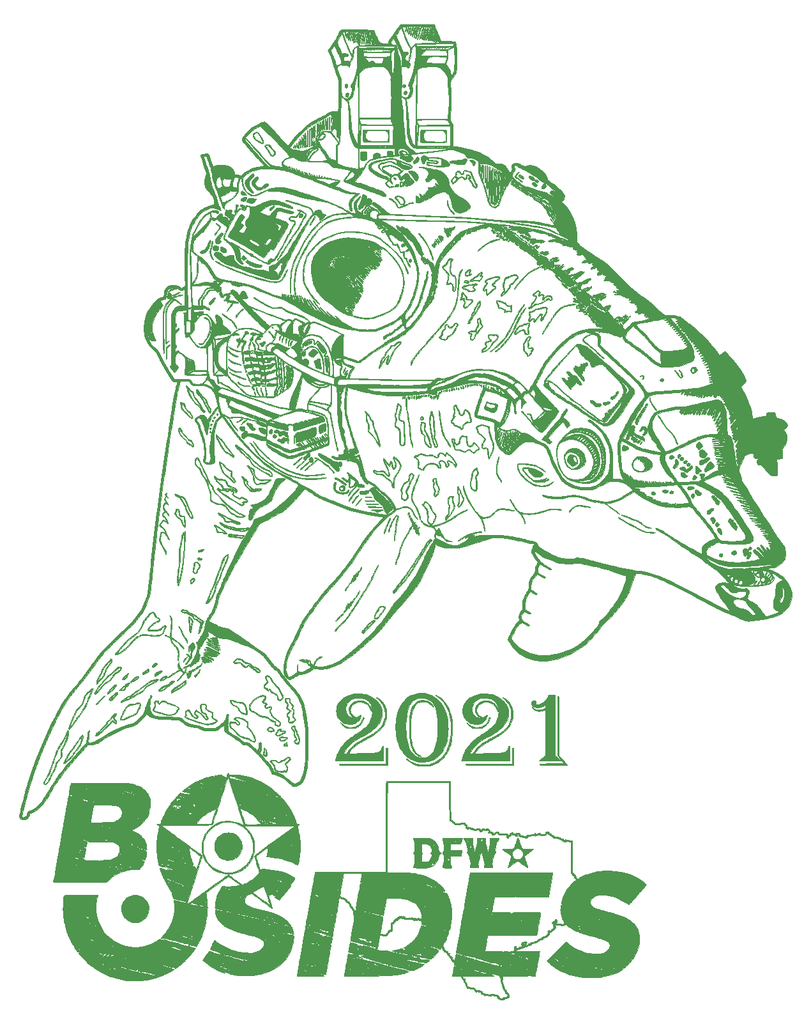
<source format=gto>
G04 #@! TF.GenerationSoftware,KiCad,Pcbnew,(5.1.9)-1*
G04 #@! TF.CreationDate,2021-10-05T22:25:52-05:00*
G04 #@! TF.ProjectId,astable_badge,61737461-626c-4655-9f62-616467652e6b,1*
G04 #@! TF.SameCoordinates,Original*
G04 #@! TF.FileFunction,Legend,Top*
G04 #@! TF.FilePolarity,Positive*
%FSLAX46Y46*%
G04 Gerber Fmt 4.6, Leading zero omitted, Abs format (unit mm)*
G04 Created by KiCad (PCBNEW (5.1.9)-1) date 2021-10-05 22:25:52*
%MOMM*%
%LPD*%
G01*
G04 APERTURE LIST*
%ADD10C,0.010000*%
%ADD11C,0.200000*%
%ADD12C,0.156250*%
%ADD13C,0.093750*%
%ADD14C,0.045000*%
%ADD15C,0.020000*%
G04 APERTURE END LIST*
D10*
G36*
X147200424Y-114934598D02*
G01*
X147247067Y-114956464D01*
X147309913Y-114988644D01*
X147382504Y-115027650D01*
X147458381Y-115069993D01*
X147531085Y-115112187D01*
X147594159Y-115150742D01*
X147607867Y-115159535D01*
X147746639Y-115255247D01*
X147877933Y-115358317D01*
X148010065Y-115475731D01*
X148151352Y-115614475D01*
X148159946Y-115623265D01*
X148377688Y-115870118D01*
X148575715Y-116143730D01*
X148753578Y-116443008D01*
X148910829Y-116766857D01*
X149047017Y-117114183D01*
X149161693Y-117483894D01*
X149254408Y-117874895D01*
X149324714Y-118286092D01*
X149355038Y-118533334D01*
X149361850Y-118619655D01*
X149367423Y-118734159D01*
X149371755Y-118871186D01*
X149374845Y-119025074D01*
X149376690Y-119190162D01*
X149377290Y-119360789D01*
X149376643Y-119531295D01*
X149374747Y-119696018D01*
X149371600Y-119849299D01*
X149367202Y-119985474D01*
X149361551Y-120098885D01*
X149355488Y-120175867D01*
X149302688Y-120604495D01*
X149234085Y-121004503D01*
X149149087Y-121377528D01*
X149047104Y-121725205D01*
X148927546Y-122049173D01*
X148789823Y-122351067D01*
X148633344Y-122632525D01*
X148457518Y-122895183D01*
X148303974Y-123091154D01*
X148070862Y-123343743D01*
X147818157Y-123568927D01*
X147546905Y-123766152D01*
X147258151Y-123934863D01*
X146952941Y-124074508D01*
X146632320Y-124184531D01*
X146297334Y-124264381D01*
X146007667Y-124307505D01*
X145923313Y-124314064D01*
X145813810Y-124318603D01*
X145687749Y-124321142D01*
X145553717Y-124321699D01*
X145420306Y-124320292D01*
X145296104Y-124316941D01*
X145189700Y-124311664D01*
X145118667Y-124305565D01*
X144835543Y-124260673D01*
X144567635Y-124191743D01*
X144309246Y-124096637D01*
X144054678Y-123973220D01*
X143798235Y-123819355D01*
X143766775Y-123798550D01*
X143689993Y-123745604D01*
X143607382Y-123685796D01*
X143523442Y-123622713D01*
X143442675Y-123559939D01*
X143369582Y-123501060D01*
X143308664Y-123449663D01*
X143264422Y-123409332D01*
X143241357Y-123383654D01*
X143239067Y-123378170D01*
X143250622Y-123356087D01*
X143263360Y-123343319D01*
X143280873Y-123336853D01*
X143306608Y-123344934D01*
X143346537Y-123370452D01*
X143394594Y-123406833D01*
X143659414Y-123594959D01*
X143942278Y-123760195D01*
X144236644Y-123899177D01*
X144535973Y-124008537D01*
X144602200Y-124028390D01*
X144760296Y-124070290D01*
X144909420Y-124101446D01*
X145059067Y-124123091D01*
X145218735Y-124136455D01*
X145397919Y-124142771D01*
X145491200Y-124143653D01*
X145752321Y-124138690D01*
X145990307Y-124121356D01*
X146214003Y-124090434D01*
X146432253Y-124044706D01*
X146650512Y-123984002D01*
X146948098Y-123874569D01*
X147230427Y-123735513D01*
X147496715Y-123567830D01*
X147746177Y-123372517D01*
X147978028Y-123150570D01*
X148191483Y-122902986D01*
X148385759Y-122630760D01*
X148560068Y-122334890D01*
X148713628Y-122016370D01*
X148845652Y-121676199D01*
X148955356Y-121315371D01*
X149038519Y-120952657D01*
X149099991Y-120580552D01*
X149143915Y-120189293D01*
X149170341Y-119785416D01*
X149179321Y-119375456D01*
X149170904Y-118965947D01*
X149145142Y-118563425D01*
X149102086Y-118174425D01*
X149041786Y-117805481D01*
X149013034Y-117665830D01*
X148962749Y-117460572D01*
X148900658Y-117246410D01*
X148829914Y-117032510D01*
X148753672Y-116828039D01*
X148675084Y-116642162D01*
X148624009Y-116535200D01*
X148454126Y-116235901D01*
X148255392Y-115952002D01*
X148030445Y-115686439D01*
X147781926Y-115442150D01*
X147512473Y-115222072D01*
X147330116Y-115095193D01*
X147246054Y-115037568D01*
X147192400Y-114993945D01*
X147168845Y-114964065D01*
X147167600Y-114957945D01*
X147171579Y-114931747D01*
X147176443Y-114926534D01*
X147200424Y-114934598D01*
G37*
X147200424Y-114934598D02*
X147247067Y-114956464D01*
X147309913Y-114988644D01*
X147382504Y-115027650D01*
X147458381Y-115069993D01*
X147531085Y-115112187D01*
X147594159Y-115150742D01*
X147607867Y-115159535D01*
X147746639Y-115255247D01*
X147877933Y-115358317D01*
X148010065Y-115475731D01*
X148151352Y-115614475D01*
X148159946Y-115623265D01*
X148377688Y-115870118D01*
X148575715Y-116143730D01*
X148753578Y-116443008D01*
X148910829Y-116766857D01*
X149047017Y-117114183D01*
X149161693Y-117483894D01*
X149254408Y-117874895D01*
X149324714Y-118286092D01*
X149355038Y-118533334D01*
X149361850Y-118619655D01*
X149367423Y-118734159D01*
X149371755Y-118871186D01*
X149374845Y-119025074D01*
X149376690Y-119190162D01*
X149377290Y-119360789D01*
X149376643Y-119531295D01*
X149374747Y-119696018D01*
X149371600Y-119849299D01*
X149367202Y-119985474D01*
X149361551Y-120098885D01*
X149355488Y-120175867D01*
X149302688Y-120604495D01*
X149234085Y-121004503D01*
X149149087Y-121377528D01*
X149047104Y-121725205D01*
X148927546Y-122049173D01*
X148789823Y-122351067D01*
X148633344Y-122632525D01*
X148457518Y-122895183D01*
X148303974Y-123091154D01*
X148070862Y-123343743D01*
X147818157Y-123568927D01*
X147546905Y-123766152D01*
X147258151Y-123934863D01*
X146952941Y-124074508D01*
X146632320Y-124184531D01*
X146297334Y-124264381D01*
X146007667Y-124307505D01*
X145923313Y-124314064D01*
X145813810Y-124318603D01*
X145687749Y-124321142D01*
X145553717Y-124321699D01*
X145420306Y-124320292D01*
X145296104Y-124316941D01*
X145189700Y-124311664D01*
X145118667Y-124305565D01*
X144835543Y-124260673D01*
X144567635Y-124191743D01*
X144309246Y-124096637D01*
X144054678Y-123973220D01*
X143798235Y-123819355D01*
X143766775Y-123798550D01*
X143689993Y-123745604D01*
X143607382Y-123685796D01*
X143523442Y-123622713D01*
X143442675Y-123559939D01*
X143369582Y-123501060D01*
X143308664Y-123449663D01*
X143264422Y-123409332D01*
X143241357Y-123383654D01*
X143239067Y-123378170D01*
X143250622Y-123356087D01*
X143263360Y-123343319D01*
X143280873Y-123336853D01*
X143306608Y-123344934D01*
X143346537Y-123370452D01*
X143394594Y-123406833D01*
X143659414Y-123594959D01*
X143942278Y-123760195D01*
X144236644Y-123899177D01*
X144535973Y-124008537D01*
X144602200Y-124028390D01*
X144760296Y-124070290D01*
X144909420Y-124101446D01*
X145059067Y-124123091D01*
X145218735Y-124136455D01*
X145397919Y-124142771D01*
X145491200Y-124143653D01*
X145752321Y-124138690D01*
X145990307Y-124121356D01*
X146214003Y-124090434D01*
X146432253Y-124044706D01*
X146650512Y-123984002D01*
X146948098Y-123874569D01*
X147230427Y-123735513D01*
X147496715Y-123567830D01*
X147746177Y-123372517D01*
X147978028Y-123150570D01*
X148191483Y-122902986D01*
X148385759Y-122630760D01*
X148560068Y-122334890D01*
X148713628Y-122016370D01*
X148845652Y-121676199D01*
X148955356Y-121315371D01*
X149038519Y-120952657D01*
X149099991Y-120580552D01*
X149143915Y-120189293D01*
X149170341Y-119785416D01*
X149179321Y-119375456D01*
X149170904Y-118965947D01*
X149145142Y-118563425D01*
X149102086Y-118174425D01*
X149041786Y-117805481D01*
X149013034Y-117665830D01*
X148962749Y-117460572D01*
X148900658Y-117246410D01*
X148829914Y-117032510D01*
X148753672Y-116828039D01*
X148675084Y-116642162D01*
X148624009Y-116535200D01*
X148454126Y-116235901D01*
X148255392Y-115952002D01*
X148030445Y-115686439D01*
X147781926Y-115442150D01*
X147512473Y-115222072D01*
X147330116Y-115095193D01*
X147246054Y-115037568D01*
X147192400Y-114993945D01*
X147168845Y-114964065D01*
X147167600Y-114957945D01*
X147171579Y-114931747D01*
X147176443Y-114926534D01*
X147200424Y-114934598D01*
G36*
X140766800Y-124189067D02*
G01*
X134485433Y-124189067D01*
X134365695Y-124011267D01*
X137464648Y-124006989D01*
X140563600Y-124002710D01*
X140563600Y-121936934D01*
X140766800Y-121936934D01*
X140766800Y-124189067D01*
G37*
X140766800Y-124189067D02*
X134485433Y-124189067D01*
X134365695Y-124011267D01*
X137464648Y-124006989D01*
X140563600Y-124002710D01*
X140563600Y-121936934D01*
X140766800Y-121936934D01*
X140766800Y-124189067D01*
G36*
X157513867Y-124189067D02*
G01*
X151232500Y-124189067D01*
X151112762Y-124011267D01*
X154211714Y-124006989D01*
X157310667Y-124002710D01*
X157310667Y-121936934D01*
X157513867Y-121936934D01*
X157513867Y-124189067D01*
G37*
X157513867Y-124189067D02*
X151232500Y-124189067D01*
X151112762Y-124011267D01*
X154211714Y-124006989D01*
X157310667Y-124002710D01*
X157310667Y-121936934D01*
X157513867Y-121936934D01*
X157513867Y-124189067D01*
G36*
X163342456Y-115068067D02*
G01*
X163385366Y-115083685D01*
X163421342Y-115098125D01*
X163508267Y-115134249D01*
X163508533Y-119022425D01*
X163508800Y-122910601D01*
X164051990Y-123537134D01*
X164159766Y-123661518D01*
X164260750Y-123778201D01*
X164352775Y-123884672D01*
X164433677Y-123978418D01*
X164501289Y-124056926D01*
X164553445Y-124117685D01*
X164587980Y-124158181D01*
X164602728Y-124175904D01*
X164603057Y-124176367D01*
X164587585Y-124178102D01*
X164540454Y-124179768D01*
X164463869Y-124181347D01*
X164360036Y-124182824D01*
X164231163Y-124184184D01*
X164079455Y-124185410D01*
X163907119Y-124186486D01*
X163716361Y-124187397D01*
X163509387Y-124188126D01*
X163288405Y-124188658D01*
X163055620Y-124188976D01*
X162844410Y-124189067D01*
X161077887Y-124189067D01*
X160932543Y-124002969D01*
X162566906Y-123998652D01*
X164201269Y-123994334D01*
X163754104Y-123477867D01*
X163306940Y-122961401D01*
X163306003Y-119011700D01*
X163305977Y-118636954D01*
X163306073Y-118273083D01*
X163306288Y-117921479D01*
X163306616Y-117583534D01*
X163307053Y-117260641D01*
X163307594Y-116954190D01*
X163308234Y-116665574D01*
X163308969Y-116396185D01*
X163309792Y-116147414D01*
X163310700Y-115920653D01*
X163311688Y-115717294D01*
X163312750Y-115538729D01*
X163313883Y-115386349D01*
X163315081Y-115261547D01*
X163316339Y-115165714D01*
X163317652Y-115100242D01*
X163319016Y-115066524D01*
X163319742Y-115062001D01*
X163342456Y-115068067D01*
G37*
X163342456Y-115068067D02*
X163385366Y-115083685D01*
X163421342Y-115098125D01*
X163508267Y-115134249D01*
X163508533Y-119022425D01*
X163508800Y-122910601D01*
X164051990Y-123537134D01*
X164159766Y-123661518D01*
X164260750Y-123778201D01*
X164352775Y-123884672D01*
X164433677Y-123978418D01*
X164501289Y-124056926D01*
X164553445Y-124117685D01*
X164587980Y-124158181D01*
X164602728Y-124175904D01*
X164603057Y-124176367D01*
X164587585Y-124178102D01*
X164540454Y-124179768D01*
X164463869Y-124181347D01*
X164360036Y-124182824D01*
X164231163Y-124184184D01*
X164079455Y-124185410D01*
X163907119Y-124186486D01*
X163716361Y-124187397D01*
X163509387Y-124188126D01*
X163288405Y-124188658D01*
X163055620Y-124188976D01*
X162844410Y-124189067D01*
X161077887Y-124189067D01*
X160932543Y-124002969D01*
X162566906Y-123998652D01*
X164201269Y-123994334D01*
X163754104Y-123477867D01*
X163306940Y-122961401D01*
X163306003Y-119011700D01*
X163305977Y-118636954D01*
X163306073Y-118273083D01*
X163306288Y-117921479D01*
X163306616Y-117583534D01*
X163307053Y-117260641D01*
X163307594Y-116954190D01*
X163308234Y-116665574D01*
X163308969Y-116396185D01*
X163309792Y-116147414D01*
X163310700Y-115920653D01*
X163311688Y-115717294D01*
X163312750Y-115538729D01*
X163313883Y-115386349D01*
X163315081Y-115261547D01*
X163316339Y-115165714D01*
X163317652Y-115100242D01*
X163319016Y-115066524D01*
X163319742Y-115062001D01*
X163342456Y-115068067D01*
G36*
X145614840Y-114670457D02*
G01*
X145924036Y-114715397D01*
X146221085Y-114791187D01*
X146507829Y-114898454D01*
X146786114Y-115037824D01*
X147057784Y-115209925D01*
X147176067Y-115296461D01*
X147246946Y-115354645D01*
X147333670Y-115432313D01*
X147429997Y-115523274D01*
X147529685Y-115621339D01*
X147626492Y-115720319D01*
X147714176Y-115814023D01*
X147786494Y-115896263D01*
X147810550Y-115925600D01*
X148005292Y-116192482D01*
X148177909Y-116477044D01*
X148329000Y-116780911D01*
X148459161Y-117105707D01*
X148568991Y-117453056D01*
X148659089Y-117824583D01*
X148730051Y-118221912D01*
X148770576Y-118533334D01*
X148781689Y-118659258D01*
X148790371Y-118811244D01*
X148796624Y-118982769D01*
X148800448Y-119167310D01*
X148801844Y-119358344D01*
X148800814Y-119549347D01*
X148797358Y-119733796D01*
X148791477Y-119905168D01*
X148783172Y-120056940D01*
X148772445Y-120182588D01*
X148770335Y-120201267D01*
X148712021Y-120603921D01*
X148635218Y-120979401D01*
X148539464Y-121329201D01*
X148424300Y-121654816D01*
X148289264Y-121957741D01*
X148151663Y-122210031D01*
X147963118Y-122496459D01*
X147756656Y-122754301D01*
X147532519Y-122983398D01*
X147290950Y-123183591D01*
X147032191Y-123354721D01*
X146756483Y-123496629D01*
X146464071Y-123609156D01*
X146155195Y-123692142D01*
X145830098Y-123745429D01*
X145809368Y-123747757D01*
X145715803Y-123755152D01*
X145598808Y-123760119D01*
X145467634Y-123762664D01*
X145331532Y-123762794D01*
X145199752Y-123760514D01*
X145081545Y-123755832D01*
X144986160Y-123748753D01*
X144971774Y-123747184D01*
X144649180Y-123692779D01*
X144336201Y-123605963D01*
X144033663Y-123486982D01*
X143924867Y-123435021D01*
X143726975Y-123327178D01*
X143545703Y-123208920D01*
X143371303Y-123073282D01*
X143194024Y-122913297D01*
X143192161Y-122911509D01*
X142945342Y-122651289D01*
X142723331Y-122368264D01*
X142526078Y-122062341D01*
X142353532Y-121733423D01*
X142205644Y-121381417D01*
X142082364Y-121006226D01*
X141985052Y-120614428D01*
X141915296Y-120220744D01*
X141868093Y-119808859D01*
X141843481Y-119385872D01*
X141842673Y-119211562D01*
X143207801Y-119211562D01*
X143210179Y-119456200D01*
X143216586Y-119720958D01*
X143226374Y-119958877D01*
X143240082Y-120176869D01*
X143258248Y-120381842D01*
X143281409Y-120580706D01*
X143310103Y-120780370D01*
X143316284Y-120819334D01*
X143384946Y-121178906D01*
X143470522Y-121509138D01*
X143573015Y-121810033D01*
X143692424Y-122081593D01*
X143828752Y-122323818D01*
X143982000Y-122536712D01*
X144152169Y-122720276D01*
X144339261Y-122874511D01*
X144543278Y-122999421D01*
X144764221Y-123095005D01*
X145002091Y-123161268D01*
X145169467Y-123189077D01*
X145268204Y-123196761D01*
X145386381Y-123198846D01*
X145512496Y-123195750D01*
X145635049Y-123187895D01*
X145742540Y-123175700D01*
X145796414Y-123166178D01*
X146010584Y-123103599D01*
X146209985Y-123010638D01*
X146394519Y-122887443D01*
X146564086Y-122734156D01*
X146718587Y-122550923D01*
X146857924Y-122337888D01*
X146981995Y-122095196D01*
X147090704Y-121822991D01*
X147183949Y-121521419D01*
X147261633Y-121190624D01*
X147301803Y-120971734D01*
X147341908Y-120699885D01*
X147373342Y-120418959D01*
X147396371Y-120124407D01*
X147411259Y-119811682D01*
X147418271Y-119476236D01*
X147417672Y-119113523D01*
X147416194Y-119007467D01*
X147407397Y-118653247D01*
X147392928Y-118329133D01*
X147372443Y-118031788D01*
X147345602Y-117757875D01*
X147312062Y-117504055D01*
X147271482Y-117266991D01*
X147223520Y-117043346D01*
X147209037Y-116983934D01*
X147127260Y-116696501D01*
X147032863Y-116439677D01*
X146924692Y-116212206D01*
X146801592Y-116012831D01*
X146662410Y-115840293D01*
X146505991Y-115693337D01*
X146331180Y-115570704D01*
X146136825Y-115471138D01*
X145921769Y-115393382D01*
X145698593Y-115338834D01*
X145594899Y-115323852D01*
X145469479Y-115314069D01*
X145331740Y-115309470D01*
X145191090Y-115310039D01*
X145056936Y-115315761D01*
X144938685Y-115326621D01*
X144856200Y-115340206D01*
X144644383Y-115397008D01*
X144457238Y-115470636D01*
X144288348Y-115564488D01*
X144131295Y-115681962D01*
X144024589Y-115780440D01*
X143926892Y-115889277D01*
X143828369Y-116020105D01*
X143736622Y-116162112D01*
X143666562Y-116289667D01*
X143571906Y-116505316D01*
X143487662Y-116751747D01*
X143414047Y-117027448D01*
X143351281Y-117330905D01*
X143299580Y-117660605D01*
X143259164Y-118015034D01*
X143230250Y-118392678D01*
X143213056Y-118792026D01*
X143207801Y-119211562D01*
X141842673Y-119211562D01*
X141841500Y-118958879D01*
X141862189Y-118534980D01*
X141905585Y-118121272D01*
X141969359Y-117736695D01*
X142056302Y-117370228D01*
X142167793Y-117019015D01*
X142302711Y-116685096D01*
X142459935Y-116370511D01*
X142638345Y-116077298D01*
X142836819Y-115807499D01*
X143054238Y-115563151D01*
X143277373Y-115356402D01*
X143527399Y-115166548D01*
X143789019Y-115007331D01*
X144063469Y-114878322D01*
X144351981Y-114779092D01*
X144655790Y-114709213D01*
X144976129Y-114668254D01*
X145291651Y-114655739D01*
X145614840Y-114670457D01*
G37*
X145614840Y-114670457D02*
X145924036Y-114715397D01*
X146221085Y-114791187D01*
X146507829Y-114898454D01*
X146786114Y-115037824D01*
X147057784Y-115209925D01*
X147176067Y-115296461D01*
X147246946Y-115354645D01*
X147333670Y-115432313D01*
X147429997Y-115523274D01*
X147529685Y-115621339D01*
X147626492Y-115720319D01*
X147714176Y-115814023D01*
X147786494Y-115896263D01*
X147810550Y-115925600D01*
X148005292Y-116192482D01*
X148177909Y-116477044D01*
X148329000Y-116780911D01*
X148459161Y-117105707D01*
X148568991Y-117453056D01*
X148659089Y-117824583D01*
X148730051Y-118221912D01*
X148770576Y-118533334D01*
X148781689Y-118659258D01*
X148790371Y-118811244D01*
X148796624Y-118982769D01*
X148800448Y-119167310D01*
X148801844Y-119358344D01*
X148800814Y-119549347D01*
X148797358Y-119733796D01*
X148791477Y-119905168D01*
X148783172Y-120056940D01*
X148772445Y-120182588D01*
X148770335Y-120201267D01*
X148712021Y-120603921D01*
X148635218Y-120979401D01*
X148539464Y-121329201D01*
X148424300Y-121654816D01*
X148289264Y-121957741D01*
X148151663Y-122210031D01*
X147963118Y-122496459D01*
X147756656Y-122754301D01*
X147532519Y-122983398D01*
X147290950Y-123183591D01*
X147032191Y-123354721D01*
X146756483Y-123496629D01*
X146464071Y-123609156D01*
X146155195Y-123692142D01*
X145830098Y-123745429D01*
X145809368Y-123747757D01*
X145715803Y-123755152D01*
X145598808Y-123760119D01*
X145467634Y-123762664D01*
X145331532Y-123762794D01*
X145199752Y-123760514D01*
X145081545Y-123755832D01*
X144986160Y-123748753D01*
X144971774Y-123747184D01*
X144649180Y-123692779D01*
X144336201Y-123605963D01*
X144033663Y-123486982D01*
X143924867Y-123435021D01*
X143726975Y-123327178D01*
X143545703Y-123208920D01*
X143371303Y-123073282D01*
X143194024Y-122913297D01*
X143192161Y-122911509D01*
X142945342Y-122651289D01*
X142723331Y-122368264D01*
X142526078Y-122062341D01*
X142353532Y-121733423D01*
X142205644Y-121381417D01*
X142082364Y-121006226D01*
X141985052Y-120614428D01*
X141915296Y-120220744D01*
X141868093Y-119808859D01*
X141843481Y-119385872D01*
X141842673Y-119211562D01*
X143207801Y-119211562D01*
X143210179Y-119456200D01*
X143216586Y-119720958D01*
X143226374Y-119958877D01*
X143240082Y-120176869D01*
X143258248Y-120381842D01*
X143281409Y-120580706D01*
X143310103Y-120780370D01*
X143316284Y-120819334D01*
X143384946Y-121178906D01*
X143470522Y-121509138D01*
X143573015Y-121810033D01*
X143692424Y-122081593D01*
X143828752Y-122323818D01*
X143982000Y-122536712D01*
X144152169Y-122720276D01*
X144339261Y-122874511D01*
X144543278Y-122999421D01*
X144764221Y-123095005D01*
X145002091Y-123161268D01*
X145169467Y-123189077D01*
X145268204Y-123196761D01*
X145386381Y-123198846D01*
X145512496Y-123195750D01*
X145635049Y-123187895D01*
X145742540Y-123175700D01*
X145796414Y-123166178D01*
X146010584Y-123103599D01*
X146209985Y-123010638D01*
X146394519Y-122887443D01*
X146564086Y-122734156D01*
X146718587Y-122550923D01*
X146857924Y-122337888D01*
X146981995Y-122095196D01*
X147090704Y-121822991D01*
X147183949Y-121521419D01*
X147261633Y-121190624D01*
X147301803Y-120971734D01*
X147341908Y-120699885D01*
X147373342Y-120418959D01*
X147396371Y-120124407D01*
X147411259Y-119811682D01*
X147418271Y-119476236D01*
X147417672Y-119113523D01*
X147416194Y-119007467D01*
X147407397Y-118653247D01*
X147392928Y-118329133D01*
X147372443Y-118031788D01*
X147345602Y-117757875D01*
X147312062Y-117504055D01*
X147271482Y-117266991D01*
X147223520Y-117043346D01*
X147209037Y-116983934D01*
X147127260Y-116696501D01*
X147032863Y-116439677D01*
X146924692Y-116212206D01*
X146801592Y-116012831D01*
X146662410Y-115840293D01*
X146505991Y-115693337D01*
X146331180Y-115570704D01*
X146136825Y-115471138D01*
X145921769Y-115393382D01*
X145698593Y-115338834D01*
X145594899Y-115323852D01*
X145469479Y-115314069D01*
X145331740Y-115309470D01*
X145191090Y-115310039D01*
X145056936Y-115315761D01*
X144938685Y-115326621D01*
X144856200Y-115340206D01*
X144644383Y-115397008D01*
X144457238Y-115470636D01*
X144288348Y-115564488D01*
X144131295Y-115681962D01*
X144024589Y-115780440D01*
X143926892Y-115889277D01*
X143828369Y-116020105D01*
X143736622Y-116162112D01*
X143666562Y-116289667D01*
X143571906Y-116505316D01*
X143487662Y-116751747D01*
X143414047Y-117027448D01*
X143351281Y-117330905D01*
X143299580Y-117660605D01*
X143259164Y-118015034D01*
X143230250Y-118392678D01*
X143213056Y-118792026D01*
X143207801Y-119211562D01*
X141842673Y-119211562D01*
X141841500Y-118958879D01*
X141862189Y-118534980D01*
X141905585Y-118121272D01*
X141969359Y-117736695D01*
X142056302Y-117370228D01*
X142167793Y-117019015D01*
X142302711Y-116685096D01*
X142459935Y-116370511D01*
X142638345Y-116077298D01*
X142836819Y-115807499D01*
X143054238Y-115563151D01*
X143277373Y-115356402D01*
X143527399Y-115166548D01*
X143789019Y-115007331D01*
X144063469Y-114878322D01*
X144351981Y-114779092D01*
X144655790Y-114709213D01*
X144976129Y-114668254D01*
X145291651Y-114655739D01*
X145614840Y-114670457D01*
G36*
X137217829Y-114735704D02*
G01*
X137549318Y-114773187D01*
X137863594Y-114836549D01*
X138163677Y-114926420D01*
X138452585Y-115043429D01*
X138492950Y-115062316D01*
X138764176Y-115206694D01*
X139015678Y-115371605D01*
X139245337Y-115554928D01*
X139451037Y-115754541D01*
X139630660Y-115968323D01*
X139782088Y-116194153D01*
X139903203Y-116429908D01*
X139935246Y-116507188D01*
X139991198Y-116664322D01*
X140031827Y-116813915D01*
X140058911Y-116966011D01*
X140074228Y-117130652D01*
X140079555Y-117317882D01*
X140079575Y-117322601D01*
X140079220Y-117440496D01*
X140076695Y-117533555D01*
X140071261Y-117610777D01*
X140062177Y-117681160D01*
X140048703Y-117753705D01*
X140041273Y-117788267D01*
X139970550Y-118042360D01*
X139872450Y-118286493D01*
X139745537Y-118523183D01*
X139588373Y-118754951D01*
X139399520Y-118984312D01*
X139293600Y-119098011D01*
X139118758Y-119272006D01*
X138948621Y-119426168D01*
X138771684Y-119570396D01*
X138579116Y-119712692D01*
X138496003Y-119770930D01*
X138414992Y-119826058D01*
X138332691Y-119880093D01*
X138245710Y-119935055D01*
X138150657Y-119992961D01*
X138044142Y-120055830D01*
X137922774Y-120125680D01*
X137783162Y-120204528D01*
X137621914Y-120294394D01*
X137435640Y-120397296D01*
X137346267Y-120446459D01*
X137198165Y-120528282D01*
X137052597Y-120609523D01*
X136913660Y-120687839D01*
X136785452Y-120760885D01*
X136672069Y-120826318D01*
X136577610Y-120881796D01*
X136506173Y-120924973D01*
X136474200Y-120945218D01*
X136167717Y-121164135D01*
X135882854Y-121406078D01*
X135617908Y-121672816D01*
X135371176Y-121966116D01*
X135140957Y-122287748D01*
X135059313Y-122414778D01*
X135012349Y-122490544D01*
X134972530Y-122555867D01*
X134942989Y-122605520D01*
X134926859Y-122634280D01*
X134924800Y-122639144D01*
X134940659Y-122642564D01*
X134983942Y-122645386D01*
X135048208Y-122647332D01*
X135127015Y-122648128D01*
X135134537Y-122648134D01*
X135344274Y-122648134D01*
X135415477Y-122528281D01*
X135562308Y-122307171D01*
X135739767Y-122085211D01*
X135944839Y-121865410D01*
X136174504Y-121650779D01*
X136425747Y-121444328D01*
X136695549Y-121249065D01*
X136702800Y-121244154D01*
X136775037Y-121195724D01*
X136843571Y-121150857D01*
X136911932Y-121107520D01*
X136983649Y-121063679D01*
X137062254Y-121017302D01*
X137151275Y-120966354D01*
X137254243Y-120908803D01*
X137374687Y-120842615D01*
X137516137Y-120765756D01*
X137682123Y-120676193D01*
X137781695Y-120622640D01*
X137993820Y-120508134D01*
X138179135Y-120406917D01*
X138341052Y-120316994D01*
X138482981Y-120236371D01*
X138608336Y-120163055D01*
X138720528Y-120095052D01*
X138822970Y-120030367D01*
X138919072Y-119967006D01*
X139007543Y-119906269D01*
X139291775Y-119693545D01*
X139543129Y-119475446D01*
X139762307Y-119251002D01*
X139950009Y-119019243D01*
X140106939Y-118779199D01*
X140233796Y-118529899D01*
X140331283Y-118270375D01*
X140400100Y-117999656D01*
X140405156Y-117973407D01*
X140420048Y-117866039D01*
X140430179Y-117734383D01*
X140435550Y-117587678D01*
X140436161Y-117435166D01*
X140432012Y-117286089D01*
X140423103Y-117149686D01*
X140409434Y-117035200D01*
X140405156Y-117010461D01*
X140358590Y-116810543D01*
X140294376Y-116605071D01*
X140218267Y-116412088D01*
X140205179Y-116383160D01*
X140108704Y-116201416D01*
X139985858Y-116013764D01*
X139841794Y-115826667D01*
X139681668Y-115646590D01*
X139510632Y-115479998D01*
X139427586Y-115407899D01*
X139367089Y-115356385D01*
X139329407Y-115320699D01*
X139310593Y-115295917D01*
X139306701Y-115277112D01*
X139311628Y-115263156D01*
X139322792Y-115246268D01*
X139337444Y-115241587D01*
X139363457Y-115250570D01*
X139408704Y-115274674D01*
X139425799Y-115284279D01*
X139597770Y-115392058D01*
X139768458Y-115519266D01*
X139930234Y-115659235D01*
X140075467Y-115805295D01*
X140196527Y-115950777D01*
X140211039Y-115970618D01*
X140345843Y-116185905D01*
X140458693Y-116425086D01*
X140548365Y-116685273D01*
X140597538Y-116882334D01*
X140617945Y-117005506D01*
X140633063Y-117152583D01*
X140642636Y-117313979D01*
X140646405Y-117480111D01*
X140644114Y-117641391D01*
X140635505Y-117788234D01*
X140624448Y-117885172D01*
X140564335Y-118177382D01*
X140471356Y-118461468D01*
X140345530Y-118737404D01*
X140186874Y-119005164D01*
X139995408Y-119264721D01*
X139771150Y-119516050D01*
X139514119Y-119759125D01*
X139224331Y-119993920D01*
X139036717Y-120129445D01*
X138969661Y-120175264D01*
X138901671Y-120220170D01*
X138829621Y-120265986D01*
X138750382Y-120314535D01*
X138660827Y-120367638D01*
X138557829Y-120427120D01*
X138438261Y-120494801D01*
X138298995Y-120572505D01*
X138136904Y-120662054D01*
X137948860Y-120765270D01*
X137896600Y-120793876D01*
X137703085Y-120899975D01*
X137536043Y-120992108D01*
X137392068Y-121072256D01*
X137267754Y-121142397D01*
X137159695Y-121204512D01*
X137064487Y-121260581D01*
X136978723Y-121312583D01*
X136898997Y-121362498D01*
X136821905Y-121412305D01*
X136745133Y-121463253D01*
X136500426Y-121637212D01*
X136280159Y-121813955D01*
X136086070Y-121991757D01*
X135919896Y-122168892D01*
X135783373Y-122343633D01*
X135678239Y-122514254D01*
X135668332Y-122533351D01*
X135642882Y-122584946D01*
X135625087Y-122623970D01*
X135619067Y-122640903D01*
X135635516Y-122643213D01*
X135682937Y-122645041D01*
X135758438Y-122646412D01*
X135859126Y-122647350D01*
X135982111Y-122647877D01*
X136124501Y-122648019D01*
X136283404Y-122647797D01*
X136455928Y-122647237D01*
X136639183Y-122646362D01*
X136830276Y-122645194D01*
X137026315Y-122643759D01*
X137224410Y-122642080D01*
X137421668Y-122640180D01*
X137615198Y-122638084D01*
X137802108Y-122635814D01*
X137979507Y-122633394D01*
X138144502Y-122630849D01*
X138294203Y-122628201D01*
X138425718Y-122625475D01*
X138536155Y-122622695D01*
X138622623Y-122619883D01*
X138682229Y-122617063D01*
X138700934Y-122615669D01*
X138867521Y-122597719D01*
X139028106Y-122575807D01*
X139176494Y-122551020D01*
X139306492Y-122524445D01*
X139411907Y-122497167D01*
X139453231Y-122483687D01*
X139609020Y-122412585D01*
X139742915Y-122318321D01*
X139856464Y-122199220D01*
X139951214Y-122053607D01*
X140028710Y-121879808D01*
X140039879Y-121848499D01*
X140088321Y-121708334D01*
X140241867Y-121698012D01*
X140241867Y-123630267D01*
X133821443Y-123630267D01*
X133832823Y-123575234D01*
X133852834Y-123490409D01*
X133881838Y-123383112D01*
X133917024Y-123262614D01*
X133955585Y-123138188D01*
X133994711Y-123019104D01*
X134031593Y-122914635D01*
X134038757Y-122895508D01*
X134178525Y-122562504D01*
X134339230Y-122247085D01*
X134522836Y-121946658D01*
X134731307Y-121658633D01*
X134966610Y-121380420D01*
X135230706Y-121109427D01*
X135525563Y-120843064D01*
X135711259Y-120689824D01*
X135817974Y-120605589D01*
X135921972Y-120526136D01*
X136028145Y-120448027D01*
X136141390Y-120367828D01*
X136266599Y-120282101D01*
X136408668Y-120187410D01*
X136572490Y-120080319D01*
X136660467Y-120023387D01*
X136919040Y-119854570D01*
X137149824Y-119699442D01*
X137355024Y-119555969D01*
X137536847Y-119422120D01*
X137697499Y-119295860D01*
X137839186Y-119175156D01*
X137964114Y-119057976D01*
X138074491Y-118942286D01*
X138172521Y-118826053D01*
X138260412Y-118707244D01*
X138340369Y-118583826D01*
X138414599Y-118453766D01*
X138461174Y-118364001D01*
X138556280Y-118159911D01*
X138629302Y-117967958D01*
X138682655Y-117778535D01*
X138718759Y-117582031D01*
X138740032Y-117368838D01*
X138746665Y-117229467D01*
X138748571Y-117015075D01*
X138738979Y-116826412D01*
X138716738Y-116656961D01*
X138680695Y-116500202D01*
X138629701Y-116349618D01*
X138565700Y-116205000D01*
X138449857Y-116002276D01*
X138312990Y-115825302D01*
X138154623Y-115673772D01*
X137974277Y-115547378D01*
X137771474Y-115445815D01*
X137545737Y-115368775D01*
X137296588Y-115315952D01*
X137151533Y-115297326D01*
X136899752Y-115285733D01*
X136653568Y-115301899D01*
X136416744Y-115344875D01*
X136193045Y-115413712D01*
X135986236Y-115507460D01*
X135800081Y-115625170D01*
X135774447Y-115644620D01*
X135606965Y-115793382D01*
X135470616Y-115955427D01*
X135365206Y-116131180D01*
X135290538Y-116321065D01*
X135246416Y-116525505D01*
X135232644Y-116744925D01*
X135234391Y-116813488D01*
X135244625Y-116956533D01*
X135262844Y-117076690D01*
X135291480Y-117184480D01*
X135332969Y-117290424D01*
X135356103Y-117339534D01*
X135453391Y-117502180D01*
X135572140Y-117641234D01*
X135709181Y-117755238D01*
X135861349Y-117842738D01*
X136025477Y-117902276D01*
X136198397Y-117932397D01*
X136376942Y-117931644D01*
X136557946Y-117898561D01*
X136566610Y-117896144D01*
X136713181Y-117840550D01*
X136862387Y-117757874D01*
X137005939Y-117653088D01*
X137077985Y-117589255D01*
X137139903Y-117530483D01*
X137193510Y-117562009D01*
X137226322Y-117584023D01*
X137239861Y-117606883D01*
X137239356Y-117643779D01*
X137235880Y-117668886D01*
X137214292Y-117763273D01*
X137177355Y-117873183D01*
X137129799Y-117986869D01*
X137076361Y-118092584D01*
X137042509Y-118148730D01*
X136960879Y-118256898D01*
X136858947Y-118366719D01*
X136745830Y-118469766D01*
X136630644Y-118557615D01*
X136540562Y-118612652D01*
X136387835Y-118683787D01*
X136234996Y-118734015D01*
X136071952Y-118765901D01*
X135888612Y-118782009D01*
X135871141Y-118782758D01*
X135606584Y-118779348D01*
X135359414Y-118747165D01*
X135128581Y-118685843D01*
X134913036Y-118595016D01*
X134711729Y-118474320D01*
X134523612Y-118323389D01*
X134507175Y-118308200D01*
X134349843Y-118138492D01*
X134219228Y-117949679D01*
X134115977Y-117744276D01*
X134040740Y-117524794D01*
X133994162Y-117293748D01*
X133976892Y-117053651D01*
X133989578Y-116807016D01*
X134032867Y-116556357D01*
X134044012Y-116510797D01*
X134117144Y-116280932D01*
X134215653Y-116067716D01*
X134342142Y-115866525D01*
X134499216Y-115672740D01*
X134542621Y-115625907D01*
X134747248Y-115429917D01*
X134963138Y-115262511D01*
X135197034Y-115118711D01*
X135305800Y-115062416D01*
X135566011Y-114947324D01*
X135829045Y-114857372D01*
X136100326Y-114791381D01*
X136385276Y-114748173D01*
X136689319Y-114726571D01*
X136866106Y-114723473D01*
X137217829Y-114735704D01*
G37*
X137217829Y-114735704D02*
X137549318Y-114773187D01*
X137863594Y-114836549D01*
X138163677Y-114926420D01*
X138452585Y-115043429D01*
X138492950Y-115062316D01*
X138764176Y-115206694D01*
X139015678Y-115371605D01*
X139245337Y-115554928D01*
X139451037Y-115754541D01*
X139630660Y-115968323D01*
X139782088Y-116194153D01*
X139903203Y-116429908D01*
X139935246Y-116507188D01*
X139991198Y-116664322D01*
X140031827Y-116813915D01*
X140058911Y-116966011D01*
X140074228Y-117130652D01*
X140079555Y-117317882D01*
X140079575Y-117322601D01*
X140079220Y-117440496D01*
X140076695Y-117533555D01*
X140071261Y-117610777D01*
X140062177Y-117681160D01*
X140048703Y-117753705D01*
X140041273Y-117788267D01*
X139970550Y-118042360D01*
X139872450Y-118286493D01*
X139745537Y-118523183D01*
X139588373Y-118754951D01*
X139399520Y-118984312D01*
X139293600Y-119098011D01*
X139118758Y-119272006D01*
X138948621Y-119426168D01*
X138771684Y-119570396D01*
X138579116Y-119712692D01*
X138496003Y-119770930D01*
X138414992Y-119826058D01*
X138332691Y-119880093D01*
X138245710Y-119935055D01*
X138150657Y-119992961D01*
X138044142Y-120055830D01*
X137922774Y-120125680D01*
X137783162Y-120204528D01*
X137621914Y-120294394D01*
X137435640Y-120397296D01*
X137346267Y-120446459D01*
X137198165Y-120528282D01*
X137052597Y-120609523D01*
X136913660Y-120687839D01*
X136785452Y-120760885D01*
X136672069Y-120826318D01*
X136577610Y-120881796D01*
X136506173Y-120924973D01*
X136474200Y-120945218D01*
X136167717Y-121164135D01*
X135882854Y-121406078D01*
X135617908Y-121672816D01*
X135371176Y-121966116D01*
X135140957Y-122287748D01*
X135059313Y-122414778D01*
X135012349Y-122490544D01*
X134972530Y-122555867D01*
X134942989Y-122605520D01*
X134926859Y-122634280D01*
X134924800Y-122639144D01*
X134940659Y-122642564D01*
X134983942Y-122645386D01*
X135048208Y-122647332D01*
X135127015Y-122648128D01*
X135134537Y-122648134D01*
X135344274Y-122648134D01*
X135415477Y-122528281D01*
X135562308Y-122307171D01*
X135739767Y-122085211D01*
X135944839Y-121865410D01*
X136174504Y-121650779D01*
X136425747Y-121444328D01*
X136695549Y-121249065D01*
X136702800Y-121244154D01*
X136775037Y-121195724D01*
X136843571Y-121150857D01*
X136911932Y-121107520D01*
X136983649Y-121063679D01*
X137062254Y-121017302D01*
X137151275Y-120966354D01*
X137254243Y-120908803D01*
X137374687Y-120842615D01*
X137516137Y-120765756D01*
X137682123Y-120676193D01*
X137781695Y-120622640D01*
X137993820Y-120508134D01*
X138179135Y-120406917D01*
X138341052Y-120316994D01*
X138482981Y-120236371D01*
X138608336Y-120163055D01*
X138720528Y-120095052D01*
X138822970Y-120030367D01*
X138919072Y-119967006D01*
X139007543Y-119906269D01*
X139291775Y-119693545D01*
X139543129Y-119475446D01*
X139762307Y-119251002D01*
X139950009Y-119019243D01*
X140106939Y-118779199D01*
X140233796Y-118529899D01*
X140331283Y-118270375D01*
X140400100Y-117999656D01*
X140405156Y-117973407D01*
X140420048Y-117866039D01*
X140430179Y-117734383D01*
X140435550Y-117587678D01*
X140436161Y-117435166D01*
X140432012Y-117286089D01*
X140423103Y-117149686D01*
X140409434Y-117035200D01*
X140405156Y-117010461D01*
X140358590Y-116810543D01*
X140294376Y-116605071D01*
X140218267Y-116412088D01*
X140205179Y-116383160D01*
X140108704Y-116201416D01*
X139985858Y-116013764D01*
X139841794Y-115826667D01*
X139681668Y-115646590D01*
X139510632Y-115479998D01*
X139427586Y-115407899D01*
X139367089Y-115356385D01*
X139329407Y-115320699D01*
X139310593Y-115295917D01*
X139306701Y-115277112D01*
X139311628Y-115263156D01*
X139322792Y-115246268D01*
X139337444Y-115241587D01*
X139363457Y-115250570D01*
X139408704Y-115274674D01*
X139425799Y-115284279D01*
X139597770Y-115392058D01*
X139768458Y-115519266D01*
X139930234Y-115659235D01*
X140075467Y-115805295D01*
X140196527Y-115950777D01*
X140211039Y-115970618D01*
X140345843Y-116185905D01*
X140458693Y-116425086D01*
X140548365Y-116685273D01*
X140597538Y-116882334D01*
X140617945Y-117005506D01*
X140633063Y-117152583D01*
X140642636Y-117313979D01*
X140646405Y-117480111D01*
X140644114Y-117641391D01*
X140635505Y-117788234D01*
X140624448Y-117885172D01*
X140564335Y-118177382D01*
X140471356Y-118461468D01*
X140345530Y-118737404D01*
X140186874Y-119005164D01*
X139995408Y-119264721D01*
X139771150Y-119516050D01*
X139514119Y-119759125D01*
X139224331Y-119993920D01*
X139036717Y-120129445D01*
X138969661Y-120175264D01*
X138901671Y-120220170D01*
X138829621Y-120265986D01*
X138750382Y-120314535D01*
X138660827Y-120367638D01*
X138557829Y-120427120D01*
X138438261Y-120494801D01*
X138298995Y-120572505D01*
X138136904Y-120662054D01*
X137948860Y-120765270D01*
X137896600Y-120793876D01*
X137703085Y-120899975D01*
X137536043Y-120992108D01*
X137392068Y-121072256D01*
X137267754Y-121142397D01*
X137159695Y-121204512D01*
X137064487Y-121260581D01*
X136978723Y-121312583D01*
X136898997Y-121362498D01*
X136821905Y-121412305D01*
X136745133Y-121463253D01*
X136500426Y-121637212D01*
X136280159Y-121813955D01*
X136086070Y-121991757D01*
X135919896Y-122168892D01*
X135783373Y-122343633D01*
X135678239Y-122514254D01*
X135668332Y-122533351D01*
X135642882Y-122584946D01*
X135625087Y-122623970D01*
X135619067Y-122640903D01*
X135635516Y-122643213D01*
X135682937Y-122645041D01*
X135758438Y-122646412D01*
X135859126Y-122647350D01*
X135982111Y-122647877D01*
X136124501Y-122648019D01*
X136283404Y-122647797D01*
X136455928Y-122647237D01*
X136639183Y-122646362D01*
X136830276Y-122645194D01*
X137026315Y-122643759D01*
X137224410Y-122642080D01*
X137421668Y-122640180D01*
X137615198Y-122638084D01*
X137802108Y-122635814D01*
X137979507Y-122633394D01*
X138144502Y-122630849D01*
X138294203Y-122628201D01*
X138425718Y-122625475D01*
X138536155Y-122622695D01*
X138622623Y-122619883D01*
X138682229Y-122617063D01*
X138700934Y-122615669D01*
X138867521Y-122597719D01*
X139028106Y-122575807D01*
X139176494Y-122551020D01*
X139306492Y-122524445D01*
X139411907Y-122497167D01*
X139453231Y-122483687D01*
X139609020Y-122412585D01*
X139742915Y-122318321D01*
X139856464Y-122199220D01*
X139951214Y-122053607D01*
X140028710Y-121879808D01*
X140039879Y-121848499D01*
X140088321Y-121708334D01*
X140241867Y-121698012D01*
X140241867Y-123630267D01*
X133821443Y-123630267D01*
X133832823Y-123575234D01*
X133852834Y-123490409D01*
X133881838Y-123383112D01*
X133917024Y-123262614D01*
X133955585Y-123138188D01*
X133994711Y-123019104D01*
X134031593Y-122914635D01*
X134038757Y-122895508D01*
X134178525Y-122562504D01*
X134339230Y-122247085D01*
X134522836Y-121946658D01*
X134731307Y-121658633D01*
X134966610Y-121380420D01*
X135230706Y-121109427D01*
X135525563Y-120843064D01*
X135711259Y-120689824D01*
X135817974Y-120605589D01*
X135921972Y-120526136D01*
X136028145Y-120448027D01*
X136141390Y-120367828D01*
X136266599Y-120282101D01*
X136408668Y-120187410D01*
X136572490Y-120080319D01*
X136660467Y-120023387D01*
X136919040Y-119854570D01*
X137149824Y-119699442D01*
X137355024Y-119555969D01*
X137536847Y-119422120D01*
X137697499Y-119295860D01*
X137839186Y-119175156D01*
X137964114Y-119057976D01*
X138074491Y-118942286D01*
X138172521Y-118826053D01*
X138260412Y-118707244D01*
X138340369Y-118583826D01*
X138414599Y-118453766D01*
X138461174Y-118364001D01*
X138556280Y-118159911D01*
X138629302Y-117967958D01*
X138682655Y-117778535D01*
X138718759Y-117582031D01*
X138740032Y-117368838D01*
X138746665Y-117229467D01*
X138748571Y-117015075D01*
X138738979Y-116826412D01*
X138716738Y-116656961D01*
X138680695Y-116500202D01*
X138629701Y-116349618D01*
X138565700Y-116205000D01*
X138449857Y-116002276D01*
X138312990Y-115825302D01*
X138154623Y-115673772D01*
X137974277Y-115547378D01*
X137771474Y-115445815D01*
X137545737Y-115368775D01*
X137296588Y-115315952D01*
X137151533Y-115297326D01*
X136899752Y-115285733D01*
X136653568Y-115301899D01*
X136416744Y-115344875D01*
X136193045Y-115413712D01*
X135986236Y-115507460D01*
X135800081Y-115625170D01*
X135774447Y-115644620D01*
X135606965Y-115793382D01*
X135470616Y-115955427D01*
X135365206Y-116131180D01*
X135290538Y-116321065D01*
X135246416Y-116525505D01*
X135232644Y-116744925D01*
X135234391Y-116813488D01*
X135244625Y-116956533D01*
X135262844Y-117076690D01*
X135291480Y-117184480D01*
X135332969Y-117290424D01*
X135356103Y-117339534D01*
X135453391Y-117502180D01*
X135572140Y-117641234D01*
X135709181Y-117755238D01*
X135861349Y-117842738D01*
X136025477Y-117902276D01*
X136198397Y-117932397D01*
X136376942Y-117931644D01*
X136557946Y-117898561D01*
X136566610Y-117896144D01*
X136713181Y-117840550D01*
X136862387Y-117757874D01*
X137005939Y-117653088D01*
X137077985Y-117589255D01*
X137139903Y-117530483D01*
X137193510Y-117562009D01*
X137226322Y-117584023D01*
X137239861Y-117606883D01*
X137239356Y-117643779D01*
X137235880Y-117668886D01*
X137214292Y-117763273D01*
X137177355Y-117873183D01*
X137129799Y-117986869D01*
X137076361Y-118092584D01*
X137042509Y-118148730D01*
X136960879Y-118256898D01*
X136858947Y-118366719D01*
X136745830Y-118469766D01*
X136630644Y-118557615D01*
X136540562Y-118612652D01*
X136387835Y-118683787D01*
X136234996Y-118734015D01*
X136071952Y-118765901D01*
X135888612Y-118782009D01*
X135871141Y-118782758D01*
X135606584Y-118779348D01*
X135359414Y-118747165D01*
X135128581Y-118685843D01*
X134913036Y-118595016D01*
X134711729Y-118474320D01*
X134523612Y-118323389D01*
X134507175Y-118308200D01*
X134349843Y-118138492D01*
X134219228Y-117949679D01*
X134115977Y-117744276D01*
X134040740Y-117524794D01*
X133994162Y-117293748D01*
X133976892Y-117053651D01*
X133989578Y-116807016D01*
X134032867Y-116556357D01*
X134044012Y-116510797D01*
X134117144Y-116280932D01*
X134215653Y-116067716D01*
X134342142Y-115866525D01*
X134499216Y-115672740D01*
X134542621Y-115625907D01*
X134747248Y-115429917D01*
X134963138Y-115262511D01*
X135197034Y-115118711D01*
X135305800Y-115062416D01*
X135566011Y-114947324D01*
X135829045Y-114857372D01*
X136100326Y-114791381D01*
X136385276Y-114748173D01*
X136689319Y-114726571D01*
X136866106Y-114723473D01*
X137217829Y-114735704D01*
G36*
X153964896Y-114735704D02*
G01*
X154296385Y-114773187D01*
X154610661Y-114836549D01*
X154910743Y-114926420D01*
X155199651Y-115043429D01*
X155240017Y-115062316D01*
X155511243Y-115206694D01*
X155762745Y-115371605D01*
X155992404Y-115554928D01*
X156198104Y-115754541D01*
X156377727Y-115968323D01*
X156529154Y-116194153D01*
X156650269Y-116429908D01*
X156682312Y-116507188D01*
X156738265Y-116664322D01*
X156778894Y-116813915D01*
X156805978Y-116966011D01*
X156821295Y-117130652D01*
X156826622Y-117317882D01*
X156826641Y-117322601D01*
X156826286Y-117440496D01*
X156823762Y-117533555D01*
X156818328Y-117610777D01*
X156809244Y-117681160D01*
X156795770Y-117753705D01*
X156788339Y-117788267D01*
X156717616Y-118042360D01*
X156619517Y-118286493D01*
X156492604Y-118523183D01*
X156335440Y-118754951D01*
X156146587Y-118984312D01*
X156040667Y-119098011D01*
X155865824Y-119272006D01*
X155695688Y-119426168D01*
X155518750Y-119570396D01*
X155326183Y-119712692D01*
X155243070Y-119770930D01*
X155162058Y-119826058D01*
X155079758Y-119880093D01*
X154992776Y-119935055D01*
X154897724Y-119992961D01*
X154791209Y-120055830D01*
X154669841Y-120125680D01*
X154530228Y-120204528D01*
X154368981Y-120294394D01*
X154182707Y-120397296D01*
X154093334Y-120446459D01*
X153945232Y-120528282D01*
X153799664Y-120609523D01*
X153660727Y-120687839D01*
X153532518Y-120760885D01*
X153419136Y-120826318D01*
X153324677Y-120881796D01*
X153253240Y-120924973D01*
X153221267Y-120945218D01*
X152914784Y-121164135D01*
X152629921Y-121406078D01*
X152364975Y-121672816D01*
X152118243Y-121966116D01*
X151888024Y-122287748D01*
X151806380Y-122414778D01*
X151759415Y-122490544D01*
X151719597Y-122555867D01*
X151690056Y-122605520D01*
X151673926Y-122634280D01*
X151671867Y-122639144D01*
X151687726Y-122642564D01*
X151731009Y-122645386D01*
X151795275Y-122647332D01*
X151874082Y-122648128D01*
X151881604Y-122648134D01*
X152091341Y-122648134D01*
X152162544Y-122528281D01*
X152309374Y-122307171D01*
X152486834Y-122085211D01*
X152691905Y-121865410D01*
X152921571Y-121650779D01*
X153172813Y-121444328D01*
X153442616Y-121249065D01*
X153449867Y-121244154D01*
X153522104Y-121195724D01*
X153590637Y-121150857D01*
X153658998Y-121107520D01*
X153730716Y-121063679D01*
X153809321Y-121017302D01*
X153898342Y-120966354D01*
X154001309Y-120908803D01*
X154121753Y-120842615D01*
X154263203Y-120765756D01*
X154429189Y-120676193D01*
X154528761Y-120622640D01*
X154740887Y-120508134D01*
X154926202Y-120406917D01*
X155088118Y-120316994D01*
X155230048Y-120236371D01*
X155355403Y-120163055D01*
X155467595Y-120095052D01*
X155570037Y-120030367D01*
X155666139Y-119967006D01*
X155754610Y-119906269D01*
X156038841Y-119693545D01*
X156290195Y-119475446D01*
X156509373Y-119251002D01*
X156697076Y-119019243D01*
X156854006Y-118779199D01*
X156980863Y-118529899D01*
X157078350Y-118270375D01*
X157147167Y-117999656D01*
X157152223Y-117973407D01*
X157167114Y-117866039D01*
X157177246Y-117734383D01*
X157182617Y-117587678D01*
X157183228Y-117435166D01*
X157179079Y-117286089D01*
X157170170Y-117149686D01*
X157156501Y-117035200D01*
X157152223Y-117010461D01*
X157105656Y-116810543D01*
X157041443Y-116605071D01*
X156965334Y-116412088D01*
X156952245Y-116383160D01*
X156855771Y-116201416D01*
X156732925Y-116013764D01*
X156588861Y-115826667D01*
X156428734Y-115646590D01*
X156257699Y-115479998D01*
X156174653Y-115407899D01*
X156114156Y-115356385D01*
X156076473Y-115320699D01*
X156057660Y-115295917D01*
X156053768Y-115277112D01*
X156058694Y-115263156D01*
X156069859Y-115246268D01*
X156084511Y-115241587D01*
X156110524Y-115250570D01*
X156155770Y-115274674D01*
X156172865Y-115284279D01*
X156344836Y-115392058D01*
X156515525Y-115519266D01*
X156677300Y-115659235D01*
X156822533Y-115805295D01*
X156943594Y-115950777D01*
X156958106Y-115970618D01*
X157092910Y-116185905D01*
X157205760Y-116425086D01*
X157295432Y-116685273D01*
X157344605Y-116882334D01*
X157365012Y-117005506D01*
X157380130Y-117152583D01*
X157389702Y-117313979D01*
X157393472Y-117480111D01*
X157391180Y-117641391D01*
X157382571Y-117788234D01*
X157371514Y-117885172D01*
X157311401Y-118177382D01*
X157218422Y-118461468D01*
X157092596Y-118737404D01*
X156933941Y-119005164D01*
X156742475Y-119264721D01*
X156518217Y-119516050D01*
X156261185Y-119759125D01*
X155971398Y-119993920D01*
X155783783Y-120129445D01*
X155716728Y-120175264D01*
X155648738Y-120220170D01*
X155576687Y-120265986D01*
X155497448Y-120314535D01*
X155407894Y-120367638D01*
X155304896Y-120427120D01*
X155185327Y-120494801D01*
X155046061Y-120572505D01*
X154883970Y-120662054D01*
X154695927Y-120765270D01*
X154643667Y-120793876D01*
X154450152Y-120899975D01*
X154283110Y-120992108D01*
X154139134Y-121072256D01*
X154014820Y-121142397D01*
X153906762Y-121204512D01*
X153811553Y-121260581D01*
X153725789Y-121312583D01*
X153646064Y-121362498D01*
X153568972Y-121412305D01*
X153492200Y-121463253D01*
X153247493Y-121637212D01*
X153027226Y-121813955D01*
X152833137Y-121991757D01*
X152666963Y-122168892D01*
X152530440Y-122343633D01*
X152425306Y-122514254D01*
X152415399Y-122533351D01*
X152389948Y-122584946D01*
X152372153Y-122623970D01*
X152366134Y-122640903D01*
X152382583Y-122643213D01*
X152430004Y-122645041D01*
X152505504Y-122646412D01*
X152606193Y-122647350D01*
X152729178Y-122647877D01*
X152871568Y-122648019D01*
X153030470Y-122647797D01*
X153202995Y-122647237D01*
X153386249Y-122646362D01*
X153577342Y-122645194D01*
X153773382Y-122643759D01*
X153971476Y-122642080D01*
X154168734Y-122640180D01*
X154362264Y-122638084D01*
X154549174Y-122635814D01*
X154726573Y-122633394D01*
X154891569Y-122630849D01*
X155041270Y-122628201D01*
X155172785Y-122625475D01*
X155283222Y-122622695D01*
X155369690Y-122619883D01*
X155429296Y-122617063D01*
X155448000Y-122615669D01*
X155614588Y-122597719D01*
X155775173Y-122575807D01*
X155923560Y-122551020D01*
X156053558Y-122524445D01*
X156158973Y-122497167D01*
X156200298Y-122483687D01*
X156356086Y-122412585D01*
X156489982Y-122318321D01*
X156603531Y-122199220D01*
X156698280Y-122053607D01*
X156775777Y-121879808D01*
X156786946Y-121848499D01*
X156835388Y-121708334D01*
X156988934Y-121698012D01*
X156988934Y-123630267D01*
X150568509Y-123630267D01*
X150579890Y-123575234D01*
X150599901Y-123490409D01*
X150628904Y-123383112D01*
X150664091Y-123262614D01*
X150702652Y-123138188D01*
X150741777Y-123019104D01*
X150778660Y-122914635D01*
X150785824Y-122895508D01*
X150925592Y-122562504D01*
X151086297Y-122247085D01*
X151269903Y-121946658D01*
X151478374Y-121658633D01*
X151713676Y-121380420D01*
X151977773Y-121109427D01*
X152272630Y-120843064D01*
X152458326Y-120689824D01*
X152565041Y-120605589D01*
X152669038Y-120526136D01*
X152775212Y-120448027D01*
X152888456Y-120367828D01*
X153013666Y-120282101D01*
X153155734Y-120187410D01*
X153319556Y-120080319D01*
X153407534Y-120023387D01*
X153666107Y-119854570D01*
X153896891Y-119699442D01*
X154102091Y-119555969D01*
X154283914Y-119422120D01*
X154444566Y-119295860D01*
X154586253Y-119175156D01*
X154711181Y-119057976D01*
X154821557Y-118942286D01*
X154919588Y-118826053D01*
X155007478Y-118707244D01*
X155087436Y-118583826D01*
X155161666Y-118453766D01*
X155208241Y-118364001D01*
X155303347Y-118159911D01*
X155376368Y-117967958D01*
X155429722Y-117778535D01*
X155465826Y-117582031D01*
X155487099Y-117368838D01*
X155493732Y-117229467D01*
X155495638Y-117015075D01*
X155486046Y-116826412D01*
X155463804Y-116656961D01*
X155427762Y-116500202D01*
X155376768Y-116349618D01*
X155312767Y-116205000D01*
X155196924Y-116002276D01*
X155060057Y-115825302D01*
X154901690Y-115673772D01*
X154721344Y-115547378D01*
X154518541Y-115445815D01*
X154292804Y-115368775D01*
X154043655Y-115315952D01*
X153898600Y-115297326D01*
X153646819Y-115285733D01*
X153400634Y-115301899D01*
X153163811Y-115344875D01*
X152940112Y-115413712D01*
X152733303Y-115507460D01*
X152547147Y-115625170D01*
X152521514Y-115644620D01*
X152354031Y-115793382D01*
X152217683Y-115955427D01*
X152112273Y-116131180D01*
X152037604Y-116321065D01*
X151993482Y-116525505D01*
X151979711Y-116744925D01*
X151981457Y-116813488D01*
X151991692Y-116956533D01*
X152009910Y-117076690D01*
X152038547Y-117184480D01*
X152080035Y-117290424D01*
X152103170Y-117339534D01*
X152200458Y-117502180D01*
X152319206Y-117641234D01*
X152456248Y-117755238D01*
X152608416Y-117842738D01*
X152772543Y-117902276D01*
X152945463Y-117932397D01*
X153124009Y-117931644D01*
X153305013Y-117898561D01*
X153313677Y-117896144D01*
X153460248Y-117840550D01*
X153609453Y-117757874D01*
X153753006Y-117653088D01*
X153825052Y-117589255D01*
X153886970Y-117530483D01*
X153940576Y-117562009D01*
X153973389Y-117584023D01*
X153986928Y-117606883D01*
X153986423Y-117643779D01*
X153982946Y-117668886D01*
X153961359Y-117763273D01*
X153924421Y-117873183D01*
X153876866Y-117986869D01*
X153823428Y-118092584D01*
X153789576Y-118148730D01*
X153707946Y-118256898D01*
X153606014Y-118366719D01*
X153492897Y-118469766D01*
X153377711Y-118557615D01*
X153287628Y-118612652D01*
X153134902Y-118683787D01*
X152982063Y-118734015D01*
X152819019Y-118765901D01*
X152635679Y-118782009D01*
X152618208Y-118782758D01*
X152353651Y-118779348D01*
X152106481Y-118747165D01*
X151875648Y-118685843D01*
X151660103Y-118595016D01*
X151458796Y-118474320D01*
X151270679Y-118323389D01*
X151254242Y-118308200D01*
X151096909Y-118138492D01*
X150966294Y-117949679D01*
X150863044Y-117744276D01*
X150787806Y-117524794D01*
X150741229Y-117293748D01*
X150723959Y-117053651D01*
X150736645Y-116807016D01*
X150779934Y-116556357D01*
X150791079Y-116510797D01*
X150864211Y-116280932D01*
X150962720Y-116067716D01*
X151089209Y-115866525D01*
X151246283Y-115672740D01*
X151289687Y-115625907D01*
X151494315Y-115429917D01*
X151710205Y-115262511D01*
X151944101Y-115118711D01*
X152052867Y-115062416D01*
X152313077Y-114947324D01*
X152576112Y-114857372D01*
X152847393Y-114791381D01*
X153132343Y-114748173D01*
X153436386Y-114726571D01*
X153613173Y-114723473D01*
X153964896Y-114735704D01*
G37*
X153964896Y-114735704D02*
X154296385Y-114773187D01*
X154610661Y-114836549D01*
X154910743Y-114926420D01*
X155199651Y-115043429D01*
X155240017Y-115062316D01*
X155511243Y-115206694D01*
X155762745Y-115371605D01*
X155992404Y-115554928D01*
X156198104Y-115754541D01*
X156377727Y-115968323D01*
X156529154Y-116194153D01*
X156650269Y-116429908D01*
X156682312Y-116507188D01*
X156738265Y-116664322D01*
X156778894Y-116813915D01*
X156805978Y-116966011D01*
X156821295Y-117130652D01*
X156826622Y-117317882D01*
X156826641Y-117322601D01*
X156826286Y-117440496D01*
X156823762Y-117533555D01*
X156818328Y-117610777D01*
X156809244Y-117681160D01*
X156795770Y-117753705D01*
X156788339Y-117788267D01*
X156717616Y-118042360D01*
X156619517Y-118286493D01*
X156492604Y-118523183D01*
X156335440Y-118754951D01*
X156146587Y-118984312D01*
X156040667Y-119098011D01*
X155865824Y-119272006D01*
X155695688Y-119426168D01*
X155518750Y-119570396D01*
X155326183Y-119712692D01*
X155243070Y-119770930D01*
X155162058Y-119826058D01*
X155079758Y-119880093D01*
X154992776Y-119935055D01*
X154897724Y-119992961D01*
X154791209Y-120055830D01*
X154669841Y-120125680D01*
X154530228Y-120204528D01*
X154368981Y-120294394D01*
X154182707Y-120397296D01*
X154093334Y-120446459D01*
X153945232Y-120528282D01*
X153799664Y-120609523D01*
X153660727Y-120687839D01*
X153532518Y-120760885D01*
X153419136Y-120826318D01*
X153324677Y-120881796D01*
X153253240Y-120924973D01*
X153221267Y-120945218D01*
X152914784Y-121164135D01*
X152629921Y-121406078D01*
X152364975Y-121672816D01*
X152118243Y-121966116D01*
X151888024Y-122287748D01*
X151806380Y-122414778D01*
X151759415Y-122490544D01*
X151719597Y-122555867D01*
X151690056Y-122605520D01*
X151673926Y-122634280D01*
X151671867Y-122639144D01*
X151687726Y-122642564D01*
X151731009Y-122645386D01*
X151795275Y-122647332D01*
X151874082Y-122648128D01*
X151881604Y-122648134D01*
X152091341Y-122648134D01*
X152162544Y-122528281D01*
X152309374Y-122307171D01*
X152486834Y-122085211D01*
X152691905Y-121865410D01*
X152921571Y-121650779D01*
X153172813Y-121444328D01*
X153442616Y-121249065D01*
X153449867Y-121244154D01*
X153522104Y-121195724D01*
X153590637Y-121150857D01*
X153658998Y-121107520D01*
X153730716Y-121063679D01*
X153809321Y-121017302D01*
X153898342Y-120966354D01*
X154001309Y-120908803D01*
X154121753Y-120842615D01*
X154263203Y-120765756D01*
X154429189Y-120676193D01*
X154528761Y-120622640D01*
X154740887Y-120508134D01*
X154926202Y-120406917D01*
X155088118Y-120316994D01*
X155230048Y-120236371D01*
X155355403Y-120163055D01*
X155467595Y-120095052D01*
X155570037Y-120030367D01*
X155666139Y-119967006D01*
X155754610Y-119906269D01*
X156038841Y-119693545D01*
X156290195Y-119475446D01*
X156509373Y-119251002D01*
X156697076Y-119019243D01*
X156854006Y-118779199D01*
X156980863Y-118529899D01*
X157078350Y-118270375D01*
X157147167Y-117999656D01*
X157152223Y-117973407D01*
X157167114Y-117866039D01*
X157177246Y-117734383D01*
X157182617Y-117587678D01*
X157183228Y-117435166D01*
X157179079Y-117286089D01*
X157170170Y-117149686D01*
X157156501Y-117035200D01*
X157152223Y-117010461D01*
X157105656Y-116810543D01*
X157041443Y-116605071D01*
X156965334Y-116412088D01*
X156952245Y-116383160D01*
X156855771Y-116201416D01*
X156732925Y-116013764D01*
X156588861Y-115826667D01*
X156428734Y-115646590D01*
X156257699Y-115479998D01*
X156174653Y-115407899D01*
X156114156Y-115356385D01*
X156076473Y-115320699D01*
X156057660Y-115295917D01*
X156053768Y-115277112D01*
X156058694Y-115263156D01*
X156069859Y-115246268D01*
X156084511Y-115241587D01*
X156110524Y-115250570D01*
X156155770Y-115274674D01*
X156172865Y-115284279D01*
X156344836Y-115392058D01*
X156515525Y-115519266D01*
X156677300Y-115659235D01*
X156822533Y-115805295D01*
X156943594Y-115950777D01*
X156958106Y-115970618D01*
X157092910Y-116185905D01*
X157205760Y-116425086D01*
X157295432Y-116685273D01*
X157344605Y-116882334D01*
X157365012Y-117005506D01*
X157380130Y-117152583D01*
X157389702Y-117313979D01*
X157393472Y-117480111D01*
X157391180Y-117641391D01*
X157382571Y-117788234D01*
X157371514Y-117885172D01*
X157311401Y-118177382D01*
X157218422Y-118461468D01*
X157092596Y-118737404D01*
X156933941Y-119005164D01*
X156742475Y-119264721D01*
X156518217Y-119516050D01*
X156261185Y-119759125D01*
X155971398Y-119993920D01*
X155783783Y-120129445D01*
X155716728Y-120175264D01*
X155648738Y-120220170D01*
X155576687Y-120265986D01*
X155497448Y-120314535D01*
X155407894Y-120367638D01*
X155304896Y-120427120D01*
X155185327Y-120494801D01*
X155046061Y-120572505D01*
X154883970Y-120662054D01*
X154695927Y-120765270D01*
X154643667Y-120793876D01*
X154450152Y-120899975D01*
X154283110Y-120992108D01*
X154139134Y-121072256D01*
X154014820Y-121142397D01*
X153906762Y-121204512D01*
X153811553Y-121260581D01*
X153725789Y-121312583D01*
X153646064Y-121362498D01*
X153568972Y-121412305D01*
X153492200Y-121463253D01*
X153247493Y-121637212D01*
X153027226Y-121813955D01*
X152833137Y-121991757D01*
X152666963Y-122168892D01*
X152530440Y-122343633D01*
X152425306Y-122514254D01*
X152415399Y-122533351D01*
X152389948Y-122584946D01*
X152372153Y-122623970D01*
X152366134Y-122640903D01*
X152382583Y-122643213D01*
X152430004Y-122645041D01*
X152505504Y-122646412D01*
X152606193Y-122647350D01*
X152729178Y-122647877D01*
X152871568Y-122648019D01*
X153030470Y-122647797D01*
X153202995Y-122647237D01*
X153386249Y-122646362D01*
X153577342Y-122645194D01*
X153773382Y-122643759D01*
X153971476Y-122642080D01*
X154168734Y-122640180D01*
X154362264Y-122638084D01*
X154549174Y-122635814D01*
X154726573Y-122633394D01*
X154891569Y-122630849D01*
X155041270Y-122628201D01*
X155172785Y-122625475D01*
X155283222Y-122622695D01*
X155369690Y-122619883D01*
X155429296Y-122617063D01*
X155448000Y-122615669D01*
X155614588Y-122597719D01*
X155775173Y-122575807D01*
X155923560Y-122551020D01*
X156053558Y-122524445D01*
X156158973Y-122497167D01*
X156200298Y-122483687D01*
X156356086Y-122412585D01*
X156489982Y-122318321D01*
X156603531Y-122199220D01*
X156698280Y-122053607D01*
X156775777Y-121879808D01*
X156786946Y-121848499D01*
X156835388Y-121708334D01*
X156988934Y-121698012D01*
X156988934Y-123630267D01*
X150568509Y-123630267D01*
X150579890Y-123575234D01*
X150599901Y-123490409D01*
X150628904Y-123383112D01*
X150664091Y-123262614D01*
X150702652Y-123138188D01*
X150741777Y-123019104D01*
X150778660Y-122914635D01*
X150785824Y-122895508D01*
X150925592Y-122562504D01*
X151086297Y-122247085D01*
X151269903Y-121946658D01*
X151478374Y-121658633D01*
X151713676Y-121380420D01*
X151977773Y-121109427D01*
X152272630Y-120843064D01*
X152458326Y-120689824D01*
X152565041Y-120605589D01*
X152669038Y-120526136D01*
X152775212Y-120448027D01*
X152888456Y-120367828D01*
X153013666Y-120282101D01*
X153155734Y-120187410D01*
X153319556Y-120080319D01*
X153407534Y-120023387D01*
X153666107Y-119854570D01*
X153896891Y-119699442D01*
X154102091Y-119555969D01*
X154283914Y-119422120D01*
X154444566Y-119295860D01*
X154586253Y-119175156D01*
X154711181Y-119057976D01*
X154821557Y-118942286D01*
X154919588Y-118826053D01*
X155007478Y-118707244D01*
X155087436Y-118583826D01*
X155161666Y-118453766D01*
X155208241Y-118364001D01*
X155303347Y-118159911D01*
X155376368Y-117967958D01*
X155429722Y-117778535D01*
X155465826Y-117582031D01*
X155487099Y-117368838D01*
X155493732Y-117229467D01*
X155495638Y-117015075D01*
X155486046Y-116826412D01*
X155463804Y-116656961D01*
X155427762Y-116500202D01*
X155376768Y-116349618D01*
X155312767Y-116205000D01*
X155196924Y-116002276D01*
X155060057Y-115825302D01*
X154901690Y-115673772D01*
X154721344Y-115547378D01*
X154518541Y-115445815D01*
X154292804Y-115368775D01*
X154043655Y-115315952D01*
X153898600Y-115297326D01*
X153646819Y-115285733D01*
X153400634Y-115301899D01*
X153163811Y-115344875D01*
X152940112Y-115413712D01*
X152733303Y-115507460D01*
X152547147Y-115625170D01*
X152521514Y-115644620D01*
X152354031Y-115793382D01*
X152217683Y-115955427D01*
X152112273Y-116131180D01*
X152037604Y-116321065D01*
X151993482Y-116525505D01*
X151979711Y-116744925D01*
X151981457Y-116813488D01*
X151991692Y-116956533D01*
X152009910Y-117076690D01*
X152038547Y-117184480D01*
X152080035Y-117290424D01*
X152103170Y-117339534D01*
X152200458Y-117502180D01*
X152319206Y-117641234D01*
X152456248Y-117755238D01*
X152608416Y-117842738D01*
X152772543Y-117902276D01*
X152945463Y-117932397D01*
X153124009Y-117931644D01*
X153305013Y-117898561D01*
X153313677Y-117896144D01*
X153460248Y-117840550D01*
X153609453Y-117757874D01*
X153753006Y-117653088D01*
X153825052Y-117589255D01*
X153886970Y-117530483D01*
X153940576Y-117562009D01*
X153973389Y-117584023D01*
X153986928Y-117606883D01*
X153986423Y-117643779D01*
X153982946Y-117668886D01*
X153961359Y-117763273D01*
X153924421Y-117873183D01*
X153876866Y-117986869D01*
X153823428Y-118092584D01*
X153789576Y-118148730D01*
X153707946Y-118256898D01*
X153606014Y-118366719D01*
X153492897Y-118469766D01*
X153377711Y-118557615D01*
X153287628Y-118612652D01*
X153134902Y-118683787D01*
X152982063Y-118734015D01*
X152819019Y-118765901D01*
X152635679Y-118782009D01*
X152618208Y-118782758D01*
X152353651Y-118779348D01*
X152106481Y-118747165D01*
X151875648Y-118685843D01*
X151660103Y-118595016D01*
X151458796Y-118474320D01*
X151270679Y-118323389D01*
X151254242Y-118308200D01*
X151096909Y-118138492D01*
X150966294Y-117949679D01*
X150863044Y-117744276D01*
X150787806Y-117524794D01*
X150741229Y-117293748D01*
X150723959Y-117053651D01*
X150736645Y-116807016D01*
X150779934Y-116556357D01*
X150791079Y-116510797D01*
X150864211Y-116280932D01*
X150962720Y-116067716D01*
X151089209Y-115866525D01*
X151246283Y-115672740D01*
X151289687Y-115625907D01*
X151494315Y-115429917D01*
X151710205Y-115262511D01*
X151944101Y-115118711D01*
X152052867Y-115062416D01*
X152313077Y-114947324D01*
X152576112Y-114857372D01*
X152847393Y-114791381D01*
X153132343Y-114748173D01*
X153436386Y-114726571D01*
X153613173Y-114723473D01*
X153964896Y-114735704D01*
G36*
X162983333Y-122917082D02*
G01*
X163376035Y-123252508D01*
X163475158Y-123337112D01*
X163566826Y-123415237D01*
X163647636Y-123483991D01*
X163714182Y-123540480D01*
X163763061Y-123581814D01*
X163790867Y-123605098D01*
X163795135Y-123608562D01*
X163793421Y-123612277D01*
X163777062Y-123615556D01*
X163744367Y-123618421D01*
X163693649Y-123620899D01*
X163623216Y-123623013D01*
X163531378Y-123624787D01*
X163416446Y-123626247D01*
X163276730Y-123627416D01*
X163110540Y-123628320D01*
X162916186Y-123628982D01*
X162691978Y-123629426D01*
X162436227Y-123629679D01*
X162332005Y-123629729D01*
X162069004Y-123629758D01*
X161837978Y-123629625D01*
X161637035Y-123629301D01*
X161464284Y-123628757D01*
X161317834Y-123627964D01*
X161195793Y-123626894D01*
X161096270Y-123625516D01*
X161017372Y-123623804D01*
X160957209Y-123621727D01*
X160913890Y-123619256D01*
X160885522Y-123616364D01*
X160870214Y-123613021D01*
X160866075Y-123609198D01*
X160867272Y-123607387D01*
X160886178Y-123591314D01*
X160927950Y-123556660D01*
X160989183Y-123506219D01*
X161066476Y-123442787D01*
X161156425Y-123369158D01*
X161255628Y-123288128D01*
X161302700Y-123249735D01*
X161713333Y-122914963D01*
X161713333Y-116856363D01*
X161632900Y-116896634D01*
X161454899Y-116970763D01*
X161264489Y-117023028D01*
X161068642Y-117052800D01*
X160874330Y-117059447D01*
X160688524Y-117042339D01*
X160518197Y-117000846D01*
X160510319Y-116998157D01*
X160429830Y-116966573D01*
X160347879Y-116928384D01*
X160279913Y-116890900D01*
X160269374Y-116884142D01*
X160225410Y-116850983D01*
X160171217Y-116804306D01*
X160112278Y-116749588D01*
X160054076Y-116692309D01*
X160002095Y-116637945D01*
X159961818Y-116591975D01*
X159938728Y-116559877D01*
X159935333Y-116550418D01*
X159947112Y-116535371D01*
X159980242Y-116542342D01*
X160031410Y-116570137D01*
X160075760Y-116601026D01*
X160260466Y-116719607D01*
X160454873Y-116806172D01*
X160661793Y-116861865D01*
X160752650Y-116876266D01*
X160931039Y-116885322D01*
X161117554Y-116869874D01*
X161302500Y-116831826D01*
X161476181Y-116773083D01*
X161607500Y-116708423D01*
X161713333Y-116646697D01*
X161713333Y-116228774D01*
X161635835Y-116282094D01*
X161536297Y-116341984D01*
X161414549Y-116401850D01*
X161281885Y-116456741D01*
X161149601Y-116501709D01*
X161107219Y-116513725D01*
X161039102Y-116530869D01*
X160978188Y-116543019D01*
X160915889Y-116551054D01*
X160843613Y-116555852D01*
X160752773Y-116558293D01*
X160663467Y-116559126D01*
X160556071Y-116559245D01*
X160475346Y-116557839D01*
X160414104Y-116554213D01*
X160365161Y-116547671D01*
X160321329Y-116537520D01*
X160275422Y-116523065D01*
X160269492Y-116521028D01*
X160127784Y-116459353D01*
X160010059Y-116381577D01*
X159918396Y-116290039D01*
X159854875Y-116187080D01*
X159821577Y-116075039D01*
X159816895Y-116011974D01*
X159829568Y-115893197D01*
X159866758Y-115797666D01*
X159927693Y-115726102D01*
X160011602Y-115679223D01*
X160117711Y-115657751D01*
X160196771Y-115657665D01*
X160262413Y-115664173D01*
X160306444Y-115676245D01*
X160341090Y-115698086D01*
X160357695Y-115713003D01*
X160400739Y-115774668D01*
X160427429Y-115855333D01*
X160434824Y-115942899D01*
X160427424Y-115999819D01*
X160420518Y-116070264D01*
X160438072Y-116122210D01*
X160481320Y-116156334D01*
X160551493Y-116173313D01*
X160649823Y-116173824D01*
X160729189Y-116165676D01*
X160810869Y-116152463D01*
X160892651Y-116135384D01*
X160959214Y-116117713D01*
X160969637Y-116114298D01*
X161173652Y-116026835D01*
X161370249Y-115908630D01*
X161556386Y-115762520D01*
X161729021Y-115591346D01*
X161885112Y-115397946D01*
X162021617Y-115185160D01*
X162077823Y-115079902D01*
X162154720Y-114926534D01*
X162983333Y-114926534D01*
X162983333Y-122917082D01*
G37*
X162983333Y-122917082D02*
X163376035Y-123252508D01*
X163475158Y-123337112D01*
X163566826Y-123415237D01*
X163647636Y-123483991D01*
X163714182Y-123540480D01*
X163763061Y-123581814D01*
X163790867Y-123605098D01*
X163795135Y-123608562D01*
X163793421Y-123612277D01*
X163777062Y-123615556D01*
X163744367Y-123618421D01*
X163693649Y-123620899D01*
X163623216Y-123623013D01*
X163531378Y-123624787D01*
X163416446Y-123626247D01*
X163276730Y-123627416D01*
X163110540Y-123628320D01*
X162916186Y-123628982D01*
X162691978Y-123629426D01*
X162436227Y-123629679D01*
X162332005Y-123629729D01*
X162069004Y-123629758D01*
X161837978Y-123629625D01*
X161637035Y-123629301D01*
X161464284Y-123628757D01*
X161317834Y-123627964D01*
X161195793Y-123626894D01*
X161096270Y-123625516D01*
X161017372Y-123623804D01*
X160957209Y-123621727D01*
X160913890Y-123619256D01*
X160885522Y-123616364D01*
X160870214Y-123613021D01*
X160866075Y-123609198D01*
X160867272Y-123607387D01*
X160886178Y-123591314D01*
X160927950Y-123556660D01*
X160989183Y-123506219D01*
X161066476Y-123442787D01*
X161156425Y-123369158D01*
X161255628Y-123288128D01*
X161302700Y-123249735D01*
X161713333Y-122914963D01*
X161713333Y-116856363D01*
X161632900Y-116896634D01*
X161454899Y-116970763D01*
X161264489Y-117023028D01*
X161068642Y-117052800D01*
X160874330Y-117059447D01*
X160688524Y-117042339D01*
X160518197Y-117000846D01*
X160510319Y-116998157D01*
X160429830Y-116966573D01*
X160347879Y-116928384D01*
X160279913Y-116890900D01*
X160269374Y-116884142D01*
X160225410Y-116850983D01*
X160171217Y-116804306D01*
X160112278Y-116749588D01*
X160054076Y-116692309D01*
X160002095Y-116637945D01*
X159961818Y-116591975D01*
X159938728Y-116559877D01*
X159935333Y-116550418D01*
X159947112Y-116535371D01*
X159980242Y-116542342D01*
X160031410Y-116570137D01*
X160075760Y-116601026D01*
X160260466Y-116719607D01*
X160454873Y-116806172D01*
X160661793Y-116861865D01*
X160752650Y-116876266D01*
X160931039Y-116885322D01*
X161117554Y-116869874D01*
X161302500Y-116831826D01*
X161476181Y-116773083D01*
X161607500Y-116708423D01*
X161713333Y-116646697D01*
X161713333Y-116228774D01*
X161635835Y-116282094D01*
X161536297Y-116341984D01*
X161414549Y-116401850D01*
X161281885Y-116456741D01*
X161149601Y-116501709D01*
X161107219Y-116513725D01*
X161039102Y-116530869D01*
X160978188Y-116543019D01*
X160915889Y-116551054D01*
X160843613Y-116555852D01*
X160752773Y-116558293D01*
X160663467Y-116559126D01*
X160556071Y-116559245D01*
X160475346Y-116557839D01*
X160414104Y-116554213D01*
X160365161Y-116547671D01*
X160321329Y-116537520D01*
X160275422Y-116523065D01*
X160269492Y-116521028D01*
X160127784Y-116459353D01*
X160010059Y-116381577D01*
X159918396Y-116290039D01*
X159854875Y-116187080D01*
X159821577Y-116075039D01*
X159816895Y-116011974D01*
X159829568Y-115893197D01*
X159866758Y-115797666D01*
X159927693Y-115726102D01*
X160011602Y-115679223D01*
X160117711Y-115657751D01*
X160196771Y-115657665D01*
X160262413Y-115664173D01*
X160306444Y-115676245D01*
X160341090Y-115698086D01*
X160357695Y-115713003D01*
X160400739Y-115774668D01*
X160427429Y-115855333D01*
X160434824Y-115942899D01*
X160427424Y-115999819D01*
X160420518Y-116070264D01*
X160438072Y-116122210D01*
X160481320Y-116156334D01*
X160551493Y-116173313D01*
X160649823Y-116173824D01*
X160729189Y-116165676D01*
X160810869Y-116152463D01*
X160892651Y-116135384D01*
X160959214Y-116117713D01*
X160969637Y-116114298D01*
X161173652Y-116026835D01*
X161370249Y-115908630D01*
X161556386Y-115762520D01*
X161729021Y-115591346D01*
X161885112Y-115397946D01*
X162021617Y-115185160D01*
X162077823Y-115079902D01*
X162154720Y-114926534D01*
X162983333Y-114926534D01*
X162983333Y-122917082D01*
G36*
X137596160Y-117876052D02*
G01*
X137683417Y-117908602D01*
X137632907Y-118047401D01*
X137528660Y-118300865D01*
X137410802Y-118524811D01*
X137278104Y-118721244D01*
X137129336Y-118892169D01*
X137092474Y-118928316D01*
X137012353Y-119001603D01*
X136942420Y-119057380D01*
X136870951Y-119103957D01*
X136786221Y-119149644D01*
X136765948Y-119159754D01*
X136628566Y-119222250D01*
X136497922Y-119269124D01*
X136365132Y-119302364D01*
X136221314Y-119323961D01*
X136057585Y-119335902D01*
X135966200Y-119338858D01*
X135828554Y-119340407D01*
X135719157Y-119338147D01*
X135632581Y-119331838D01*
X135563397Y-119321238D01*
X135562049Y-119320959D01*
X135352135Y-119264903D01*
X135165228Y-119187852D01*
X134995740Y-119086952D01*
X134838082Y-118959351D01*
X134819554Y-118941976D01*
X134757833Y-118880366D01*
X134694986Y-118812704D01*
X134635497Y-118744413D01*
X134583847Y-118680914D01*
X134544520Y-118627629D01*
X134522000Y-118589981D01*
X134518400Y-118577750D01*
X134529497Y-118565388D01*
X134562961Y-118577076D01*
X134619049Y-118612969D01*
X134698023Y-118673222D01*
X134749586Y-118715367D01*
X134905096Y-118840576D01*
X135044030Y-118942214D01*
X135171751Y-119022511D01*
X135293623Y-119083697D01*
X135415008Y-119128000D01*
X135541270Y-119157649D01*
X135677772Y-119174875D01*
X135829877Y-119181905D01*
X135873067Y-119182340D01*
X136051721Y-119178721D01*
X136207258Y-119165333D01*
X136349400Y-119140677D01*
X136487871Y-119103255D01*
X136571612Y-119074644D01*
X136765323Y-118986636D01*
X136938928Y-118871572D01*
X137092018Y-118729947D01*
X137224181Y-118562256D01*
X137335008Y-118368994D01*
X137424086Y-118150656D01*
X137471688Y-117989451D01*
X137508902Y-117843502D01*
X137596160Y-117876052D01*
G37*
X137596160Y-117876052D02*
X137683417Y-117908602D01*
X137632907Y-118047401D01*
X137528660Y-118300865D01*
X137410802Y-118524811D01*
X137278104Y-118721244D01*
X137129336Y-118892169D01*
X137092474Y-118928316D01*
X137012353Y-119001603D01*
X136942420Y-119057380D01*
X136870951Y-119103957D01*
X136786221Y-119149644D01*
X136765948Y-119159754D01*
X136628566Y-119222250D01*
X136497922Y-119269124D01*
X136365132Y-119302364D01*
X136221314Y-119323961D01*
X136057585Y-119335902D01*
X135966200Y-119338858D01*
X135828554Y-119340407D01*
X135719157Y-119338147D01*
X135632581Y-119331838D01*
X135563397Y-119321238D01*
X135562049Y-119320959D01*
X135352135Y-119264903D01*
X135165228Y-119187852D01*
X134995740Y-119086952D01*
X134838082Y-118959351D01*
X134819554Y-118941976D01*
X134757833Y-118880366D01*
X134694986Y-118812704D01*
X134635497Y-118744413D01*
X134583847Y-118680914D01*
X134544520Y-118627629D01*
X134522000Y-118589981D01*
X134518400Y-118577750D01*
X134529497Y-118565388D01*
X134562961Y-118577076D01*
X134619049Y-118612969D01*
X134698023Y-118673222D01*
X134749586Y-118715367D01*
X134905096Y-118840576D01*
X135044030Y-118942214D01*
X135171751Y-119022511D01*
X135293623Y-119083697D01*
X135415008Y-119128000D01*
X135541270Y-119157649D01*
X135677772Y-119174875D01*
X135829877Y-119181905D01*
X135873067Y-119182340D01*
X136051721Y-119178721D01*
X136207258Y-119165333D01*
X136349400Y-119140677D01*
X136487871Y-119103255D01*
X136571612Y-119074644D01*
X136765323Y-118986636D01*
X136938928Y-118871572D01*
X137092018Y-118729947D01*
X137224181Y-118562256D01*
X137335008Y-118368994D01*
X137424086Y-118150656D01*
X137471688Y-117989451D01*
X137508902Y-117843502D01*
X137596160Y-117876052D01*
G36*
X154343227Y-117876052D02*
G01*
X154430484Y-117908602D01*
X154379974Y-118047401D01*
X154275726Y-118300865D01*
X154157869Y-118524811D01*
X154025171Y-118721244D01*
X153876403Y-118892169D01*
X153839541Y-118928316D01*
X153759419Y-119001603D01*
X153689487Y-119057380D01*
X153618018Y-119103957D01*
X153533288Y-119149644D01*
X153513014Y-119159754D01*
X153375633Y-119222250D01*
X153244988Y-119269124D01*
X153112198Y-119302364D01*
X152968380Y-119323961D01*
X152804651Y-119335902D01*
X152713267Y-119338858D01*
X152575621Y-119340407D01*
X152466224Y-119338147D01*
X152379648Y-119331838D01*
X152310464Y-119321238D01*
X152309116Y-119320959D01*
X152099201Y-119264903D01*
X151912295Y-119187852D01*
X151742807Y-119086952D01*
X151585149Y-118959351D01*
X151566620Y-118941976D01*
X151504900Y-118880366D01*
X151442053Y-118812704D01*
X151382563Y-118744413D01*
X151330914Y-118680914D01*
X151291587Y-118627629D01*
X151269066Y-118589981D01*
X151265467Y-118577750D01*
X151276564Y-118565388D01*
X151310027Y-118577076D01*
X151366116Y-118612969D01*
X151445089Y-118673222D01*
X151496652Y-118715367D01*
X151652163Y-118840576D01*
X151791097Y-118942214D01*
X151918818Y-119022511D01*
X152040689Y-119083697D01*
X152162074Y-119128000D01*
X152288336Y-119157649D01*
X152424839Y-119174875D01*
X152576944Y-119181905D01*
X152620134Y-119182340D01*
X152798788Y-119178721D01*
X152954324Y-119165333D01*
X153096466Y-119140677D01*
X153234938Y-119103255D01*
X153318679Y-119074644D01*
X153512390Y-118986636D01*
X153685995Y-118871572D01*
X153839085Y-118729947D01*
X153971248Y-118562256D01*
X154082074Y-118368994D01*
X154171153Y-118150656D01*
X154218754Y-117989451D01*
X154255969Y-117843502D01*
X154343227Y-117876052D01*
G37*
X154343227Y-117876052D02*
X154430484Y-117908602D01*
X154379974Y-118047401D01*
X154275726Y-118300865D01*
X154157869Y-118524811D01*
X154025171Y-118721244D01*
X153876403Y-118892169D01*
X153839541Y-118928316D01*
X153759419Y-119001603D01*
X153689487Y-119057380D01*
X153618018Y-119103957D01*
X153533288Y-119149644D01*
X153513014Y-119159754D01*
X153375633Y-119222250D01*
X153244988Y-119269124D01*
X153112198Y-119302364D01*
X152968380Y-119323961D01*
X152804651Y-119335902D01*
X152713267Y-119338858D01*
X152575621Y-119340407D01*
X152466224Y-119338147D01*
X152379648Y-119331838D01*
X152310464Y-119321238D01*
X152309116Y-119320959D01*
X152099201Y-119264903D01*
X151912295Y-119187852D01*
X151742807Y-119086952D01*
X151585149Y-118959351D01*
X151566620Y-118941976D01*
X151504900Y-118880366D01*
X151442053Y-118812704D01*
X151382563Y-118744413D01*
X151330914Y-118680914D01*
X151291587Y-118627629D01*
X151269066Y-118589981D01*
X151265467Y-118577750D01*
X151276564Y-118565388D01*
X151310027Y-118577076D01*
X151366116Y-118612969D01*
X151445089Y-118673222D01*
X151496652Y-118715367D01*
X151652163Y-118840576D01*
X151791097Y-118942214D01*
X151918818Y-119022511D01*
X152040689Y-119083697D01*
X152162074Y-119128000D01*
X152288336Y-119157649D01*
X152424839Y-119174875D01*
X152576944Y-119181905D01*
X152620134Y-119182340D01*
X152798788Y-119178721D01*
X152954324Y-119165333D01*
X153096466Y-119140677D01*
X153234938Y-119103255D01*
X153318679Y-119074644D01*
X153512390Y-118986636D01*
X153685995Y-118871572D01*
X153839085Y-118729947D01*
X153971248Y-118562256D01*
X154082074Y-118368994D01*
X154171153Y-118150656D01*
X154218754Y-117989451D01*
X154255969Y-117843502D01*
X154343227Y-117876052D01*
G36*
X137222044Y-115662886D02*
G01*
X137458262Y-115695112D01*
X137677761Y-115756275D01*
X137881598Y-115846772D01*
X138070829Y-115966995D01*
X138246510Y-116117340D01*
X138277501Y-116148376D01*
X138407589Y-116300596D01*
X138510751Y-116464400D01*
X138588746Y-116643785D01*
X138643333Y-116842746D01*
X138674897Y-117051439D01*
X138678698Y-117107979D01*
X138675143Y-117132400D01*
X138663989Y-117124526D01*
X138644997Y-117084181D01*
X138617923Y-117011189D01*
X138617277Y-117009334D01*
X138541585Y-116823827D01*
X138446942Y-116643420D01*
X138337952Y-116475157D01*
X138219216Y-116326083D01*
X138095336Y-116203243D01*
X138084918Y-116194405D01*
X137985498Y-116121358D01*
X137866078Y-116049445D01*
X137737975Y-115984455D01*
X137612504Y-115932177D01*
X137510898Y-115900713D01*
X137289309Y-115860187D01*
X137072157Y-115845850D01*
X136863997Y-115857449D01*
X136669387Y-115894731D01*
X136493383Y-115957217D01*
X136324201Y-116049326D01*
X136175618Y-116161648D01*
X136050538Y-116290998D01*
X135951865Y-116434193D01*
X135882504Y-116588047D01*
X135865128Y-116645971D01*
X135848707Y-116738014D01*
X135840752Y-116847061D01*
X135841234Y-116960480D01*
X135850126Y-117065639D01*
X135866215Y-117145960D01*
X135928943Y-117300650D01*
X136021112Y-117442647D01*
X136139477Y-117568121D01*
X136280791Y-117673241D01*
X136343063Y-117708757D01*
X136405843Y-117743458D01*
X136443353Y-117769652D01*
X136461380Y-117792331D01*
X136465733Y-117814591D01*
X136458436Y-117842977D01*
X136433865Y-117854788D01*
X136388008Y-117850279D01*
X136316848Y-117829701D01*
X136302634Y-117824860D01*
X136151877Y-117755394D01*
X136014283Y-117657865D01*
X135893751Y-117536784D01*
X135794179Y-117396663D01*
X135719466Y-117242014D01*
X135678408Y-117102467D01*
X135654339Y-116909256D01*
X135662669Y-116719754D01*
X135701940Y-116536824D01*
X135770695Y-116363329D01*
X135867476Y-116202135D01*
X135990826Y-116056103D01*
X136139288Y-115928098D01*
X136311403Y-115820983D01*
X136337334Y-115807802D01*
X136475371Y-115747240D01*
X136612995Y-115704199D01*
X136760408Y-115676278D01*
X136927812Y-115661071D01*
X136968052Y-115659204D01*
X137222044Y-115662886D01*
G37*
X137222044Y-115662886D02*
X137458262Y-115695112D01*
X137677761Y-115756275D01*
X137881598Y-115846772D01*
X138070829Y-115966995D01*
X138246510Y-116117340D01*
X138277501Y-116148376D01*
X138407589Y-116300596D01*
X138510751Y-116464400D01*
X138588746Y-116643785D01*
X138643333Y-116842746D01*
X138674897Y-117051439D01*
X138678698Y-117107979D01*
X138675143Y-117132400D01*
X138663989Y-117124526D01*
X138644997Y-117084181D01*
X138617923Y-117011189D01*
X138617277Y-117009334D01*
X138541585Y-116823827D01*
X138446942Y-116643420D01*
X138337952Y-116475157D01*
X138219216Y-116326083D01*
X138095336Y-116203243D01*
X138084918Y-116194405D01*
X137985498Y-116121358D01*
X137866078Y-116049445D01*
X137737975Y-115984455D01*
X137612504Y-115932177D01*
X137510898Y-115900713D01*
X137289309Y-115860187D01*
X137072157Y-115845850D01*
X136863997Y-115857449D01*
X136669387Y-115894731D01*
X136493383Y-115957217D01*
X136324201Y-116049326D01*
X136175618Y-116161648D01*
X136050538Y-116290998D01*
X135951865Y-116434193D01*
X135882504Y-116588047D01*
X135865128Y-116645971D01*
X135848707Y-116738014D01*
X135840752Y-116847061D01*
X135841234Y-116960480D01*
X135850126Y-117065639D01*
X135866215Y-117145960D01*
X135928943Y-117300650D01*
X136021112Y-117442647D01*
X136139477Y-117568121D01*
X136280791Y-117673241D01*
X136343063Y-117708757D01*
X136405843Y-117743458D01*
X136443353Y-117769652D01*
X136461380Y-117792331D01*
X136465733Y-117814591D01*
X136458436Y-117842977D01*
X136433865Y-117854788D01*
X136388008Y-117850279D01*
X136316848Y-117829701D01*
X136302634Y-117824860D01*
X136151877Y-117755394D01*
X136014283Y-117657865D01*
X135893751Y-117536784D01*
X135794179Y-117396663D01*
X135719466Y-117242014D01*
X135678408Y-117102467D01*
X135654339Y-116909256D01*
X135662669Y-116719754D01*
X135701940Y-116536824D01*
X135770695Y-116363329D01*
X135867476Y-116202135D01*
X135990826Y-116056103D01*
X136139288Y-115928098D01*
X136311403Y-115820983D01*
X136337334Y-115807802D01*
X136475371Y-115747240D01*
X136612995Y-115704199D01*
X136760408Y-115676278D01*
X136927812Y-115661071D01*
X136968052Y-115659204D01*
X137222044Y-115662886D01*
G36*
X153969110Y-115662886D02*
G01*
X154205328Y-115695112D01*
X154424828Y-115756275D01*
X154628665Y-115846772D01*
X154817896Y-115966995D01*
X154993576Y-116117340D01*
X155024568Y-116148376D01*
X155154656Y-116300596D01*
X155257818Y-116464400D01*
X155335813Y-116643785D01*
X155390399Y-116842746D01*
X155421964Y-117051439D01*
X155425765Y-117107979D01*
X155422210Y-117132400D01*
X155411056Y-117124526D01*
X155392063Y-117084181D01*
X155364990Y-117011189D01*
X155364343Y-117009334D01*
X155288651Y-116823827D01*
X155194009Y-116643420D01*
X155085019Y-116475157D01*
X154966283Y-116326083D01*
X154842403Y-116203243D01*
X154831984Y-116194405D01*
X154732565Y-116121358D01*
X154613145Y-116049445D01*
X154485042Y-115984455D01*
X154359571Y-115932177D01*
X154257965Y-115900713D01*
X154036376Y-115860187D01*
X153819223Y-115845850D01*
X153611063Y-115857449D01*
X153416454Y-115894731D01*
X153240449Y-115957217D01*
X153071268Y-116049326D01*
X152922685Y-116161648D01*
X152797604Y-116290998D01*
X152698932Y-116434193D01*
X152629571Y-116588047D01*
X152612195Y-116645971D01*
X152595774Y-116738014D01*
X152587818Y-116847061D01*
X152588301Y-116960480D01*
X152597193Y-117065639D01*
X152613282Y-117145960D01*
X152676010Y-117300650D01*
X152768179Y-117442647D01*
X152886544Y-117568121D01*
X153027858Y-117673241D01*
X153090130Y-117708757D01*
X153152910Y-117743458D01*
X153190419Y-117769652D01*
X153208446Y-117792331D01*
X153212800Y-117814591D01*
X153205502Y-117842977D01*
X153180932Y-117854788D01*
X153135074Y-117850279D01*
X153063915Y-117829701D01*
X153049701Y-117824860D01*
X152898944Y-117755394D01*
X152761350Y-117657865D01*
X152640818Y-117536784D01*
X152541246Y-117396663D01*
X152466533Y-117242014D01*
X152425475Y-117102467D01*
X152401406Y-116909256D01*
X152409735Y-116719754D01*
X152449006Y-116536824D01*
X152517761Y-116363329D01*
X152614542Y-116202135D01*
X152737893Y-116056103D01*
X152886354Y-115928098D01*
X153058470Y-115820983D01*
X153084401Y-115807802D01*
X153222438Y-115747240D01*
X153360062Y-115704199D01*
X153507475Y-115676278D01*
X153674878Y-115661071D01*
X153715118Y-115659204D01*
X153969110Y-115662886D01*
G37*
X153969110Y-115662886D02*
X154205328Y-115695112D01*
X154424828Y-115756275D01*
X154628665Y-115846772D01*
X154817896Y-115966995D01*
X154993576Y-116117340D01*
X155024568Y-116148376D01*
X155154656Y-116300596D01*
X155257818Y-116464400D01*
X155335813Y-116643785D01*
X155390399Y-116842746D01*
X155421964Y-117051439D01*
X155425765Y-117107979D01*
X155422210Y-117132400D01*
X155411056Y-117124526D01*
X155392063Y-117084181D01*
X155364990Y-117011189D01*
X155364343Y-117009334D01*
X155288651Y-116823827D01*
X155194009Y-116643420D01*
X155085019Y-116475157D01*
X154966283Y-116326083D01*
X154842403Y-116203243D01*
X154831984Y-116194405D01*
X154732565Y-116121358D01*
X154613145Y-116049445D01*
X154485042Y-115984455D01*
X154359571Y-115932177D01*
X154257965Y-115900713D01*
X154036376Y-115860187D01*
X153819223Y-115845850D01*
X153611063Y-115857449D01*
X153416454Y-115894731D01*
X153240449Y-115957217D01*
X153071268Y-116049326D01*
X152922685Y-116161648D01*
X152797604Y-116290998D01*
X152698932Y-116434193D01*
X152629571Y-116588047D01*
X152612195Y-116645971D01*
X152595774Y-116738014D01*
X152587818Y-116847061D01*
X152588301Y-116960480D01*
X152597193Y-117065639D01*
X152613282Y-117145960D01*
X152676010Y-117300650D01*
X152768179Y-117442647D01*
X152886544Y-117568121D01*
X153027858Y-117673241D01*
X153090130Y-117708757D01*
X153152910Y-117743458D01*
X153190419Y-117769652D01*
X153208446Y-117792331D01*
X153212800Y-117814591D01*
X153205502Y-117842977D01*
X153180932Y-117854788D01*
X153135074Y-117850279D01*
X153063915Y-117829701D01*
X153049701Y-117824860D01*
X152898944Y-117755394D01*
X152761350Y-117657865D01*
X152640818Y-117536784D01*
X152541246Y-117396663D01*
X152466533Y-117242014D01*
X152425475Y-117102467D01*
X152401406Y-116909256D01*
X152409735Y-116719754D01*
X152449006Y-116536824D01*
X152517761Y-116363329D01*
X152614542Y-116202135D01*
X152737893Y-116056103D01*
X152886354Y-115928098D01*
X153058470Y-115820983D01*
X153084401Y-115807802D01*
X153222438Y-115747240D01*
X153360062Y-115704199D01*
X153507475Y-115676278D01*
X153674878Y-115661071D01*
X153715118Y-115659204D01*
X153969110Y-115662886D01*
G36*
X145601116Y-115615192D02*
G01*
X145727885Y-115622567D01*
X145837300Y-115637065D01*
X145937487Y-115660145D01*
X146036572Y-115693269D01*
X146142679Y-115737898D01*
X146143855Y-115738430D01*
X146307359Y-115827705D01*
X146469335Y-115944655D01*
X146623257Y-116083460D01*
X146762602Y-116238299D01*
X146869769Y-116385957D01*
X146887771Y-116417183D01*
X146884815Y-116435400D01*
X146856781Y-116453329D01*
X146846168Y-116458845D01*
X146793185Y-116486243D01*
X146642724Y-116327260D01*
X146477544Y-116169225D01*
X146309262Y-116042355D01*
X146133304Y-115943979D01*
X145945095Y-115871428D01*
X145796000Y-115832955D01*
X145575518Y-115800743D01*
X145360835Y-115797548D01*
X145155347Y-115822846D01*
X144962449Y-115876112D01*
X144785537Y-115956822D01*
X144715178Y-115999865D01*
X144576640Y-116107814D01*
X144450847Y-116239456D01*
X144337477Y-116395707D01*
X144236212Y-116577481D01*
X144146730Y-116785694D01*
X144068711Y-117021259D01*
X144001835Y-117285093D01*
X143945781Y-117578109D01*
X143900229Y-117901224D01*
X143864859Y-118255351D01*
X143848982Y-118473778D01*
X143843528Y-118583328D01*
X143839152Y-118719948D01*
X143835851Y-118877649D01*
X143833626Y-119050445D01*
X143832476Y-119232346D01*
X143832400Y-119417365D01*
X143833398Y-119599513D01*
X143835469Y-119772803D01*
X143838613Y-119931246D01*
X143842829Y-120068854D01*
X143848117Y-120179639D01*
X143849143Y-120195687D01*
X143879663Y-120550919D01*
X143921946Y-120884830D01*
X143975556Y-121195341D01*
X144040061Y-121480373D01*
X144115025Y-121737849D01*
X144200014Y-121965690D01*
X144236038Y-122046611D01*
X144344131Y-122247989D01*
X144471313Y-122434114D01*
X144614129Y-122601490D01*
X144769125Y-122746620D01*
X144932845Y-122866008D01*
X145101836Y-122956158D01*
X145156767Y-122978374D01*
X145206594Y-123000176D01*
X145230881Y-123021459D01*
X145237200Y-123048368D01*
X145236539Y-123071193D01*
X145229860Y-123082729D01*
X145210122Y-123083751D01*
X145170284Y-123075037D01*
X145118667Y-123061432D01*
X144949850Y-123002882D01*
X144784870Y-122917268D01*
X144621316Y-122802937D01*
X144456779Y-122658238D01*
X144314085Y-122509839D01*
X144194876Y-122356649D01*
X144087532Y-122174786D01*
X143991964Y-121963871D01*
X143908081Y-121723527D01*
X143835792Y-121453376D01*
X143775008Y-121153039D01*
X143725637Y-120822140D01*
X143687590Y-120460300D01*
X143660776Y-120067141D01*
X143647098Y-119720766D01*
X143640229Y-119292769D01*
X143643866Y-118884468D01*
X143657871Y-118498147D01*
X143682108Y-118136090D01*
X143716438Y-117800582D01*
X143760725Y-117493908D01*
X143790735Y-117331067D01*
X143858823Y-117036633D01*
X143939070Y-116772930D01*
X144032335Y-116538764D01*
X144139479Y-116332940D01*
X144261360Y-116154265D01*
X144398838Y-116001544D01*
X144552773Y-115873582D01*
X144724024Y-115769185D01*
X144913451Y-115687158D01*
X144992502Y-115660954D01*
X145049934Y-115644110D01*
X145100151Y-115631877D01*
X145150449Y-115623496D01*
X145208124Y-115618208D01*
X145280472Y-115615255D01*
X145374787Y-115613878D01*
X145448867Y-115613477D01*
X145601116Y-115615192D01*
G37*
X145601116Y-115615192D02*
X145727885Y-115622567D01*
X145837300Y-115637065D01*
X145937487Y-115660145D01*
X146036572Y-115693269D01*
X146142679Y-115737898D01*
X146143855Y-115738430D01*
X146307359Y-115827705D01*
X146469335Y-115944655D01*
X146623257Y-116083460D01*
X146762602Y-116238299D01*
X146869769Y-116385957D01*
X146887771Y-116417183D01*
X146884815Y-116435400D01*
X146856781Y-116453329D01*
X146846168Y-116458845D01*
X146793185Y-116486243D01*
X146642724Y-116327260D01*
X146477544Y-116169225D01*
X146309262Y-116042355D01*
X146133304Y-115943979D01*
X145945095Y-115871428D01*
X145796000Y-115832955D01*
X145575518Y-115800743D01*
X145360835Y-115797548D01*
X145155347Y-115822846D01*
X144962449Y-115876112D01*
X144785537Y-115956822D01*
X144715178Y-115999865D01*
X144576640Y-116107814D01*
X144450847Y-116239456D01*
X144337477Y-116395707D01*
X144236212Y-116577481D01*
X144146730Y-116785694D01*
X144068711Y-117021259D01*
X144001835Y-117285093D01*
X143945781Y-117578109D01*
X143900229Y-117901224D01*
X143864859Y-118255351D01*
X143848982Y-118473778D01*
X143843528Y-118583328D01*
X143839152Y-118719948D01*
X143835851Y-118877649D01*
X143833626Y-119050445D01*
X143832476Y-119232346D01*
X143832400Y-119417365D01*
X143833398Y-119599513D01*
X143835469Y-119772803D01*
X143838613Y-119931246D01*
X143842829Y-120068854D01*
X143848117Y-120179639D01*
X143849143Y-120195687D01*
X143879663Y-120550919D01*
X143921946Y-120884830D01*
X143975556Y-121195341D01*
X144040061Y-121480373D01*
X144115025Y-121737849D01*
X144200014Y-121965690D01*
X144236038Y-122046611D01*
X144344131Y-122247989D01*
X144471313Y-122434114D01*
X144614129Y-122601490D01*
X144769125Y-122746620D01*
X144932845Y-122866008D01*
X145101836Y-122956158D01*
X145156767Y-122978374D01*
X145206594Y-123000176D01*
X145230881Y-123021459D01*
X145237200Y-123048368D01*
X145236539Y-123071193D01*
X145229860Y-123082729D01*
X145210122Y-123083751D01*
X145170284Y-123075037D01*
X145118667Y-123061432D01*
X144949850Y-123002882D01*
X144784870Y-122917268D01*
X144621316Y-122802937D01*
X144456779Y-122658238D01*
X144314085Y-122509839D01*
X144194876Y-122356649D01*
X144087532Y-122174786D01*
X143991964Y-121963871D01*
X143908081Y-121723527D01*
X143835792Y-121453376D01*
X143775008Y-121153039D01*
X143725637Y-120822140D01*
X143687590Y-120460300D01*
X143660776Y-120067141D01*
X143647098Y-119720766D01*
X143640229Y-119292769D01*
X143643866Y-118884468D01*
X143657871Y-118498147D01*
X143682108Y-118136090D01*
X143716438Y-117800582D01*
X143760725Y-117493908D01*
X143790735Y-117331067D01*
X143858823Y-117036633D01*
X143939070Y-116772930D01*
X144032335Y-116538764D01*
X144139479Y-116332940D01*
X144261360Y-116154265D01*
X144398838Y-116001544D01*
X144552773Y-115873582D01*
X144724024Y-115769185D01*
X144913451Y-115687158D01*
X144992502Y-115660954D01*
X145049934Y-115644110D01*
X145100151Y-115631877D01*
X145150449Y-115623496D01*
X145208124Y-115618208D01*
X145280472Y-115615255D01*
X145374787Y-115613878D01*
X145448867Y-115613477D01*
X145601116Y-115615192D01*
G36*
X119836218Y-133145660D02*
G01*
X119956239Y-133151997D01*
X120052930Y-133164939D01*
X120142828Y-133186647D01*
X120235338Y-133216774D01*
X120410131Y-133288100D01*
X120585324Y-133377244D01*
X120744741Y-133474835D01*
X120872205Y-133571503D01*
X120910943Y-133608144D01*
X120996734Y-133704956D01*
X121094358Y-133827682D01*
X121191458Y-133959523D01*
X121275673Y-134083679D01*
X121334645Y-134183353D01*
X121335859Y-134185718D01*
X121397229Y-134345463D01*
X121442610Y-134544036D01*
X121470687Y-134765760D01*
X121480145Y-134994960D01*
X121469667Y-135215959D01*
X121438614Y-135410222D01*
X121351705Y-135669364D01*
X121217835Y-135923882D01*
X121045930Y-136161224D01*
X120844913Y-136368836D01*
X120652445Y-136516055D01*
X120427568Y-136634564D01*
X120170879Y-136724452D01*
X119898771Y-136782448D01*
X119627641Y-136805284D01*
X119373880Y-136789690D01*
X119323556Y-136781077D01*
X119011021Y-136693950D01*
X118726983Y-136560669D01*
X118475313Y-136384555D01*
X118259886Y-136168931D01*
X118084574Y-135917119D01*
X117953249Y-135632440D01*
X117939965Y-135594251D01*
X117886445Y-135382484D01*
X117854026Y-135141154D01*
X117844415Y-134893706D01*
X117859318Y-134663585D01*
X117868034Y-134605923D01*
X117943622Y-134329468D01*
X118068686Y-134063728D01*
X118236274Y-133818048D01*
X118439433Y-133601774D01*
X118671211Y-133424252D01*
X118802730Y-133349351D01*
X118987771Y-133261938D01*
X119148466Y-133202440D01*
X119305059Y-133166094D01*
X119477795Y-133148136D01*
X119676333Y-133143771D01*
X119836218Y-133145660D01*
G37*
X119836218Y-133145660D02*
X119956239Y-133151997D01*
X120052930Y-133164939D01*
X120142828Y-133186647D01*
X120235338Y-133216774D01*
X120410131Y-133288100D01*
X120585324Y-133377244D01*
X120744741Y-133474835D01*
X120872205Y-133571503D01*
X120910943Y-133608144D01*
X120996734Y-133704956D01*
X121094358Y-133827682D01*
X121191458Y-133959523D01*
X121275673Y-134083679D01*
X121334645Y-134183353D01*
X121335859Y-134185718D01*
X121397229Y-134345463D01*
X121442610Y-134544036D01*
X121470687Y-134765760D01*
X121480145Y-134994960D01*
X121469667Y-135215959D01*
X121438614Y-135410222D01*
X121351705Y-135669364D01*
X121217835Y-135923882D01*
X121045930Y-136161224D01*
X120844913Y-136368836D01*
X120652445Y-136516055D01*
X120427568Y-136634564D01*
X120170879Y-136724452D01*
X119898771Y-136782448D01*
X119627641Y-136805284D01*
X119373880Y-136789690D01*
X119323556Y-136781077D01*
X119011021Y-136693950D01*
X118726983Y-136560669D01*
X118475313Y-136384555D01*
X118259886Y-136168931D01*
X118084574Y-135917119D01*
X117953249Y-135632440D01*
X117939965Y-135594251D01*
X117886445Y-135382484D01*
X117854026Y-135141154D01*
X117844415Y-134893706D01*
X117859318Y-134663585D01*
X117868034Y-134605923D01*
X117943622Y-134329468D01*
X118068686Y-134063728D01*
X118236274Y-133818048D01*
X118439433Y-133601774D01*
X118671211Y-133424252D01*
X118802730Y-133349351D01*
X118987771Y-133261938D01*
X119148466Y-133202440D01*
X119305059Y-133166094D01*
X119477795Y-133148136D01*
X119676333Y-133143771D01*
X119836218Y-133145660D01*
G36*
X112804384Y-129720052D02*
G01*
X112818333Y-129737556D01*
X112800567Y-129763817D01*
X112749165Y-129747007D01*
X112733667Y-129737556D01*
X112711503Y-129716969D01*
X112739533Y-129710079D01*
X112754833Y-129709766D01*
X112804384Y-129720052D01*
G37*
X112804384Y-129720052D02*
X112818333Y-129737556D01*
X112800567Y-129763817D01*
X112749165Y-129747007D01*
X112733667Y-129737556D01*
X112711503Y-129716969D01*
X112739533Y-129710079D01*
X112754833Y-129709766D01*
X112804384Y-129720052D01*
G36*
X113107008Y-129699877D02*
G01*
X113144666Y-129741593D01*
X113167917Y-129784381D01*
X113166469Y-129803346D01*
X113119631Y-129822375D01*
X113080192Y-129792532D01*
X113065426Y-129751667D01*
X113062043Y-129699159D01*
X113071873Y-129681111D01*
X113107008Y-129699877D01*
G37*
X113107008Y-129699877D02*
X113144666Y-129741593D01*
X113167917Y-129784381D01*
X113166469Y-129803346D01*
X113119631Y-129822375D01*
X113080192Y-129792532D01*
X113065426Y-129751667D01*
X113062043Y-129699159D01*
X113071873Y-129681111D01*
X113107008Y-129699877D01*
G36*
X120173851Y-131626400D02*
G01*
X120595579Y-131717735D01*
X121002661Y-131855783D01*
X121385824Y-132038159D01*
X121628020Y-132186304D01*
X121810146Y-132321602D01*
X122002070Y-132485480D01*
X122187711Y-132662835D01*
X122350985Y-132838565D01*
X122441913Y-132950600D01*
X122593172Y-133177413D01*
X122738605Y-133443406D01*
X122870517Y-133731347D01*
X122981215Y-134024001D01*
X123063005Y-134304135D01*
X123080122Y-134380111D01*
X123108224Y-134565777D01*
X123125561Y-134789985D01*
X123132120Y-135035868D01*
X123127887Y-135286557D01*
X123112849Y-135525185D01*
X123086992Y-135734883D01*
X123081226Y-135768043D01*
X122975104Y-136195628D01*
X122819437Y-136599348D01*
X122617186Y-136975835D01*
X122371308Y-137321724D01*
X122084763Y-137633646D01*
X121760508Y-137908236D01*
X121401503Y-138142125D01*
X121010705Y-138331948D01*
X120742442Y-138429660D01*
X120399087Y-138519242D01*
X120039900Y-138576297D01*
X119679743Y-138599826D01*
X119333478Y-138588834D01*
X119026879Y-138544658D01*
X118632508Y-138443981D01*
X118264577Y-138315158D01*
X117931380Y-138161677D01*
X117641211Y-137987025D01*
X117559370Y-137927669D01*
X117426363Y-137817428D01*
X117276261Y-137678233D01*
X117120413Y-137522015D01*
X116970172Y-137360707D01*
X116836889Y-137206241D01*
X116731913Y-137070550D01*
X116701402Y-137025768D01*
X116505240Y-136684999D01*
X116344386Y-136327347D01*
X116224549Y-135967033D01*
X116160687Y-135678334D01*
X116141284Y-135507208D01*
X116131718Y-135299663D01*
X116131584Y-135073554D01*
X116131961Y-135063923D01*
X116294667Y-135063923D01*
X116308094Y-135438980D01*
X116371999Y-135814800D01*
X116434353Y-136044083D01*
X116554254Y-136378877D01*
X116700777Y-136681431D01*
X116881817Y-136964863D01*
X117105268Y-137242292D01*
X117247804Y-137395731D01*
X117430554Y-137577587D01*
X117593718Y-137723540D01*
X117750457Y-137843658D01*
X117913929Y-137948014D01*
X118097294Y-138046677D01*
X118100637Y-138048352D01*
X118493433Y-138216028D01*
X118902227Y-138335628D01*
X119318458Y-138405613D01*
X119733567Y-138424446D01*
X120063868Y-138401052D01*
X120486624Y-138320679D01*
X120886970Y-138190883D01*
X121261703Y-138014970D01*
X121607623Y-137796242D01*
X121921529Y-137538006D01*
X122200221Y-137243564D01*
X122440497Y-136916223D01*
X122639156Y-136559285D01*
X122792997Y-136176056D01*
X122898820Y-135769841D01*
X122947305Y-135424334D01*
X122962221Y-135001111D01*
X122929217Y-134596287D01*
X122846576Y-134201180D01*
X122712586Y-133807110D01*
X122562798Y-133477871D01*
X122375590Y-133165866D01*
X122140793Y-132872334D01*
X121865751Y-132602768D01*
X121557806Y-132362658D01*
X121224301Y-132157498D01*
X120872579Y-131992779D01*
X120509983Y-131873994D01*
X120377497Y-131843390D01*
X119931422Y-131774762D01*
X119507689Y-131756768D01*
X119103067Y-131789722D01*
X118714328Y-131873939D01*
X118338243Y-132009733D01*
X118248483Y-132050516D01*
X117943464Y-132210085D01*
X117678629Y-132383811D01*
X117437787Y-132583016D01*
X117311358Y-132705831D01*
X117018998Y-133038168D01*
X116779076Y-133386199D01*
X116588850Y-133755434D01*
X116445578Y-134151383D01*
X116346519Y-134579556D01*
X116330718Y-134676445D01*
X116294667Y-135063923D01*
X116131961Y-135063923D01*
X116140477Y-134846739D01*
X116157990Y-134637073D01*
X116183716Y-134462413D01*
X116188901Y-134437378D01*
X116297605Y-134025596D01*
X116436776Y-133654138D01*
X116611500Y-133312910D01*
X116826868Y-132991818D01*
X117057759Y-132713800D01*
X117232857Y-132529001D01*
X117396014Y-132377604D01*
X117564834Y-132244915D01*
X117756919Y-132116240D01*
X117821089Y-132076603D01*
X118120939Y-131909763D01*
X118411840Y-131782675D01*
X118709968Y-131690137D01*
X119031500Y-131626947D01*
X119323556Y-131593417D01*
X119746752Y-131584166D01*
X120173851Y-131626400D01*
G37*
X120173851Y-131626400D02*
X120595579Y-131717735D01*
X121002661Y-131855783D01*
X121385824Y-132038159D01*
X121628020Y-132186304D01*
X121810146Y-132321602D01*
X122002070Y-132485480D01*
X122187711Y-132662835D01*
X122350985Y-132838565D01*
X122441913Y-132950600D01*
X122593172Y-133177413D01*
X122738605Y-133443406D01*
X122870517Y-133731347D01*
X122981215Y-134024001D01*
X123063005Y-134304135D01*
X123080122Y-134380111D01*
X123108224Y-134565777D01*
X123125561Y-134789985D01*
X123132120Y-135035868D01*
X123127887Y-135286557D01*
X123112849Y-135525185D01*
X123086992Y-135734883D01*
X123081226Y-135768043D01*
X122975104Y-136195628D01*
X122819437Y-136599348D01*
X122617186Y-136975835D01*
X122371308Y-137321724D01*
X122084763Y-137633646D01*
X121760508Y-137908236D01*
X121401503Y-138142125D01*
X121010705Y-138331948D01*
X120742442Y-138429660D01*
X120399087Y-138519242D01*
X120039900Y-138576297D01*
X119679743Y-138599826D01*
X119333478Y-138588834D01*
X119026879Y-138544658D01*
X118632508Y-138443981D01*
X118264577Y-138315158D01*
X117931380Y-138161677D01*
X117641211Y-137987025D01*
X117559370Y-137927669D01*
X117426363Y-137817428D01*
X117276261Y-137678233D01*
X117120413Y-137522015D01*
X116970172Y-137360707D01*
X116836889Y-137206241D01*
X116731913Y-137070550D01*
X116701402Y-137025768D01*
X116505240Y-136684999D01*
X116344386Y-136327347D01*
X116224549Y-135967033D01*
X116160687Y-135678334D01*
X116141284Y-135507208D01*
X116131718Y-135299663D01*
X116131584Y-135073554D01*
X116131961Y-135063923D01*
X116294667Y-135063923D01*
X116308094Y-135438980D01*
X116371999Y-135814800D01*
X116434353Y-136044083D01*
X116554254Y-136378877D01*
X116700777Y-136681431D01*
X116881817Y-136964863D01*
X117105268Y-137242292D01*
X117247804Y-137395731D01*
X117430554Y-137577587D01*
X117593718Y-137723540D01*
X117750457Y-137843658D01*
X117913929Y-137948014D01*
X118097294Y-138046677D01*
X118100637Y-138048352D01*
X118493433Y-138216028D01*
X118902227Y-138335628D01*
X119318458Y-138405613D01*
X119733567Y-138424446D01*
X120063868Y-138401052D01*
X120486624Y-138320679D01*
X120886970Y-138190883D01*
X121261703Y-138014970D01*
X121607623Y-137796242D01*
X121921529Y-137538006D01*
X122200221Y-137243564D01*
X122440497Y-136916223D01*
X122639156Y-136559285D01*
X122792997Y-136176056D01*
X122898820Y-135769841D01*
X122947305Y-135424334D01*
X122962221Y-135001111D01*
X122929217Y-134596287D01*
X122846576Y-134201180D01*
X122712586Y-133807110D01*
X122562798Y-133477871D01*
X122375590Y-133165866D01*
X122140793Y-132872334D01*
X121865751Y-132602768D01*
X121557806Y-132362658D01*
X121224301Y-132157498D01*
X120872579Y-131992779D01*
X120509983Y-131873994D01*
X120377497Y-131843390D01*
X119931422Y-131774762D01*
X119507689Y-131756768D01*
X119103067Y-131789722D01*
X118714328Y-131873939D01*
X118338243Y-132009733D01*
X118248483Y-132050516D01*
X117943464Y-132210085D01*
X117678629Y-132383811D01*
X117437787Y-132583016D01*
X117311358Y-132705831D01*
X117018998Y-133038168D01*
X116779076Y-133386199D01*
X116588850Y-133755434D01*
X116445578Y-134151383D01*
X116346519Y-134579556D01*
X116330718Y-134676445D01*
X116294667Y-135063923D01*
X116131961Y-135063923D01*
X116140477Y-134846739D01*
X116157990Y-134637073D01*
X116183716Y-134462413D01*
X116188901Y-134437378D01*
X116297605Y-134025596D01*
X116436776Y-133654138D01*
X116611500Y-133312910D01*
X116826868Y-132991818D01*
X117057759Y-132713800D01*
X117232857Y-132529001D01*
X117396014Y-132377604D01*
X117564834Y-132244915D01*
X117756919Y-132116240D01*
X117821089Y-132076603D01*
X118120939Y-131909763D01*
X118411840Y-131782675D01*
X118709968Y-131690137D01*
X119031500Y-131626947D01*
X119323556Y-131593417D01*
X119746752Y-131584166D01*
X120173851Y-131626400D01*
G36*
X158062093Y-133824400D02*
G01*
X158088006Y-133855790D01*
X158119239Y-133917519D01*
X158157894Y-134014354D01*
X158206071Y-134151062D01*
X158265870Y-134332409D01*
X158339393Y-134563162D01*
X158339517Y-134563556D01*
X158401877Y-134756501D01*
X158459599Y-134926040D01*
X158510115Y-135065210D01*
X158550857Y-135167052D01*
X158579257Y-135224604D01*
X158586805Y-135233834D01*
X158618679Y-135245416D01*
X158683001Y-135254436D01*
X158784510Y-135261103D01*
X158927942Y-135265629D01*
X159118031Y-135268227D01*
X159359516Y-135269108D01*
X159376283Y-135269111D01*
X159607883Y-135269625D01*
X159788517Y-135271349D01*
X159923655Y-135274556D01*
X160018767Y-135279519D01*
X160079324Y-135286511D01*
X160110797Y-135295805D01*
X160118778Y-135306167D01*
X160096758Y-135332427D01*
X160034547Y-135387025D01*
X159937918Y-135465538D01*
X159812644Y-135563541D01*
X159664498Y-135676613D01*
X159499254Y-135800330D01*
X159322684Y-135930269D01*
X159140561Y-136062005D01*
X159022615Y-136146024D01*
X158950849Y-136201221D01*
X158917959Y-136243283D01*
X158914082Y-136287543D01*
X158918206Y-136308303D01*
X158930892Y-136352318D01*
X158958036Y-136440810D01*
X158996695Y-136564561D01*
X159043928Y-136714354D01*
X159096790Y-136880971D01*
X159152339Y-137055193D01*
X159207632Y-137227803D01*
X159259726Y-137389583D01*
X159305678Y-137531316D01*
X159342546Y-137643782D01*
X159367386Y-137717765D01*
X159374998Y-137739087D01*
X159378168Y-137766629D01*
X159346934Y-137764286D01*
X159319119Y-137754444D01*
X159276582Y-137730808D01*
X159196823Y-137679827D01*
X159087909Y-137607168D01*
X158957908Y-137518496D01*
X158814886Y-137419479D01*
X158666911Y-137315784D01*
X158522050Y-137213076D01*
X158388370Y-137117022D01*
X158273939Y-137033289D01*
X158186823Y-136967544D01*
X158135091Y-136925453D01*
X158126000Y-136916372D01*
X158077014Y-136882516D01*
X158053434Y-136877778D01*
X158020054Y-136893856D01*
X157948070Y-136939049D01*
X157844176Y-137008796D01*
X157715066Y-137098537D01*
X157567434Y-137203709D01*
X157449768Y-137289104D01*
X157248593Y-137435765D01*
X157088164Y-137551401D01*
X156964046Y-137638819D01*
X156871800Y-137700822D01*
X156806990Y-137740216D01*
X156765178Y-137759805D01*
X156741928Y-137762393D01*
X156732801Y-137750786D01*
X156732111Y-137742730D01*
X156740468Y-137706144D01*
X156764013Y-137623400D01*
X156800458Y-137502011D01*
X156847514Y-137349491D01*
X156902892Y-137173351D01*
X156960479Y-136992998D01*
X157021011Y-136801768D01*
X157074431Y-136627197D01*
X157118599Y-136476755D01*
X157151379Y-136357912D01*
X157170632Y-136278138D01*
X157174463Y-136245389D01*
X157146302Y-136213107D01*
X157082997Y-136158192D01*
X156995822Y-136090130D01*
X156949407Y-136056007D01*
X156770770Y-135927098D01*
X157307615Y-135927098D01*
X157323774Y-136106531D01*
X157376202Y-136285235D01*
X157461099Y-136445083D01*
X157479280Y-136470121D01*
X157593807Y-136576325D01*
X157743908Y-136650804D01*
X157917263Y-136691697D01*
X158101550Y-136697142D01*
X158284446Y-136665278D01*
X158420299Y-136612274D01*
X158568552Y-136506207D01*
X158681859Y-136357584D01*
X158757389Y-136170263D01*
X158764334Y-136143070D01*
X158784454Y-135951751D01*
X158755568Y-135772360D01*
X158684506Y-135610260D01*
X158578096Y-135470813D01*
X158443168Y-135359384D01*
X158286550Y-135281335D01*
X158115073Y-135242029D01*
X157935564Y-135246828D01*
X157754852Y-135301097D01*
X157716170Y-135319916D01*
X157582130Y-135412629D01*
X157461172Y-135537313D01*
X157368826Y-135675994D01*
X157331522Y-135765061D01*
X157307615Y-135927098D01*
X156770770Y-135927098D01*
X156712982Y-135885397D01*
X156518525Y-135744532D01*
X156362139Y-135630262D01*
X156239922Y-135539437D01*
X156147975Y-135468907D01*
X156082400Y-135415523D01*
X156039295Y-135376135D01*
X156014763Y-135347593D01*
X156004903Y-135326748D01*
X156005816Y-135310449D01*
X156011680Y-135298570D01*
X156046609Y-135288353D01*
X156136564Y-135280247D01*
X156280164Y-135274304D01*
X156476030Y-135270580D01*
X156722781Y-135269130D01*
X156757625Y-135269111D01*
X156981082Y-135268809D01*
X157154839Y-135267613D01*
X157285638Y-135265093D01*
X157380222Y-135260818D01*
X157445333Y-135254355D01*
X157487713Y-135245273D01*
X157514104Y-135233140D01*
X157529346Y-135219722D01*
X157549953Y-135179662D01*
X157584152Y-135093754D01*
X157629045Y-134970133D01*
X157681739Y-134816934D01*
X157739336Y-134642292D01*
X157778002Y-134521222D01*
X157836753Y-134337828D01*
X157891858Y-134171295D01*
X157940544Y-134029580D01*
X157980034Y-133920640D01*
X158007553Y-133852432D01*
X158017828Y-133833573D01*
X158039401Y-133818583D01*
X158062093Y-133824400D01*
G37*
X158062093Y-133824400D02*
X158088006Y-133855790D01*
X158119239Y-133917519D01*
X158157894Y-134014354D01*
X158206071Y-134151062D01*
X158265870Y-134332409D01*
X158339393Y-134563162D01*
X158339517Y-134563556D01*
X158401877Y-134756501D01*
X158459599Y-134926040D01*
X158510115Y-135065210D01*
X158550857Y-135167052D01*
X158579257Y-135224604D01*
X158586805Y-135233834D01*
X158618679Y-135245416D01*
X158683001Y-135254436D01*
X158784510Y-135261103D01*
X158927942Y-135265629D01*
X159118031Y-135268227D01*
X159359516Y-135269108D01*
X159376283Y-135269111D01*
X159607883Y-135269625D01*
X159788517Y-135271349D01*
X159923655Y-135274556D01*
X160018767Y-135279519D01*
X160079324Y-135286511D01*
X160110797Y-135295805D01*
X160118778Y-135306167D01*
X160096758Y-135332427D01*
X160034547Y-135387025D01*
X159937918Y-135465538D01*
X159812644Y-135563541D01*
X159664498Y-135676613D01*
X159499254Y-135800330D01*
X159322684Y-135930269D01*
X159140561Y-136062005D01*
X159022615Y-136146024D01*
X158950849Y-136201221D01*
X158917959Y-136243283D01*
X158914082Y-136287543D01*
X158918206Y-136308303D01*
X158930892Y-136352318D01*
X158958036Y-136440810D01*
X158996695Y-136564561D01*
X159043928Y-136714354D01*
X159096790Y-136880971D01*
X159152339Y-137055193D01*
X159207632Y-137227803D01*
X159259726Y-137389583D01*
X159305678Y-137531316D01*
X159342546Y-137643782D01*
X159367386Y-137717765D01*
X159374998Y-137739087D01*
X159378168Y-137766629D01*
X159346934Y-137764286D01*
X159319119Y-137754444D01*
X159276582Y-137730808D01*
X159196823Y-137679827D01*
X159087909Y-137607168D01*
X158957908Y-137518496D01*
X158814886Y-137419479D01*
X158666911Y-137315784D01*
X158522050Y-137213076D01*
X158388370Y-137117022D01*
X158273939Y-137033289D01*
X158186823Y-136967544D01*
X158135091Y-136925453D01*
X158126000Y-136916372D01*
X158077014Y-136882516D01*
X158053434Y-136877778D01*
X158020054Y-136893856D01*
X157948070Y-136939049D01*
X157844176Y-137008796D01*
X157715066Y-137098537D01*
X157567434Y-137203709D01*
X157449768Y-137289104D01*
X157248593Y-137435765D01*
X157088164Y-137551401D01*
X156964046Y-137638819D01*
X156871800Y-137700822D01*
X156806990Y-137740216D01*
X156765178Y-137759805D01*
X156741928Y-137762393D01*
X156732801Y-137750786D01*
X156732111Y-137742730D01*
X156740468Y-137706144D01*
X156764013Y-137623400D01*
X156800458Y-137502011D01*
X156847514Y-137349491D01*
X156902892Y-137173351D01*
X156960479Y-136992998D01*
X157021011Y-136801768D01*
X157074431Y-136627197D01*
X157118599Y-136476755D01*
X157151379Y-136357912D01*
X157170632Y-136278138D01*
X157174463Y-136245389D01*
X157146302Y-136213107D01*
X157082997Y-136158192D01*
X156995822Y-136090130D01*
X156949407Y-136056007D01*
X156770770Y-135927098D01*
X157307615Y-135927098D01*
X157323774Y-136106531D01*
X157376202Y-136285235D01*
X157461099Y-136445083D01*
X157479280Y-136470121D01*
X157593807Y-136576325D01*
X157743908Y-136650804D01*
X157917263Y-136691697D01*
X158101550Y-136697142D01*
X158284446Y-136665278D01*
X158420299Y-136612274D01*
X158568552Y-136506207D01*
X158681859Y-136357584D01*
X158757389Y-136170263D01*
X158764334Y-136143070D01*
X158784454Y-135951751D01*
X158755568Y-135772360D01*
X158684506Y-135610260D01*
X158578096Y-135470813D01*
X158443168Y-135359384D01*
X158286550Y-135281335D01*
X158115073Y-135242029D01*
X157935564Y-135246828D01*
X157754852Y-135301097D01*
X157716170Y-135319916D01*
X157582130Y-135412629D01*
X157461172Y-135537313D01*
X157368826Y-135675994D01*
X157331522Y-135765061D01*
X157307615Y-135927098D01*
X156770770Y-135927098D01*
X156712982Y-135885397D01*
X156518525Y-135744532D01*
X156362139Y-135630262D01*
X156239922Y-135539437D01*
X156147975Y-135468907D01*
X156082400Y-135415523D01*
X156039295Y-135376135D01*
X156014763Y-135347593D01*
X156004903Y-135326748D01*
X156005816Y-135310449D01*
X156011680Y-135298570D01*
X156046609Y-135288353D01*
X156136564Y-135280247D01*
X156280164Y-135274304D01*
X156476030Y-135270580D01*
X156722781Y-135269130D01*
X156757625Y-135269111D01*
X156981082Y-135268809D01*
X157154839Y-135267613D01*
X157285638Y-135265093D01*
X157380222Y-135260818D01*
X157445333Y-135254355D01*
X157487713Y-135245273D01*
X157514104Y-135233140D01*
X157529346Y-135219722D01*
X157549953Y-135179662D01*
X157584152Y-135093754D01*
X157629045Y-134970133D01*
X157681739Y-134816934D01*
X157739336Y-134642292D01*
X157778002Y-134521222D01*
X157836753Y-134337828D01*
X157891858Y-134171295D01*
X157940544Y-134029580D01*
X157980034Y-133920640D01*
X158007553Y-133852432D01*
X158017828Y-133833573D01*
X158039401Y-133818583D01*
X158062093Y-133824400D01*
G36*
X153371189Y-133832594D02*
G01*
X153513979Y-133835789D01*
X153634736Y-133840671D01*
X153722256Y-133847193D01*
X153765331Y-133855311D01*
X153766151Y-133855780D01*
X153787189Y-133879695D01*
X153791984Y-133923900D01*
X153781077Y-134002807D01*
X153773207Y-134043499D01*
X153754221Y-134153270D01*
X153744804Y-134256285D01*
X153746144Y-134362252D01*
X153759433Y-134480884D01*
X153785858Y-134621888D01*
X153826611Y-134794975D01*
X153882879Y-135009856D01*
X153898775Y-135068545D01*
X153957285Y-135282440D01*
X154003256Y-135446706D01*
X154038524Y-135566296D01*
X154064927Y-135646166D01*
X154084302Y-135691268D01*
X154098486Y-135706557D01*
X154109315Y-135696987D01*
X154118626Y-135667511D01*
X154119506Y-135663823D01*
X154131934Y-135612092D01*
X154154953Y-135517337D01*
X154185688Y-135391350D01*
X154221267Y-135245922D01*
X154236335Y-135184445D01*
X154281945Y-134968074D01*
X154427296Y-134968074D01*
X154431170Y-134984852D01*
X154446111Y-134986889D01*
X154469341Y-134976563D01*
X154464926Y-134968074D01*
X154431433Y-134964697D01*
X154427296Y-134968074D01*
X154281945Y-134968074D01*
X154310356Y-134833299D01*
X154349841Y-134522836D01*
X154355127Y-134249358D01*
X154337554Y-134070751D01*
X154322896Y-133959479D01*
X154322773Y-133952074D01*
X154427296Y-133952074D01*
X154431170Y-133968852D01*
X154446111Y-133970889D01*
X154469341Y-133960563D01*
X154464926Y-133952074D01*
X154431433Y-133948697D01*
X154427296Y-133952074D01*
X154322773Y-133952074D01*
X154321768Y-133891836D01*
X154334357Y-133856608D01*
X154341218Y-133850415D01*
X154378502Y-133844077D01*
X154461565Y-133840026D01*
X154579795Y-133838073D01*
X154722581Y-133838024D01*
X154879311Y-133839689D01*
X155039374Y-133842876D01*
X155192159Y-133847394D01*
X155327055Y-133853051D01*
X155433449Y-133859655D01*
X155500732Y-133867016D01*
X155517809Y-133871650D01*
X155540724Y-133897138D01*
X155540495Y-133937703D01*
X155514136Y-134001593D01*
X155458662Y-134097057D01*
X155406982Y-134177793D01*
X155332262Y-134293485D01*
X155275652Y-134387429D01*
X155232676Y-134471774D01*
X155198857Y-134558670D01*
X155169718Y-134660267D01*
X155140783Y-134788715D01*
X155107574Y-134956163D01*
X155093834Y-135027692D01*
X155002349Y-135505133D01*
X155103679Y-135803243D01*
X155003002Y-135914680D01*
X154947603Y-135977678D01*
X154906456Y-136032533D01*
X154874862Y-136090860D01*
X154848125Y-136164274D01*
X154821546Y-136264390D01*
X154790428Y-136402823D01*
X154773274Y-136482667D01*
X154726558Y-136701272D01*
X154690508Y-136873021D01*
X154664215Y-137006302D01*
X154646769Y-137109504D01*
X154637262Y-137191016D01*
X154634784Y-137259227D01*
X154638426Y-137322525D01*
X154647279Y-137389298D01*
X154660434Y-137467936D01*
X154664144Y-137489589D01*
X154683584Y-137618112D01*
X154689312Y-137699859D01*
X154681614Y-137742736D01*
X154673583Y-137751620D01*
X154631699Y-137760730D01*
X154546428Y-137767513D01*
X154428338Y-137772050D01*
X154287998Y-137774420D01*
X154135977Y-137774705D01*
X153982845Y-137772984D01*
X153839169Y-137769338D01*
X153715519Y-137763848D01*
X153622463Y-137756594D01*
X153570572Y-137747656D01*
X153563489Y-137743172D01*
X153563901Y-137701029D01*
X153576190Y-137621079D01*
X153597739Y-137520063D01*
X153599492Y-137512778D01*
X153622106Y-137400959D01*
X153635011Y-137299130D01*
X153635484Y-137230556D01*
X153634734Y-137226742D01*
X154339583Y-137226742D01*
X154362437Y-137274744D01*
X154394717Y-137322416D01*
X154412655Y-137315670D01*
X154417889Y-137258778D01*
X154403169Y-137202032D01*
X154375556Y-137188222D01*
X154339765Y-137195701D01*
X154339583Y-137226742D01*
X153634734Y-137226742D01*
X153625079Y-137177665D01*
X153603146Y-137080414D01*
X153571899Y-136947699D01*
X153533550Y-136788417D01*
X153525154Y-136754055D01*
X153637257Y-136754055D01*
X153641778Y-136764889D01*
X153679164Y-136792058D01*
X153687442Y-136793111D01*
X153702743Y-136775723D01*
X153698222Y-136764889D01*
X153660836Y-136737720D01*
X153652558Y-136736667D01*
X153637257Y-136754055D01*
X153525154Y-136754055D01*
X153490312Y-136611464D01*
X153444399Y-136425737D01*
X153398022Y-136240132D01*
X153353397Y-136063547D01*
X153312734Y-135904877D01*
X153278247Y-135773019D01*
X153264278Y-135721552D01*
X153557912Y-135721552D01*
X153558810Y-135723416D01*
X153601502Y-135747669D01*
X153658199Y-135731420D01*
X153678467Y-135715022D01*
X153710578Y-135670894D01*
X153694548Y-135654025D01*
X153632841Y-135666678D01*
X153627700Y-135668440D01*
X153574200Y-135695473D01*
X153557912Y-135721552D01*
X153264278Y-135721552D01*
X153252150Y-135676871D01*
X153236655Y-135625329D01*
X153235338Y-135621889D01*
X153223068Y-135606952D01*
X153207352Y-135617706D01*
X153186834Y-135658333D01*
X153160155Y-135733016D01*
X153125956Y-135845938D01*
X153082881Y-136001282D01*
X153029570Y-136203230D01*
X152965169Y-136453989D01*
X152922187Y-136620191D01*
X152882291Y-136769573D01*
X152848105Y-136892692D01*
X152822251Y-136980107D01*
X152807352Y-137022377D01*
X152807185Y-137022695D01*
X152781114Y-137110313D01*
X152771880Y-137230599D01*
X152779928Y-137362209D01*
X152798142Y-137457686D01*
X152820432Y-137558697D01*
X152834211Y-137652419D01*
X152836199Y-137683924D01*
X152837445Y-137770404D01*
X152273000Y-137777623D01*
X151708556Y-137784843D01*
X151708556Y-137695488D01*
X151715237Y-137630231D01*
X152257520Y-137630231D01*
X152278756Y-137661828D01*
X152301222Y-137668000D01*
X152338022Y-137647681D01*
X152342350Y-137641728D01*
X152340517Y-137608272D01*
X152306589Y-137590398D01*
X152272540Y-137597729D01*
X152257520Y-137630231D01*
X151715237Y-137630231D01*
X151716598Y-137616946D01*
X151737169Y-137513820D01*
X151753451Y-137451697D01*
X151769060Y-137393377D01*
X151778994Y-137338040D01*
X151782332Y-137277919D01*
X151778154Y-137205249D01*
X151765540Y-137112263D01*
X151748596Y-137018889D01*
X152019000Y-137018889D01*
X152029326Y-137042119D01*
X152037815Y-137037704D01*
X152041193Y-137004211D01*
X152037815Y-137000074D01*
X152021037Y-137003948D01*
X152019000Y-137018889D01*
X151748596Y-137018889D01*
X151743570Y-136991194D01*
X151717364Y-136863667D01*
X152639889Y-136863667D01*
X152654000Y-136877778D01*
X152668111Y-136863667D01*
X152654000Y-136849556D01*
X152639889Y-136863667D01*
X151717364Y-136863667D01*
X151711324Y-136834275D01*
X151687122Y-136722556D01*
X152103667Y-136722556D01*
X152117778Y-136736667D01*
X152131889Y-136722556D01*
X152117778Y-136708445D01*
X152103667Y-136722556D01*
X151687122Y-136722556D01*
X151667881Y-136633740D01*
X151643342Y-136522249D01*
X151606575Y-136358289D01*
X151577032Y-136238111D01*
X151550318Y-136150259D01*
X151522034Y-136083281D01*
X151487784Y-136025723D01*
X151443170Y-135966131D01*
X151417738Y-135934614D01*
X151286140Y-135773064D01*
X151342126Y-135663323D01*
X151376578Y-135584842D01*
X151393081Y-135509743D01*
X151391699Y-135423054D01*
X151372494Y-135309800D01*
X151344125Y-135189147D01*
X151318362Y-135079716D01*
X151623889Y-135079716D01*
X151642378Y-135112687D01*
X151689024Y-135167416D01*
X151714615Y-135193671D01*
X151770504Y-135246122D01*
X151799279Y-135261274D01*
X151812533Y-135242908D01*
X151816132Y-135226778D01*
X151837042Y-135166771D01*
X151852406Y-135143522D01*
X151873233Y-135095454D01*
X151877889Y-135055242D01*
X151899908Y-134993973D01*
X151941389Y-134951023D01*
X151978953Y-134923181D01*
X151977639Y-134907280D01*
X151930643Y-134894204D01*
X151893556Y-134886964D01*
X151820026Y-134877508D01*
X151770962Y-134891628D01*
X151721274Y-134939008D01*
X151703056Y-134960484D01*
X151654589Y-135023680D01*
X151626615Y-135070112D01*
X151623889Y-135079716D01*
X151318362Y-135079716D01*
X151314881Y-135064934D01*
X151289106Y-134943217D01*
X151272160Y-134849376D01*
X151271627Y-134845778D01*
X151235015Y-134669420D01*
X151207340Y-134591778D01*
X151511000Y-134591778D01*
X151521326Y-134615008D01*
X151529815Y-134610593D01*
X151533193Y-134577100D01*
X151529815Y-134572963D01*
X151513037Y-134576837D01*
X151511000Y-134591778D01*
X151207340Y-134591778D01*
X151174635Y-134500030D01*
X151083485Y-134320168D01*
X151041295Y-134249953D01*
X151275353Y-134249953D01*
X151276395Y-134279488D01*
X151315017Y-134325339D01*
X151317926Y-134328437D01*
X151368728Y-134377376D01*
X151407148Y-134388261D01*
X151453185Y-134360481D01*
X151494908Y-134323031D01*
X151542360Y-134267982D01*
X151561192Y-134223216D01*
X151560355Y-134217198D01*
X151524016Y-134185781D01*
X151456590Y-134173594D01*
X151380175Y-134180960D01*
X151316867Y-134208199D01*
X151310367Y-134213563D01*
X151275353Y-134249953D01*
X151041295Y-134249953D01*
X151014443Y-134205266D01*
X150949934Y-134097897D01*
X150898929Y-134004215D01*
X150868043Y-133936879D01*
X150861889Y-133913343D01*
X150879273Y-133877701D01*
X150938127Y-133854466D01*
X150983345Y-133846196D01*
X151069561Y-133838122D01*
X151190241Y-133833303D01*
X151334214Y-133831485D01*
X151490310Y-133832412D01*
X151647361Y-133835829D01*
X151794196Y-133841482D01*
X151919645Y-133849114D01*
X152012540Y-133858470D01*
X152061711Y-133869297D01*
X152064434Y-133870888D01*
X152086066Y-133893242D01*
X152093361Y-133927542D01*
X152086251Y-133987773D01*
X152064666Y-134087918D01*
X152063335Y-134093669D01*
X152029116Y-134277534D01*
X152021553Y-134429078D01*
X152040138Y-134565460D01*
X152048435Y-134597850D01*
X152063947Y-134660642D01*
X152088117Y-134766852D01*
X152118325Y-134904592D01*
X152151950Y-135061975D01*
X152174763Y-135170938D01*
X152208551Y-135329204D01*
X152240408Y-135470253D01*
X152267888Y-135583851D01*
X152288541Y-135659765D01*
X152297867Y-135685447D01*
X152309665Y-135696292D01*
X152323967Y-135685989D01*
X152342371Y-135649670D01*
X152366476Y-135582470D01*
X152397881Y-135479521D01*
X152438185Y-135335956D01*
X152456167Y-135269039D01*
X152709454Y-135269039D01*
X152722458Y-135317614D01*
X152746012Y-135316888D01*
X152790970Y-135296615D01*
X152832241Y-135269246D01*
X152843010Y-135257804D01*
X152842082Y-135221238D01*
X152799463Y-135193415D01*
X152745899Y-135184877D01*
X152711485Y-135206828D01*
X152709454Y-135269039D01*
X152456167Y-135269039D01*
X152488986Y-135146909D01*
X152545896Y-134930445D01*
X152585323Y-134775222D01*
X153260778Y-134775222D01*
X153274889Y-134789334D01*
X153684111Y-134789334D01*
X153694437Y-134812564D01*
X153702926Y-134808148D01*
X153706304Y-134774655D01*
X153702926Y-134770519D01*
X153686148Y-134774393D01*
X153684111Y-134789334D01*
X153274889Y-134789334D01*
X153289000Y-134775222D01*
X153274889Y-134761111D01*
X153260778Y-134775222D01*
X152585323Y-134775222D01*
X152589205Y-134759941D01*
X152618944Y-134626851D01*
X152637497Y-134514446D01*
X152647250Y-134405996D01*
X152647573Y-134394222D01*
X153105556Y-134394222D01*
X153107793Y-134420229D01*
X153118001Y-134422445D01*
X153146740Y-134401958D01*
X153147889Y-134394222D01*
X153138260Y-134366734D01*
X153135443Y-134366000D01*
X153111348Y-134385776D01*
X153105556Y-134394222D01*
X152647573Y-134394222D01*
X152650585Y-134284772D01*
X152650483Y-134196667D01*
X152650753Y-134170606D01*
X153094388Y-134170606D01*
X153116319Y-134225886D01*
X153185871Y-134251646D01*
X153215251Y-134253111D01*
X153295377Y-134248287D01*
X153355530Y-134236614D01*
X153357247Y-134235981D01*
X153396186Y-134195684D01*
X153402247Y-134131006D01*
X153377916Y-134061562D01*
X153328483Y-134008760D01*
X153254280Y-133979928D01*
X153190026Y-134001862D01*
X153129014Y-134077173D01*
X153122004Y-134089195D01*
X153094388Y-134170606D01*
X152650753Y-134170606D01*
X152652134Y-134037329D01*
X152659458Y-133924387D01*
X152672119Y-133861874D01*
X152679302Y-133851377D01*
X152718962Y-133843501D01*
X152803825Y-133837584D01*
X152922685Y-133833580D01*
X153064336Y-133831444D01*
X153217573Y-133831130D01*
X153371189Y-133832594D01*
G37*
X153371189Y-133832594D02*
X153513979Y-133835789D01*
X153634736Y-133840671D01*
X153722256Y-133847193D01*
X153765331Y-133855311D01*
X153766151Y-133855780D01*
X153787189Y-133879695D01*
X153791984Y-133923900D01*
X153781077Y-134002807D01*
X153773207Y-134043499D01*
X153754221Y-134153270D01*
X153744804Y-134256285D01*
X153746144Y-134362252D01*
X153759433Y-134480884D01*
X153785858Y-134621888D01*
X153826611Y-134794975D01*
X153882879Y-135009856D01*
X153898775Y-135068545D01*
X153957285Y-135282440D01*
X154003256Y-135446706D01*
X154038524Y-135566296D01*
X154064927Y-135646166D01*
X154084302Y-135691268D01*
X154098486Y-135706557D01*
X154109315Y-135696987D01*
X154118626Y-135667511D01*
X154119506Y-135663823D01*
X154131934Y-135612092D01*
X154154953Y-135517337D01*
X154185688Y-135391350D01*
X154221267Y-135245922D01*
X154236335Y-135184445D01*
X154281945Y-134968074D01*
X154427296Y-134968074D01*
X154431170Y-134984852D01*
X154446111Y-134986889D01*
X154469341Y-134976563D01*
X154464926Y-134968074D01*
X154431433Y-134964697D01*
X154427296Y-134968074D01*
X154281945Y-134968074D01*
X154310356Y-134833299D01*
X154349841Y-134522836D01*
X154355127Y-134249358D01*
X154337554Y-134070751D01*
X154322896Y-133959479D01*
X154322773Y-133952074D01*
X154427296Y-133952074D01*
X154431170Y-133968852D01*
X154446111Y-133970889D01*
X154469341Y-133960563D01*
X154464926Y-133952074D01*
X154431433Y-133948697D01*
X154427296Y-133952074D01*
X154322773Y-133952074D01*
X154321768Y-133891836D01*
X154334357Y-133856608D01*
X154341218Y-133850415D01*
X154378502Y-133844077D01*
X154461565Y-133840026D01*
X154579795Y-133838073D01*
X154722581Y-133838024D01*
X154879311Y-133839689D01*
X155039374Y-133842876D01*
X155192159Y-133847394D01*
X155327055Y-133853051D01*
X155433449Y-133859655D01*
X155500732Y-133867016D01*
X155517809Y-133871650D01*
X155540724Y-133897138D01*
X155540495Y-133937703D01*
X155514136Y-134001593D01*
X155458662Y-134097057D01*
X155406982Y-134177793D01*
X155332262Y-134293485D01*
X155275652Y-134387429D01*
X155232676Y-134471774D01*
X155198857Y-134558670D01*
X155169718Y-134660267D01*
X155140783Y-134788715D01*
X155107574Y-134956163D01*
X155093834Y-135027692D01*
X155002349Y-135505133D01*
X155103679Y-135803243D01*
X155003002Y-135914680D01*
X154947603Y-135977678D01*
X154906456Y-136032533D01*
X154874862Y-136090860D01*
X154848125Y-136164274D01*
X154821546Y-136264390D01*
X154790428Y-136402823D01*
X154773274Y-136482667D01*
X154726558Y-136701272D01*
X154690508Y-136873021D01*
X154664215Y-137006302D01*
X154646769Y-137109504D01*
X154637262Y-137191016D01*
X154634784Y-137259227D01*
X154638426Y-137322525D01*
X154647279Y-137389298D01*
X154660434Y-137467936D01*
X154664144Y-137489589D01*
X154683584Y-137618112D01*
X154689312Y-137699859D01*
X154681614Y-137742736D01*
X154673583Y-137751620D01*
X154631699Y-137760730D01*
X154546428Y-137767513D01*
X154428338Y-137772050D01*
X154287998Y-137774420D01*
X154135977Y-137774705D01*
X153982845Y-137772984D01*
X153839169Y-137769338D01*
X153715519Y-137763848D01*
X153622463Y-137756594D01*
X153570572Y-137747656D01*
X153563489Y-137743172D01*
X153563901Y-137701029D01*
X153576190Y-137621079D01*
X153597739Y-137520063D01*
X153599492Y-137512778D01*
X153622106Y-137400959D01*
X153635011Y-137299130D01*
X153635484Y-137230556D01*
X153634734Y-137226742D01*
X154339583Y-137226742D01*
X154362437Y-137274744D01*
X154394717Y-137322416D01*
X154412655Y-137315670D01*
X154417889Y-137258778D01*
X154403169Y-137202032D01*
X154375556Y-137188222D01*
X154339765Y-137195701D01*
X154339583Y-137226742D01*
X153634734Y-137226742D01*
X153625079Y-137177665D01*
X153603146Y-137080414D01*
X153571899Y-136947699D01*
X153533550Y-136788417D01*
X153525154Y-136754055D01*
X153637257Y-136754055D01*
X153641778Y-136764889D01*
X153679164Y-136792058D01*
X153687442Y-136793111D01*
X153702743Y-136775723D01*
X153698222Y-136764889D01*
X153660836Y-136737720D01*
X153652558Y-136736667D01*
X153637257Y-136754055D01*
X153525154Y-136754055D01*
X153490312Y-136611464D01*
X153444399Y-136425737D01*
X153398022Y-136240132D01*
X153353397Y-136063547D01*
X153312734Y-135904877D01*
X153278247Y-135773019D01*
X153264278Y-135721552D01*
X153557912Y-135721552D01*
X153558810Y-135723416D01*
X153601502Y-135747669D01*
X153658199Y-135731420D01*
X153678467Y-135715022D01*
X153710578Y-135670894D01*
X153694548Y-135654025D01*
X153632841Y-135666678D01*
X153627700Y-135668440D01*
X153574200Y-135695473D01*
X153557912Y-135721552D01*
X153264278Y-135721552D01*
X153252150Y-135676871D01*
X153236655Y-135625329D01*
X153235338Y-135621889D01*
X153223068Y-135606952D01*
X153207352Y-135617706D01*
X153186834Y-135658333D01*
X153160155Y-135733016D01*
X153125956Y-135845938D01*
X153082881Y-136001282D01*
X153029570Y-136203230D01*
X152965169Y-136453989D01*
X152922187Y-136620191D01*
X152882291Y-136769573D01*
X152848105Y-136892692D01*
X152822251Y-136980107D01*
X152807352Y-137022377D01*
X152807185Y-137022695D01*
X152781114Y-137110313D01*
X152771880Y-137230599D01*
X152779928Y-137362209D01*
X152798142Y-137457686D01*
X152820432Y-137558697D01*
X152834211Y-137652419D01*
X152836199Y-137683924D01*
X152837445Y-137770404D01*
X152273000Y-137777623D01*
X151708556Y-137784843D01*
X151708556Y-137695488D01*
X151715237Y-137630231D01*
X152257520Y-137630231D01*
X152278756Y-137661828D01*
X152301222Y-137668000D01*
X152338022Y-137647681D01*
X152342350Y-137641728D01*
X152340517Y-137608272D01*
X152306589Y-137590398D01*
X152272540Y-137597729D01*
X152257520Y-137630231D01*
X151715237Y-137630231D01*
X151716598Y-137616946D01*
X151737169Y-137513820D01*
X151753451Y-137451697D01*
X151769060Y-137393377D01*
X151778994Y-137338040D01*
X151782332Y-137277919D01*
X151778154Y-137205249D01*
X151765540Y-137112263D01*
X151748596Y-137018889D01*
X152019000Y-137018889D01*
X152029326Y-137042119D01*
X152037815Y-137037704D01*
X152041193Y-137004211D01*
X152037815Y-137000074D01*
X152021037Y-137003948D01*
X152019000Y-137018889D01*
X151748596Y-137018889D01*
X151743570Y-136991194D01*
X151717364Y-136863667D01*
X152639889Y-136863667D01*
X152654000Y-136877778D01*
X152668111Y-136863667D01*
X152654000Y-136849556D01*
X152639889Y-136863667D01*
X151717364Y-136863667D01*
X151711324Y-136834275D01*
X151687122Y-136722556D01*
X152103667Y-136722556D01*
X152117778Y-136736667D01*
X152131889Y-136722556D01*
X152117778Y-136708445D01*
X152103667Y-136722556D01*
X151687122Y-136722556D01*
X151667881Y-136633740D01*
X151643342Y-136522249D01*
X151606575Y-136358289D01*
X151577032Y-136238111D01*
X151550318Y-136150259D01*
X151522034Y-136083281D01*
X151487784Y-136025723D01*
X151443170Y-135966131D01*
X151417738Y-135934614D01*
X151286140Y-135773064D01*
X151342126Y-135663323D01*
X151376578Y-135584842D01*
X151393081Y-135509743D01*
X151391699Y-135423054D01*
X151372494Y-135309800D01*
X151344125Y-135189147D01*
X151318362Y-135079716D01*
X151623889Y-135079716D01*
X151642378Y-135112687D01*
X151689024Y-135167416D01*
X151714615Y-135193671D01*
X151770504Y-135246122D01*
X151799279Y-135261274D01*
X151812533Y-135242908D01*
X151816132Y-135226778D01*
X151837042Y-135166771D01*
X151852406Y-135143522D01*
X151873233Y-135095454D01*
X151877889Y-135055242D01*
X151899908Y-134993973D01*
X151941389Y-134951023D01*
X151978953Y-134923181D01*
X151977639Y-134907280D01*
X151930643Y-134894204D01*
X151893556Y-134886964D01*
X151820026Y-134877508D01*
X151770962Y-134891628D01*
X151721274Y-134939008D01*
X151703056Y-134960484D01*
X151654589Y-135023680D01*
X151626615Y-135070112D01*
X151623889Y-135079716D01*
X151318362Y-135079716D01*
X151314881Y-135064934D01*
X151289106Y-134943217D01*
X151272160Y-134849376D01*
X151271627Y-134845778D01*
X151235015Y-134669420D01*
X151207340Y-134591778D01*
X151511000Y-134591778D01*
X151521326Y-134615008D01*
X151529815Y-134610593D01*
X151533193Y-134577100D01*
X151529815Y-134572963D01*
X151513037Y-134576837D01*
X151511000Y-134591778D01*
X151207340Y-134591778D01*
X151174635Y-134500030D01*
X151083485Y-134320168D01*
X151041295Y-134249953D01*
X151275353Y-134249953D01*
X151276395Y-134279488D01*
X151315017Y-134325339D01*
X151317926Y-134328437D01*
X151368728Y-134377376D01*
X151407148Y-134388261D01*
X151453185Y-134360481D01*
X151494908Y-134323031D01*
X151542360Y-134267982D01*
X151561192Y-134223216D01*
X151560355Y-134217198D01*
X151524016Y-134185781D01*
X151456590Y-134173594D01*
X151380175Y-134180960D01*
X151316867Y-134208199D01*
X151310367Y-134213563D01*
X151275353Y-134249953D01*
X151041295Y-134249953D01*
X151014443Y-134205266D01*
X150949934Y-134097897D01*
X150898929Y-134004215D01*
X150868043Y-133936879D01*
X150861889Y-133913343D01*
X150879273Y-133877701D01*
X150938127Y-133854466D01*
X150983345Y-133846196D01*
X151069561Y-133838122D01*
X151190241Y-133833303D01*
X151334214Y-133831485D01*
X151490310Y-133832412D01*
X151647361Y-133835829D01*
X151794196Y-133841482D01*
X151919645Y-133849114D01*
X152012540Y-133858470D01*
X152061711Y-133869297D01*
X152064434Y-133870888D01*
X152086066Y-133893242D01*
X152093361Y-133927542D01*
X152086251Y-133987773D01*
X152064666Y-134087918D01*
X152063335Y-134093669D01*
X152029116Y-134277534D01*
X152021553Y-134429078D01*
X152040138Y-134565460D01*
X152048435Y-134597850D01*
X152063947Y-134660642D01*
X152088117Y-134766852D01*
X152118325Y-134904592D01*
X152151950Y-135061975D01*
X152174763Y-135170938D01*
X152208551Y-135329204D01*
X152240408Y-135470253D01*
X152267888Y-135583851D01*
X152288541Y-135659765D01*
X152297867Y-135685447D01*
X152309665Y-135696292D01*
X152323967Y-135685989D01*
X152342371Y-135649670D01*
X152366476Y-135582470D01*
X152397881Y-135479521D01*
X152438185Y-135335956D01*
X152456167Y-135269039D01*
X152709454Y-135269039D01*
X152722458Y-135317614D01*
X152746012Y-135316888D01*
X152790970Y-135296615D01*
X152832241Y-135269246D01*
X152843010Y-135257804D01*
X152842082Y-135221238D01*
X152799463Y-135193415D01*
X152745899Y-135184877D01*
X152711485Y-135206828D01*
X152709454Y-135269039D01*
X152456167Y-135269039D01*
X152488986Y-135146909D01*
X152545896Y-134930445D01*
X152585323Y-134775222D01*
X153260778Y-134775222D01*
X153274889Y-134789334D01*
X153684111Y-134789334D01*
X153694437Y-134812564D01*
X153702926Y-134808148D01*
X153706304Y-134774655D01*
X153702926Y-134770519D01*
X153686148Y-134774393D01*
X153684111Y-134789334D01*
X153274889Y-134789334D01*
X153289000Y-134775222D01*
X153274889Y-134761111D01*
X153260778Y-134775222D01*
X152585323Y-134775222D01*
X152589205Y-134759941D01*
X152618944Y-134626851D01*
X152637497Y-134514446D01*
X152647250Y-134405996D01*
X152647573Y-134394222D01*
X153105556Y-134394222D01*
X153107793Y-134420229D01*
X153118001Y-134422445D01*
X153146740Y-134401958D01*
X153147889Y-134394222D01*
X153138260Y-134366734D01*
X153135443Y-134366000D01*
X153111348Y-134385776D01*
X153105556Y-134394222D01*
X152647573Y-134394222D01*
X152650585Y-134284772D01*
X152650483Y-134196667D01*
X152650753Y-134170606D01*
X153094388Y-134170606D01*
X153116319Y-134225886D01*
X153185871Y-134251646D01*
X153215251Y-134253111D01*
X153295377Y-134248287D01*
X153355530Y-134236614D01*
X153357247Y-134235981D01*
X153396186Y-134195684D01*
X153402247Y-134131006D01*
X153377916Y-134061562D01*
X153328483Y-134008760D01*
X153254280Y-133979928D01*
X153190026Y-134001862D01*
X153129014Y-134077173D01*
X153122004Y-134089195D01*
X153094388Y-134170606D01*
X152650753Y-134170606D01*
X152652134Y-134037329D01*
X152659458Y-133924387D01*
X152672119Y-133861874D01*
X152679302Y-133851377D01*
X152718962Y-133843501D01*
X152803825Y-133837584D01*
X152922685Y-133833580D01*
X153064336Y-133831444D01*
X153217573Y-133831130D01*
X153371189Y-133832594D01*
G36*
X149842840Y-133829101D02*
G01*
X150053827Y-133830222D01*
X150242883Y-133832227D01*
X150402885Y-133835151D01*
X150526707Y-133839028D01*
X150607224Y-133843892D01*
X150629504Y-133846801D01*
X150684149Y-133861473D01*
X150702392Y-133887692D01*
X150693345Y-133944289D01*
X150687530Y-133966745D01*
X150662106Y-134052191D01*
X150625380Y-134162089D01*
X150582547Y-134282419D01*
X150538804Y-134399160D01*
X150499345Y-134498293D01*
X150469366Y-134565797D01*
X150458531Y-134584722D01*
X150433045Y-134597329D01*
X150374826Y-134606840D01*
X150278648Y-134613551D01*
X150139285Y-134617754D01*
X149951509Y-134619743D01*
X149830159Y-134620000D01*
X149647162Y-134621262D01*
X149479621Y-134624788D01*
X149337087Y-134630187D01*
X149229108Y-134637070D01*
X149165234Y-134645046D01*
X149156282Y-134647524D01*
X149126236Y-134660502D01*
X149105921Y-134679048D01*
X149093434Y-134713125D01*
X149086869Y-134772696D01*
X149084323Y-134867725D01*
X149083889Y-135008174D01*
X149083889Y-135026216D01*
X149085215Y-135164763D01*
X149088828Y-135285186D01*
X149094185Y-135374880D01*
X149100738Y-135421244D01*
X149101020Y-135422025D01*
X149111974Y-135435736D01*
X149137269Y-135446365D01*
X149183252Y-135454290D01*
X149256274Y-135459891D01*
X149362684Y-135463547D01*
X149508832Y-135465636D01*
X149701066Y-135466538D01*
X149848908Y-135466667D01*
X150071379Y-135466908D01*
X150243777Y-135467916D01*
X150372476Y-135470121D01*
X150463847Y-135473949D01*
X150524262Y-135479830D01*
X150560093Y-135488191D01*
X150577711Y-135499461D01*
X150583488Y-135514069D01*
X150583687Y-135516056D01*
X150586680Y-135610203D01*
X150583773Y-135728163D01*
X150576148Y-135856788D01*
X150564989Y-135982928D01*
X150551479Y-136093432D01*
X150536802Y-136175151D01*
X150522141Y-136214936D01*
X150520689Y-136216121D01*
X150485764Y-136220850D01*
X150402975Y-136224853D01*
X150280902Y-136227937D01*
X150128124Y-136229912D01*
X149953220Y-136230585D01*
X149880723Y-136230453D01*
X149695014Y-136230885D01*
X149523870Y-136233282D01*
X149376956Y-136237348D01*
X149263935Y-136242792D01*
X149194470Y-136249318D01*
X149182667Y-136251682D01*
X149098000Y-136275005D01*
X149089119Y-136709446D01*
X149086956Y-136912397D01*
X149091089Y-137071932D01*
X149103413Y-137200905D01*
X149125820Y-137312174D01*
X149160203Y-137418593D01*
X149208456Y-137533019D01*
X149211324Y-137539307D01*
X149260832Y-137657085D01*
X149280064Y-137735062D01*
X149267909Y-137781767D01*
X149223254Y-137805725D01*
X149175611Y-137813202D01*
X149113065Y-137815697D01*
X149005651Y-137816367D01*
X148864914Y-137815288D01*
X148702397Y-137812538D01*
X148561778Y-137809111D01*
X148367504Y-137803649D01*
X148224033Y-137796559D01*
X148125798Y-137783322D01*
X148067233Y-137759422D01*
X148042770Y-137720341D01*
X148046841Y-137661561D01*
X148073881Y-137578565D01*
X148118321Y-137466835D01*
X148123641Y-137453575D01*
X148153706Y-137377124D01*
X148175964Y-137312525D01*
X148191619Y-137249414D01*
X148201874Y-137177428D01*
X148207931Y-137086206D01*
X148210995Y-136965385D01*
X148212266Y-136804602D01*
X148212664Y-136686676D01*
X148212958Y-136587291D01*
X148680585Y-136587291D01*
X148701086Y-136668977D01*
X148715573Y-136725897D01*
X148731663Y-136756069D01*
X148766263Y-136779534D01*
X148816536Y-136805843D01*
X148904480Y-136840526D01*
X148957926Y-136831930D01*
X148980081Y-136778783D01*
X148980729Y-136740670D01*
X148974701Y-136672797D01*
X148955490Y-136634959D01*
X148909109Y-136615606D01*
X148821572Y-136603186D01*
X148813075Y-136602225D01*
X148680585Y-136587291D01*
X148212958Y-136587291D01*
X148213754Y-136318570D01*
X148660556Y-136318570D01*
X148678401Y-136360862D01*
X148721594Y-136417314D01*
X148724056Y-136419973D01*
X148787556Y-136487917D01*
X148796843Y-136426795D01*
X148797721Y-136358459D01*
X148790673Y-136325392D01*
X148758358Y-136295234D01*
X148709368Y-136285888D01*
X148669453Y-136298705D01*
X148660556Y-136318570D01*
X148213754Y-136318570D01*
X148214289Y-136138041D01*
X148126978Y-136016463D01*
X148077528Y-135940772D01*
X148046123Y-135879552D01*
X148040180Y-135857164D01*
X148055425Y-135813698D01*
X148093891Y-135743536D01*
X148099470Y-135734834D01*
X148721466Y-135734834D01*
X148740542Y-135781146D01*
X148784907Y-135801070D01*
X148794202Y-135800040D01*
X148841302Y-135767495D01*
X148852817Y-135741424D01*
X148839906Y-135693914D01*
X148796371Y-135669650D01*
X148746879Y-135680530D01*
X148739578Y-135686800D01*
X148721466Y-135734834D01*
X148099470Y-135734834D01*
X148124847Y-135695253D01*
X148154582Y-135651859D01*
X148177000Y-135615629D01*
X148193077Y-135578208D01*
X148203788Y-135531242D01*
X148210109Y-135466376D01*
X148213014Y-135375256D01*
X148213479Y-135249527D01*
X148212480Y-135080835D01*
X148211562Y-134952438D01*
X148209923Y-134770839D01*
X148209503Y-134751942D01*
X148926518Y-134751942D01*
X148949105Y-134782596D01*
X148972666Y-134789334D01*
X148998713Y-134770398D01*
X148999222Y-134765815D01*
X148980812Y-134724915D01*
X148942595Y-134719235D01*
X148938381Y-134721495D01*
X148926518Y-134751942D01*
X148209503Y-134751942D01*
X148206883Y-134634109D01*
X148201049Y-134530674D01*
X148191029Y-134448959D01*
X148175431Y-134377387D01*
X148152862Y-134304385D01*
X148125297Y-134227603D01*
X149713218Y-134227603D01*
X149725692Y-134285977D01*
X149731037Y-134293079D01*
X149790116Y-134334259D01*
X149849295Y-134319673D01*
X149872987Y-134296799D01*
X149895196Y-134238448D01*
X149881197Y-134181629D01*
X149839665Y-134147521D01*
X149811069Y-134145633D01*
X149744819Y-134175033D01*
X149713218Y-134227603D01*
X148125297Y-134227603D01*
X148123928Y-134223790D01*
X148079181Y-134096223D01*
X148547667Y-134096223D01*
X148562402Y-134134838D01*
X148575889Y-134140222D01*
X148603303Y-134119967D01*
X148604111Y-134113666D01*
X148585246Y-134078517D01*
X150331993Y-134078517D01*
X150348212Y-134119067D01*
X150353718Y-134125905D01*
X150408760Y-134161010D01*
X150460393Y-134148068D01*
X150489687Y-134092010D01*
X150489924Y-134090419D01*
X150478436Y-134031153D01*
X150435198Y-134005655D01*
X150378537Y-134021647D01*
X150361180Y-134036169D01*
X150331993Y-134078517D01*
X148585246Y-134078517D01*
X148583596Y-134075443D01*
X148575889Y-134069667D01*
X148551728Y-134076065D01*
X148547667Y-134096223D01*
X148079181Y-134096223D01*
X148075461Y-134085620D01*
X148049261Y-133989457D01*
X148044553Y-133925779D01*
X148060564Y-133885067D01*
X148094256Y-133858993D01*
X148132683Y-133853155D01*
X148220428Y-133847858D01*
X148350365Y-133843138D01*
X148515370Y-133839028D01*
X148708319Y-133835562D01*
X148922085Y-133832775D01*
X149149545Y-133830701D01*
X149383574Y-133829375D01*
X149617048Y-133828830D01*
X149842840Y-133829101D01*
G37*
X149842840Y-133829101D02*
X150053827Y-133830222D01*
X150242883Y-133832227D01*
X150402885Y-133835151D01*
X150526707Y-133839028D01*
X150607224Y-133843892D01*
X150629504Y-133846801D01*
X150684149Y-133861473D01*
X150702392Y-133887692D01*
X150693345Y-133944289D01*
X150687530Y-133966745D01*
X150662106Y-134052191D01*
X150625380Y-134162089D01*
X150582547Y-134282419D01*
X150538804Y-134399160D01*
X150499345Y-134498293D01*
X150469366Y-134565797D01*
X150458531Y-134584722D01*
X150433045Y-134597329D01*
X150374826Y-134606840D01*
X150278648Y-134613551D01*
X150139285Y-134617754D01*
X149951509Y-134619743D01*
X149830159Y-134620000D01*
X149647162Y-134621262D01*
X149479621Y-134624788D01*
X149337087Y-134630187D01*
X149229108Y-134637070D01*
X149165234Y-134645046D01*
X149156282Y-134647524D01*
X149126236Y-134660502D01*
X149105921Y-134679048D01*
X149093434Y-134713125D01*
X149086869Y-134772696D01*
X149084323Y-134867725D01*
X149083889Y-135008174D01*
X149083889Y-135026216D01*
X149085215Y-135164763D01*
X149088828Y-135285186D01*
X149094185Y-135374880D01*
X149100738Y-135421244D01*
X149101020Y-135422025D01*
X149111974Y-135435736D01*
X149137269Y-135446365D01*
X149183252Y-135454290D01*
X149256274Y-135459891D01*
X149362684Y-135463547D01*
X149508832Y-135465636D01*
X149701066Y-135466538D01*
X149848908Y-135466667D01*
X150071379Y-135466908D01*
X150243777Y-135467916D01*
X150372476Y-135470121D01*
X150463847Y-135473949D01*
X150524262Y-135479830D01*
X150560093Y-135488191D01*
X150577711Y-135499461D01*
X150583488Y-135514069D01*
X150583687Y-135516056D01*
X150586680Y-135610203D01*
X150583773Y-135728163D01*
X150576148Y-135856788D01*
X150564989Y-135982928D01*
X150551479Y-136093432D01*
X150536802Y-136175151D01*
X150522141Y-136214936D01*
X150520689Y-136216121D01*
X150485764Y-136220850D01*
X150402975Y-136224853D01*
X150280902Y-136227937D01*
X150128124Y-136229912D01*
X149953220Y-136230585D01*
X149880723Y-136230453D01*
X149695014Y-136230885D01*
X149523870Y-136233282D01*
X149376956Y-136237348D01*
X149263935Y-136242792D01*
X149194470Y-136249318D01*
X149182667Y-136251682D01*
X149098000Y-136275005D01*
X149089119Y-136709446D01*
X149086956Y-136912397D01*
X149091089Y-137071932D01*
X149103413Y-137200905D01*
X149125820Y-137312174D01*
X149160203Y-137418593D01*
X149208456Y-137533019D01*
X149211324Y-137539307D01*
X149260832Y-137657085D01*
X149280064Y-137735062D01*
X149267909Y-137781767D01*
X149223254Y-137805725D01*
X149175611Y-137813202D01*
X149113065Y-137815697D01*
X149005651Y-137816367D01*
X148864914Y-137815288D01*
X148702397Y-137812538D01*
X148561778Y-137809111D01*
X148367504Y-137803649D01*
X148224033Y-137796559D01*
X148125798Y-137783322D01*
X148067233Y-137759422D01*
X148042770Y-137720341D01*
X148046841Y-137661561D01*
X148073881Y-137578565D01*
X148118321Y-137466835D01*
X148123641Y-137453575D01*
X148153706Y-137377124D01*
X148175964Y-137312525D01*
X148191619Y-137249414D01*
X148201874Y-137177428D01*
X148207931Y-137086206D01*
X148210995Y-136965385D01*
X148212266Y-136804602D01*
X148212664Y-136686676D01*
X148212958Y-136587291D01*
X148680585Y-136587291D01*
X148701086Y-136668977D01*
X148715573Y-136725897D01*
X148731663Y-136756069D01*
X148766263Y-136779534D01*
X148816536Y-136805843D01*
X148904480Y-136840526D01*
X148957926Y-136831930D01*
X148980081Y-136778783D01*
X148980729Y-136740670D01*
X148974701Y-136672797D01*
X148955490Y-136634959D01*
X148909109Y-136615606D01*
X148821572Y-136603186D01*
X148813075Y-136602225D01*
X148680585Y-136587291D01*
X148212958Y-136587291D01*
X148213754Y-136318570D01*
X148660556Y-136318570D01*
X148678401Y-136360862D01*
X148721594Y-136417314D01*
X148724056Y-136419973D01*
X148787556Y-136487917D01*
X148796843Y-136426795D01*
X148797721Y-136358459D01*
X148790673Y-136325392D01*
X148758358Y-136295234D01*
X148709368Y-136285888D01*
X148669453Y-136298705D01*
X148660556Y-136318570D01*
X148213754Y-136318570D01*
X148214289Y-136138041D01*
X148126978Y-136016463D01*
X148077528Y-135940772D01*
X148046123Y-135879552D01*
X148040180Y-135857164D01*
X148055425Y-135813698D01*
X148093891Y-135743536D01*
X148099470Y-135734834D01*
X148721466Y-135734834D01*
X148740542Y-135781146D01*
X148784907Y-135801070D01*
X148794202Y-135800040D01*
X148841302Y-135767495D01*
X148852817Y-135741424D01*
X148839906Y-135693914D01*
X148796371Y-135669650D01*
X148746879Y-135680530D01*
X148739578Y-135686800D01*
X148721466Y-135734834D01*
X148099470Y-135734834D01*
X148124847Y-135695253D01*
X148154582Y-135651859D01*
X148177000Y-135615629D01*
X148193077Y-135578208D01*
X148203788Y-135531242D01*
X148210109Y-135466376D01*
X148213014Y-135375256D01*
X148213479Y-135249527D01*
X148212480Y-135080835D01*
X148211562Y-134952438D01*
X148209923Y-134770839D01*
X148209503Y-134751942D01*
X148926518Y-134751942D01*
X148949105Y-134782596D01*
X148972666Y-134789334D01*
X148998713Y-134770398D01*
X148999222Y-134765815D01*
X148980812Y-134724915D01*
X148942595Y-134719235D01*
X148938381Y-134721495D01*
X148926518Y-134751942D01*
X148209503Y-134751942D01*
X148206883Y-134634109D01*
X148201049Y-134530674D01*
X148191029Y-134448959D01*
X148175431Y-134377387D01*
X148152862Y-134304385D01*
X148125297Y-134227603D01*
X149713218Y-134227603D01*
X149725692Y-134285977D01*
X149731037Y-134293079D01*
X149790116Y-134334259D01*
X149849295Y-134319673D01*
X149872987Y-134296799D01*
X149895196Y-134238448D01*
X149881197Y-134181629D01*
X149839665Y-134147521D01*
X149811069Y-134145633D01*
X149744819Y-134175033D01*
X149713218Y-134227603D01*
X148125297Y-134227603D01*
X148123928Y-134223790D01*
X148079181Y-134096223D01*
X148547667Y-134096223D01*
X148562402Y-134134838D01*
X148575889Y-134140222D01*
X148603303Y-134119967D01*
X148604111Y-134113666D01*
X148585246Y-134078517D01*
X150331993Y-134078517D01*
X150348212Y-134119067D01*
X150353718Y-134125905D01*
X150408760Y-134161010D01*
X150460393Y-134148068D01*
X150489687Y-134092010D01*
X150489924Y-134090419D01*
X150478436Y-134031153D01*
X150435198Y-134005655D01*
X150378537Y-134021647D01*
X150361180Y-134036169D01*
X150331993Y-134078517D01*
X148585246Y-134078517D01*
X148583596Y-134075443D01*
X148575889Y-134069667D01*
X148551728Y-134076065D01*
X148547667Y-134096223D01*
X148079181Y-134096223D01*
X148075461Y-134085620D01*
X148049261Y-133989457D01*
X148044553Y-133925779D01*
X148060564Y-133885067D01*
X148094256Y-133858993D01*
X148132683Y-133853155D01*
X148220428Y-133847858D01*
X148350365Y-133843138D01*
X148515370Y-133839028D01*
X148708319Y-133835562D01*
X148922085Y-133832775D01*
X149149545Y-133830701D01*
X149383574Y-133829375D01*
X149617048Y-133828830D01*
X149842840Y-133829101D01*
G36*
X145655703Y-133847928D02*
G01*
X145843482Y-133850582D01*
X145991547Y-133855052D01*
X146105472Y-133861516D01*
X146190828Y-133870152D01*
X146253189Y-133881137D01*
X146261667Y-133883190D01*
X146548003Y-133983379D01*
X146804047Y-134129586D01*
X147027097Y-134318586D01*
X147214448Y-134547153D01*
X147363397Y-134812063D01*
X147471242Y-135110090D01*
X147529847Y-135396111D01*
X147548033Y-135502010D01*
X147574678Y-135580056D01*
X147619769Y-135644677D01*
X147693291Y-135710300D01*
X147801685Y-135788887D01*
X147879354Y-135842995D01*
X147736129Y-135972331D01*
X147655713Y-136047578D01*
X147600273Y-136110942D01*
X147561731Y-136177837D01*
X147532007Y-136263676D01*
X147503024Y-136383869D01*
X147490827Y-136440334D01*
X147455555Y-136570164D01*
X147402614Y-136723602D01*
X147341287Y-136874663D01*
X147316099Y-136929410D01*
X147163587Y-137189404D01*
X146978097Y-137403785D01*
X146760160Y-137572139D01*
X146510305Y-137694053D01*
X146241212Y-137766962D01*
X146144412Y-137783462D01*
X146051959Y-137796394D01*
X145956073Y-137806008D01*
X145848971Y-137812553D01*
X145722873Y-137816281D01*
X145569997Y-137817442D01*
X145382561Y-137816286D01*
X145152783Y-137813062D01*
X144930467Y-137809111D01*
X144729776Y-137804675D01*
X144547831Y-137799367D01*
X144392195Y-137793510D01*
X144270433Y-137787430D01*
X144190107Y-137781451D01*
X144158858Y-137775984D01*
X144160983Y-137743375D01*
X144182973Y-137672728D01*
X144200301Y-137628570D01*
X146187017Y-137628570D01*
X146190988Y-137639579D01*
X146236469Y-137666147D01*
X146303836Y-137648735D01*
X146317320Y-137640864D01*
X146342828Y-137616931D01*
X146316242Y-137598286D01*
X146310265Y-137595943D01*
X146252985Y-137587849D01*
X146205223Y-137601168D01*
X146187017Y-137628570D01*
X144200301Y-137628570D01*
X144220533Y-137577016D01*
X144238296Y-137536095D01*
X144257037Y-137493676D01*
X146585370Y-137493676D01*
X146607217Y-137525796D01*
X146614770Y-137526889D01*
X146643793Y-137511112D01*
X146704438Y-137469715D01*
X146783671Y-137411604D01*
X146784989Y-137410609D01*
X146878937Y-137331917D01*
X146927963Y-137269835D01*
X146939000Y-137227770D01*
X146933517Y-137182286D01*
X146906002Y-137177989D01*
X146869280Y-137192977D01*
X146803784Y-137210504D01*
X146760136Y-137192024D01*
X146722776Y-137176897D01*
X146686269Y-137201205D01*
X146644966Y-137270711D01*
X146613293Y-137341848D01*
X146587358Y-137427597D01*
X146585370Y-137493676D01*
X144257037Y-137493676D01*
X144286984Y-137425897D01*
X144296247Y-137403068D01*
X144465146Y-137403068D01*
X144469556Y-137414000D01*
X144494916Y-137440924D01*
X144499443Y-137442222D01*
X144511565Y-137420387D01*
X144511889Y-137414000D01*
X144490193Y-137386862D01*
X144482001Y-137385778D01*
X144465146Y-137403068D01*
X144296247Y-137403068D01*
X144306800Y-137377061D01*
X146402778Y-137377061D01*
X146423270Y-137407976D01*
X146465983Y-137411002D01*
X146501712Y-137385525D01*
X146507970Y-137338284D01*
X146499801Y-137295583D01*
X146482426Y-137252719D01*
X146461948Y-137260546D01*
X146441535Y-137287118D01*
X146410492Y-137344461D01*
X146402778Y-137377061D01*
X144306800Y-137377061D01*
X144322492Y-137338395D01*
X144346931Y-137261260D01*
X144362409Y-137182158D01*
X144371039Y-137088760D01*
X144374930Y-136968732D01*
X144376193Y-136809743D01*
X144376446Y-136728855D01*
X144377015Y-136532219D01*
X144376662Y-136383425D01*
X144374328Y-136273870D01*
X144368952Y-136194952D01*
X144359474Y-136138070D01*
X144344833Y-136094619D01*
X144323971Y-136055999D01*
X144295825Y-136013606D01*
X144286625Y-136000080D01*
X144238793Y-135922923D01*
X144208065Y-135860762D01*
X144201958Y-135838169D01*
X144217191Y-135795255D01*
X144256784Y-135726187D01*
X144289705Y-135677549D01*
X144377966Y-135554648D01*
X144378232Y-135052046D01*
X144377994Y-134958194D01*
X145245467Y-134958194D01*
X145245667Y-135108733D01*
X145245667Y-135571062D01*
X145329820Y-135695253D01*
X145377309Y-135770293D01*
X145407824Y-135828031D01*
X145413973Y-135847667D01*
X145399193Y-135885404D01*
X145361313Y-135951541D01*
X145329820Y-136000080D01*
X145245667Y-136124272D01*
X145245667Y-136552766D01*
X145246846Y-136702901D01*
X145250096Y-136832601D01*
X145254985Y-136931594D01*
X145261080Y-136989607D01*
X145264482Y-137000074D01*
X145298211Y-137007018D01*
X145377352Y-137012805D01*
X145490876Y-137016913D01*
X145627754Y-137018818D01*
X145660717Y-137018889D01*
X145822872Y-137017643D01*
X145940285Y-137013031D01*
X146024619Y-137003748D01*
X146087540Y-136988484D01*
X146140711Y-136965932D01*
X146142847Y-136964836D01*
X146272795Y-136872850D01*
X146398239Y-136740048D01*
X146508861Y-136581760D01*
X146594340Y-136413312D01*
X146644358Y-136250035D01*
X146650177Y-136211247D01*
X146653264Y-136136457D01*
X146636121Y-136078485D01*
X146589855Y-136014405D01*
X146561255Y-135981986D01*
X146504468Y-135916449D01*
X146471279Y-135873537D01*
X147590339Y-135873537D01*
X147595528Y-135910142D01*
X147605162Y-135910579D01*
X147611899Y-135872807D01*
X147607390Y-135856486D01*
X147594859Y-135845796D01*
X147590339Y-135873537D01*
X146471279Y-135873537D01*
X146467425Y-135868555D01*
X146459222Y-135853311D01*
X146477005Y-135825636D01*
X146522610Y-135771662D01*
X146561119Y-135729732D01*
X146620921Y-135661670D01*
X146648765Y-135607046D01*
X146653466Y-135540264D01*
X146650846Y-135509000D01*
X146769667Y-135509000D01*
X146783778Y-135523111D01*
X146797889Y-135509000D01*
X146783778Y-135494889D01*
X146769667Y-135509000D01*
X146650846Y-135509000D01*
X146648164Y-135477000D01*
X146612485Y-135316773D01*
X146542588Y-135144979D01*
X146449022Y-134984431D01*
X146379315Y-134895587D01*
X146309478Y-134831481D01*
X146708873Y-134831481D01*
X146788659Y-134865339D01*
X146890402Y-134885556D01*
X146980962Y-134862272D01*
X147008921Y-134841829D01*
X147020549Y-134800152D01*
X146993424Y-134752714D01*
X146940264Y-134716926D01*
X146912189Y-134709398D01*
X146842197Y-134722960D01*
X146778841Y-134765749D01*
X146708873Y-134831481D01*
X146309478Y-134831481D01*
X146260713Y-134786718D01*
X146123709Y-134707176D01*
X145958372Y-134653282D01*
X145754769Y-134621358D01*
X145611680Y-134611292D01*
X145482102Y-134605068D01*
X145387304Y-134605170D01*
X145321871Y-134618960D01*
X145280386Y-134653796D01*
X145257435Y-134717040D01*
X145247600Y-134816053D01*
X145245467Y-134958194D01*
X144377994Y-134958194D01*
X144377719Y-134850272D01*
X144374788Y-134693370D01*
X144367710Y-134569774D01*
X144354759Y-134467917D01*
X144334208Y-134376230D01*
X144304329Y-134283146D01*
X144263394Y-134177099D01*
X144238488Y-134116197D01*
X144197159Y-134010713D01*
X144168055Y-133926081D01*
X144155279Y-133874782D01*
X144156152Y-133865663D01*
X144186882Y-133862073D01*
X144267472Y-133858596D01*
X144391335Y-133855355D01*
X144551888Y-133852471D01*
X144742545Y-133850069D01*
X144956720Y-133848271D01*
X145138719Y-133847355D01*
X145422640Y-133846911D01*
X145655703Y-133847928D01*
G37*
X145655703Y-133847928D02*
X145843482Y-133850582D01*
X145991547Y-133855052D01*
X146105472Y-133861516D01*
X146190828Y-133870152D01*
X146253189Y-133881137D01*
X146261667Y-133883190D01*
X146548003Y-133983379D01*
X146804047Y-134129586D01*
X147027097Y-134318586D01*
X147214448Y-134547153D01*
X147363397Y-134812063D01*
X147471242Y-135110090D01*
X147529847Y-135396111D01*
X147548033Y-135502010D01*
X147574678Y-135580056D01*
X147619769Y-135644677D01*
X147693291Y-135710300D01*
X147801685Y-135788887D01*
X147879354Y-135842995D01*
X147736129Y-135972331D01*
X147655713Y-136047578D01*
X147600273Y-136110942D01*
X147561731Y-136177837D01*
X147532007Y-136263676D01*
X147503024Y-136383869D01*
X147490827Y-136440334D01*
X147455555Y-136570164D01*
X147402614Y-136723602D01*
X147341287Y-136874663D01*
X147316099Y-136929410D01*
X147163587Y-137189404D01*
X146978097Y-137403785D01*
X146760160Y-137572139D01*
X146510305Y-137694053D01*
X146241212Y-137766962D01*
X146144412Y-137783462D01*
X146051959Y-137796394D01*
X145956073Y-137806008D01*
X145848971Y-137812553D01*
X145722873Y-137816281D01*
X145569997Y-137817442D01*
X145382561Y-137816286D01*
X145152783Y-137813062D01*
X144930467Y-137809111D01*
X144729776Y-137804675D01*
X144547831Y-137799367D01*
X144392195Y-137793510D01*
X144270433Y-137787430D01*
X144190107Y-137781451D01*
X144158858Y-137775984D01*
X144160983Y-137743375D01*
X144182973Y-137672728D01*
X144200301Y-137628570D01*
X146187017Y-137628570D01*
X146190988Y-137639579D01*
X146236469Y-137666147D01*
X146303836Y-137648735D01*
X146317320Y-137640864D01*
X146342828Y-137616931D01*
X146316242Y-137598286D01*
X146310265Y-137595943D01*
X146252985Y-137587849D01*
X146205223Y-137601168D01*
X146187017Y-137628570D01*
X144200301Y-137628570D01*
X144220533Y-137577016D01*
X144238296Y-137536095D01*
X144257037Y-137493676D01*
X146585370Y-137493676D01*
X146607217Y-137525796D01*
X146614770Y-137526889D01*
X146643793Y-137511112D01*
X146704438Y-137469715D01*
X146783671Y-137411604D01*
X146784989Y-137410609D01*
X146878937Y-137331917D01*
X146927963Y-137269835D01*
X146939000Y-137227770D01*
X146933517Y-137182286D01*
X146906002Y-137177989D01*
X146869280Y-137192977D01*
X146803784Y-137210504D01*
X146760136Y-137192024D01*
X146722776Y-137176897D01*
X146686269Y-137201205D01*
X146644966Y-137270711D01*
X146613293Y-137341848D01*
X146587358Y-137427597D01*
X146585370Y-137493676D01*
X144257037Y-137493676D01*
X144286984Y-137425897D01*
X144296247Y-137403068D01*
X144465146Y-137403068D01*
X144469556Y-137414000D01*
X144494916Y-137440924D01*
X144499443Y-137442222D01*
X144511565Y-137420387D01*
X144511889Y-137414000D01*
X144490193Y-137386862D01*
X144482001Y-137385778D01*
X144465146Y-137403068D01*
X144296247Y-137403068D01*
X144306800Y-137377061D01*
X146402778Y-137377061D01*
X146423270Y-137407976D01*
X146465983Y-137411002D01*
X146501712Y-137385525D01*
X146507970Y-137338284D01*
X146499801Y-137295583D01*
X146482426Y-137252719D01*
X146461948Y-137260546D01*
X146441535Y-137287118D01*
X146410492Y-137344461D01*
X146402778Y-137377061D01*
X144306800Y-137377061D01*
X144322492Y-137338395D01*
X144346931Y-137261260D01*
X144362409Y-137182158D01*
X144371039Y-137088760D01*
X144374930Y-136968732D01*
X144376193Y-136809743D01*
X144376446Y-136728855D01*
X144377015Y-136532219D01*
X144376662Y-136383425D01*
X144374328Y-136273870D01*
X144368952Y-136194952D01*
X144359474Y-136138070D01*
X144344833Y-136094619D01*
X144323971Y-136055999D01*
X144295825Y-136013606D01*
X144286625Y-136000080D01*
X144238793Y-135922923D01*
X144208065Y-135860762D01*
X144201958Y-135838169D01*
X144217191Y-135795255D01*
X144256784Y-135726187D01*
X144289705Y-135677549D01*
X144377966Y-135554648D01*
X144378232Y-135052046D01*
X144377994Y-134958194D01*
X145245467Y-134958194D01*
X145245667Y-135108733D01*
X145245667Y-135571062D01*
X145329820Y-135695253D01*
X145377309Y-135770293D01*
X145407824Y-135828031D01*
X145413973Y-135847667D01*
X145399193Y-135885404D01*
X145361313Y-135951541D01*
X145329820Y-136000080D01*
X145245667Y-136124272D01*
X145245667Y-136552766D01*
X145246846Y-136702901D01*
X145250096Y-136832601D01*
X145254985Y-136931594D01*
X145261080Y-136989607D01*
X145264482Y-137000074D01*
X145298211Y-137007018D01*
X145377352Y-137012805D01*
X145490876Y-137016913D01*
X145627754Y-137018818D01*
X145660717Y-137018889D01*
X145822872Y-137017643D01*
X145940285Y-137013031D01*
X146024619Y-137003748D01*
X146087540Y-136988484D01*
X146140711Y-136965932D01*
X146142847Y-136964836D01*
X146272795Y-136872850D01*
X146398239Y-136740048D01*
X146508861Y-136581760D01*
X146594340Y-136413312D01*
X146644358Y-136250035D01*
X146650177Y-136211247D01*
X146653264Y-136136457D01*
X146636121Y-136078485D01*
X146589855Y-136014405D01*
X146561255Y-135981986D01*
X146504468Y-135916449D01*
X146471279Y-135873537D01*
X147590339Y-135873537D01*
X147595528Y-135910142D01*
X147605162Y-135910579D01*
X147611899Y-135872807D01*
X147607390Y-135856486D01*
X147594859Y-135845796D01*
X147590339Y-135873537D01*
X146471279Y-135873537D01*
X146467425Y-135868555D01*
X146459222Y-135853311D01*
X146477005Y-135825636D01*
X146522610Y-135771662D01*
X146561119Y-135729732D01*
X146620921Y-135661670D01*
X146648765Y-135607046D01*
X146653466Y-135540264D01*
X146650846Y-135509000D01*
X146769667Y-135509000D01*
X146783778Y-135523111D01*
X146797889Y-135509000D01*
X146783778Y-135494889D01*
X146769667Y-135509000D01*
X146650846Y-135509000D01*
X146648164Y-135477000D01*
X146612485Y-135316773D01*
X146542588Y-135144979D01*
X146449022Y-134984431D01*
X146379315Y-134895587D01*
X146309478Y-134831481D01*
X146708873Y-134831481D01*
X146788659Y-134865339D01*
X146890402Y-134885556D01*
X146980962Y-134862272D01*
X147008921Y-134841829D01*
X147020549Y-134800152D01*
X146993424Y-134752714D01*
X146940264Y-134716926D01*
X146912189Y-134709398D01*
X146842197Y-134722960D01*
X146778841Y-134765749D01*
X146708873Y-134831481D01*
X146309478Y-134831481D01*
X146260713Y-134786718D01*
X146123709Y-134707176D01*
X145958372Y-134653282D01*
X145754769Y-134621358D01*
X145611680Y-134611292D01*
X145482102Y-134605068D01*
X145387304Y-134605170D01*
X145321871Y-134618960D01*
X145280386Y-134653796D01*
X145257435Y-134717040D01*
X145247600Y-134816053D01*
X145245467Y-134958194D01*
X144377994Y-134958194D01*
X144377719Y-134850272D01*
X144374788Y-134693370D01*
X144367710Y-134569774D01*
X144354759Y-134467917D01*
X144334208Y-134376230D01*
X144304329Y-134283146D01*
X144263394Y-134177099D01*
X144238488Y-134116197D01*
X144197159Y-134010713D01*
X144168055Y-133926081D01*
X144155279Y-133874782D01*
X144156152Y-133865663D01*
X144186882Y-133862073D01*
X144267472Y-133858596D01*
X144391335Y-133855355D01*
X144551888Y-133852471D01*
X144742545Y-133850069D01*
X144956720Y-133848271D01*
X145138719Y-133847355D01*
X145422640Y-133846911D01*
X145655703Y-133847928D01*
G36*
X155642498Y-150699576D02*
G01*
X155675439Y-150719880D01*
X155708845Y-150748562D01*
X155698375Y-150759849D01*
X155643204Y-150762214D01*
X155576003Y-150757284D01*
X155537370Y-150744296D01*
X155516813Y-150706081D01*
X155536876Y-150684228D01*
X155583469Y-150681229D01*
X155642498Y-150699576D01*
G37*
X155642498Y-150699576D02*
X155675439Y-150719880D01*
X155708845Y-150748562D01*
X155698375Y-150759849D01*
X155643204Y-150762214D01*
X155576003Y-150757284D01*
X155537370Y-150744296D01*
X155516813Y-150706081D01*
X155536876Y-150684228D01*
X155583469Y-150681229D01*
X155642498Y-150699576D01*
G36*
X111628861Y-137942527D02*
G01*
X111633000Y-137962668D01*
X111623699Y-138003444D01*
X111599262Y-137991221D01*
X111591872Y-137980395D01*
X111595411Y-137944148D01*
X111604317Y-137936396D01*
X111628861Y-137942527D01*
G37*
X111628861Y-137942527D02*
X111633000Y-137962668D01*
X111623699Y-138003444D01*
X111599262Y-137991221D01*
X111591872Y-137980395D01*
X111595411Y-137944148D01*
X111604317Y-137936396D01*
X111628861Y-137942527D01*
G36*
X103924096Y-126563462D02*
G01*
X104316011Y-126563901D01*
X104664477Y-126564718D01*
X104972741Y-126566007D01*
X105244053Y-126567864D01*
X105481662Y-126570383D01*
X105688815Y-126573659D01*
X105868762Y-126577787D01*
X106024752Y-126582861D01*
X106160033Y-126588975D01*
X106277854Y-126596226D01*
X106381463Y-126604708D01*
X106474109Y-126614514D01*
X106559041Y-126625741D01*
X106639508Y-126638483D01*
X106718758Y-126652834D01*
X106800040Y-126668889D01*
X106886602Y-126686743D01*
X106919889Y-126693672D01*
X107068202Y-126724834D01*
X107170701Y-126748167D01*
X107236839Y-126767310D01*
X107276071Y-126785904D01*
X107297849Y-126807590D01*
X107311626Y-126836006D01*
X107315465Y-126846000D01*
X107336272Y-126885810D01*
X107369889Y-126902481D01*
X107433808Y-126901527D01*
X107476798Y-126896854D01*
X107561141Y-126892355D01*
X107639830Y-126904204D01*
X107733836Y-126936966D01*
X107806378Y-126968589D01*
X108095297Y-127122709D01*
X108369868Y-127313629D01*
X108620621Y-127532660D01*
X108838087Y-127771113D01*
X109012794Y-128020298D01*
X109073967Y-128131674D01*
X109167441Y-128333398D01*
X109235091Y-128520062D01*
X109280395Y-128707680D01*
X109306834Y-128912269D01*
X109317886Y-129149844D01*
X109318778Y-129258596D01*
X109311245Y-129561704D01*
X109286695Y-129830080D01*
X109242202Y-130083650D01*
X109174838Y-130342339D01*
X109145787Y-130436305D01*
X109011385Y-130798061D01*
X108848495Y-131124305D01*
X108649254Y-131427887D01*
X108405799Y-131721656D01*
X108275690Y-131858151D01*
X108114464Y-132013813D01*
X107956153Y-132150034D01*
X107789358Y-132274810D01*
X107602677Y-132396137D01*
X107384711Y-132522011D01*
X107153646Y-132645133D01*
X107009186Y-132720411D01*
X106912806Y-132775209D01*
X106862904Y-132815836D01*
X106857880Y-132848602D01*
X106896133Y-132879819D01*
X106976060Y-132915796D01*
X107075111Y-132954654D01*
X107335140Y-133069899D01*
X107598460Y-133211584D01*
X107846328Y-133368621D01*
X108060001Y-133529918D01*
X108088393Y-133554185D01*
X108158639Y-133624844D01*
X108196380Y-133695838D01*
X108213379Y-133791970D01*
X108215759Y-133822722D01*
X108241774Y-133849443D01*
X108287567Y-133858000D01*
X108345709Y-133870477D01*
X108402838Y-133912160D01*
X108464285Y-133989428D01*
X108535380Y-134108658D01*
X108598607Y-134230187D01*
X108647907Y-134333198D01*
X108688074Y-134430570D01*
X108722972Y-134534983D01*
X108756464Y-134659113D01*
X108792412Y-134815641D01*
X108827002Y-134979834D01*
X108830329Y-135016009D01*
X108812788Y-135034969D01*
X108761895Y-135042234D01*
X108683323Y-135043334D01*
X108594987Y-135044713D01*
X108552206Y-135052183D01*
X108544100Y-135070741D01*
X108557504Y-135101134D01*
X108602582Y-135143895D01*
X108639920Y-135142595D01*
X108702949Y-135141672D01*
X108765202Y-135159880D01*
X108815561Y-135193690D01*
X108836171Y-135246804D01*
X108839000Y-135301864D01*
X108829948Y-135381283D01*
X108803568Y-135410165D01*
X108801961Y-135410222D01*
X108760163Y-135401601D01*
X108679190Y-135378502D01*
X108573150Y-135345078D01*
X108516243Y-135326164D01*
X108380452Y-135283385D01*
X108240450Y-135244354D01*
X108121387Y-135215960D01*
X108095692Y-135210939D01*
X107980829Y-135182074D01*
X107905741Y-135145998D01*
X107888054Y-135128710D01*
X107841398Y-135090988D01*
X107750420Y-135041275D01*
X107624872Y-134983760D01*
X107474507Y-134922635D01*
X107309077Y-134862089D01*
X107138335Y-134806314D01*
X107136194Y-134805660D01*
X107005781Y-134762989D01*
X106926953Y-134729284D01*
X106896046Y-134701958D01*
X106909396Y-134678420D01*
X106937179Y-134665019D01*
X106963628Y-134637788D01*
X106945366Y-134602213D01*
X106891189Y-134567910D01*
X106830483Y-134548404D01*
X106748594Y-134543940D01*
X106708514Y-134572697D01*
X106714163Y-134631024D01*
X106722648Y-134648810D01*
X106739140Y-134683667D01*
X106733411Y-134700580D01*
X106694877Y-134703008D01*
X106612954Y-134694410D01*
X106591207Y-134691767D01*
X106497269Y-134685955D01*
X106455082Y-134694897D01*
X106463303Y-134714187D01*
X106520589Y-134739419D01*
X106613089Y-134763587D01*
X106679531Y-134780592D01*
X106788457Y-134811742D01*
X106928683Y-134853698D01*
X107089028Y-134903117D01*
X107242629Y-134951641D01*
X107423316Y-135010148D01*
X107557612Y-135055905D01*
X107653225Y-135092267D01*
X107717862Y-135122588D01*
X107759229Y-135150223D01*
X107785035Y-135178528D01*
X107792962Y-135191204D01*
X107819671Y-135230078D01*
X107856162Y-135261681D01*
X107911447Y-135289596D01*
X107994533Y-135317406D01*
X108114431Y-135348695D01*
X108280150Y-135387047D01*
X108292128Y-135389736D01*
X108430137Y-135422984D01*
X108528687Y-135454157D01*
X108604041Y-135490171D01*
X108672463Y-135537947D01*
X108706194Y-135565869D01*
X108838263Y-135678758D01*
X108796875Y-135954471D01*
X108755432Y-136195190D01*
X108707861Y-136410702D01*
X108656993Y-136589124D01*
X108624651Y-136676844D01*
X108593712Y-136738864D01*
X108557209Y-136761437D01*
X108491944Y-136757135D01*
X108480003Y-136755236D01*
X108386420Y-136727889D01*
X108303182Y-136684928D01*
X108299845Y-136682517D01*
X108237142Y-136645630D01*
X108203044Y-136654890D01*
X108190502Y-136714168D01*
X108189889Y-136742924D01*
X108196161Y-136791787D01*
X108223143Y-136828342D01*
X108283088Y-136864440D01*
X108345111Y-136893086D01*
X108427504Y-136934490D01*
X108483790Y-136972275D01*
X108500333Y-136994077D01*
X108486642Y-137040556D01*
X108449882Y-137122886D01*
X108396521Y-137228822D01*
X108333028Y-137346117D01*
X108265872Y-137462524D01*
X108201524Y-137565797D01*
X108186203Y-137588761D01*
X108109753Y-137693617D01*
X108045745Y-137760267D01*
X107981333Y-137800967D01*
X107950754Y-137813384D01*
X107931792Y-137845362D01*
X107931001Y-137882094D01*
X107931866Y-137920401D01*
X107918920Y-137949986D01*
X107885793Y-137972128D01*
X107826115Y-137988108D01*
X107733518Y-137999206D01*
X107601631Y-138006702D01*
X107424085Y-138011876D01*
X107270859Y-138014775D01*
X107061499Y-138018998D01*
X106896189Y-138024552D01*
X106762531Y-138032614D01*
X106648130Y-138044363D01*
X106540592Y-138060973D01*
X106427520Y-138083624D01*
X106341333Y-138103032D01*
X105847048Y-138233964D01*
X105396424Y-138389719D01*
X104980367Y-138575043D01*
X104589785Y-138794685D01*
X104215584Y-139053393D01*
X103848672Y-139355915D01*
X103723838Y-139469715D01*
X103598108Y-139581650D01*
X103499366Y-139658186D01*
X103431693Y-139696295D01*
X103413394Y-139700115D01*
X103377483Y-139700187D01*
X103288670Y-139700367D01*
X103150499Y-139700650D01*
X102966513Y-139701026D01*
X102740254Y-139701490D01*
X102475266Y-139702034D01*
X102175091Y-139702650D01*
X101843273Y-139703331D01*
X101483354Y-139704071D01*
X101098878Y-139704861D01*
X100693388Y-139705694D01*
X100270425Y-139706564D01*
X99975622Y-139707170D01*
X99542714Y-139707944D01*
X99124798Y-139708461D01*
X98725424Y-139708731D01*
X98348143Y-139708759D01*
X97996505Y-139708554D01*
X97674060Y-139708123D01*
X97384359Y-139707473D01*
X97130952Y-139706612D01*
X96917389Y-139705547D01*
X96747221Y-139704285D01*
X96623999Y-139702834D01*
X96551271Y-139701202D01*
X96532511Y-139700000D01*
X96488186Y-139683306D01*
X96468626Y-139645955D01*
X96464759Y-139570376D01*
X96464774Y-139568814D01*
X96472657Y-139485547D01*
X96490753Y-139423459D01*
X96496892Y-139413592D01*
X96517581Y-139365380D01*
X96537458Y-139282646D01*
X96547314Y-139220222D01*
X96564113Y-139108216D01*
X96584670Y-138999517D01*
X96586023Y-138993661D01*
X103760870Y-138993661D01*
X103772948Y-139022403D01*
X103812803Y-139045409D01*
X103866691Y-139041159D01*
X103907353Y-139015048D01*
X103914222Y-138994445D01*
X103893336Y-138963322D01*
X103843667Y-138961926D01*
X103779536Y-138974601D01*
X103760870Y-138993661D01*
X96586023Y-138993661D01*
X96594598Y-138956557D01*
X96616718Y-138887361D01*
X96643498Y-138861036D01*
X96688467Y-138864711D01*
X96690578Y-138865235D01*
X96736901Y-138872810D01*
X96745269Y-138852580D01*
X96729488Y-138805270D01*
X96698799Y-138737331D01*
X96673048Y-138695491D01*
X96666619Y-138654472D01*
X96671046Y-138565998D01*
X96685253Y-138437782D01*
X96708160Y-138277536D01*
X96714616Y-138238506D01*
X103038802Y-138238506D01*
X103051283Y-138259687D01*
X103056771Y-138263320D01*
X103113134Y-138284636D01*
X103166779Y-138285525D01*
X103194154Y-138266156D01*
X103194556Y-138262332D01*
X103171624Y-138222490D01*
X103113755Y-138212123D01*
X103077685Y-138219597D01*
X103038802Y-138238506D01*
X96714616Y-138238506D01*
X96738690Y-138092975D01*
X96751995Y-138020778D01*
X99261461Y-138020778D01*
X99263452Y-138050581D01*
X99307372Y-138061728D01*
X99336052Y-138062214D01*
X99395255Y-138059556D01*
X99404821Y-138047966D01*
X99372106Y-138019880D01*
X99313419Y-137983672D01*
X99279195Y-137989255D01*
X99261461Y-138020778D01*
X96751995Y-138020778D01*
X96775764Y-137891810D01*
X96795399Y-137793757D01*
X100970509Y-137793757D01*
X100971206Y-137821502D01*
X101016915Y-137845409D01*
X101102085Y-137860534D01*
X101127278Y-137862282D01*
X101176739Y-137854630D01*
X101190778Y-137838326D01*
X101166559Y-137800853D01*
X101109899Y-137772371D01*
X101044791Y-137762907D01*
X101020378Y-137767116D01*
X100970509Y-137793757D01*
X96795399Y-137793757D01*
X96807595Y-137732854D01*
X96835576Y-137597863D01*
X103484096Y-137597863D01*
X103526167Y-137622205D01*
X103586937Y-137638164D01*
X103691944Y-137663844D01*
X103830330Y-137696699D01*
X103991235Y-137734185D01*
X104163800Y-137773759D01*
X104337167Y-137812876D01*
X104394000Y-137825539D01*
X104563970Y-137864607D01*
X104756915Y-137911012D01*
X104941385Y-137957123D01*
X105014889Y-137976175D01*
X105175481Y-138015637D01*
X105310870Y-138043428D01*
X105414531Y-138058710D01*
X105479940Y-138060640D01*
X105500570Y-138048380D01*
X105493256Y-138037771D01*
X105448774Y-138013679D01*
X105362685Y-137980418D01*
X105248281Y-137941936D01*
X105118854Y-137902181D01*
X104987696Y-137865102D01*
X104881388Y-137838029D01*
X105396392Y-137838029D01*
X105417146Y-137891179D01*
X105459389Y-137929764D01*
X105510768Y-137957294D01*
X105548602Y-137947966D01*
X105572278Y-137928832D01*
X105610999Y-137886455D01*
X105621667Y-137863942D01*
X105597755Y-137840286D01*
X105541812Y-137815516D01*
X105477527Y-137797530D01*
X105428591Y-137794225D01*
X105420869Y-137797004D01*
X105396392Y-137838029D01*
X104881388Y-137838029D01*
X104868099Y-137834645D01*
X104773355Y-137814760D01*
X104723413Y-137809111D01*
X104624922Y-137797274D01*
X104533161Y-137768511D01*
X104527589Y-137765835D01*
X104473624Y-137747230D01*
X104376447Y-137721334D01*
X104248419Y-137690759D01*
X104153810Y-137669683D01*
X104653564Y-137669683D01*
X104673045Y-137696343D01*
X104727791Y-137716439D01*
X104807483Y-137733895D01*
X104847875Y-137721506D01*
X104859638Y-137675675D01*
X104859667Y-137671979D01*
X104842105Y-137611556D01*
X105649889Y-137611556D01*
X105669845Y-137658724D01*
X105706333Y-137668000D01*
X105752106Y-137651621D01*
X105762778Y-137628686D01*
X105755756Y-137615460D01*
X106359501Y-137615460D01*
X106394476Y-137655708D01*
X106469496Y-137694766D01*
X106553000Y-137719066D01*
X106654143Y-137739934D01*
X106713896Y-137747945D01*
X106745748Y-137743446D01*
X106763186Y-137726783D01*
X106764631Y-137724503D01*
X106763282Y-137683532D01*
X106737021Y-137620433D01*
X106731989Y-137611614D01*
X106687402Y-137549606D01*
X106653430Y-137526821D01*
X106637919Y-137548004D01*
X106637667Y-137554571D01*
X106612327Y-137568866D01*
X106544685Y-137568820D01*
X106514388Y-137565356D01*
X106417504Y-137562506D01*
X106366526Y-137581800D01*
X106359501Y-137615460D01*
X105755756Y-137615460D01*
X105739920Y-137585633D01*
X105718136Y-137572242D01*
X105668085Y-137557375D01*
X105651446Y-137575704D01*
X105649889Y-137611556D01*
X104842105Y-137611556D01*
X104839354Y-137602095D01*
X104790464Y-137564230D01*
X104731074Y-137563097D01*
X104679258Y-137603410D01*
X104668822Y-137622210D01*
X104653564Y-137669683D01*
X104153810Y-137669683D01*
X104101895Y-137658118D01*
X103949235Y-137626024D01*
X103802796Y-137597088D01*
X103674937Y-137573924D01*
X103578015Y-137559144D01*
X103530810Y-137555111D01*
X103484145Y-137568858D01*
X103484096Y-137597863D01*
X96835576Y-137597863D01*
X96855577Y-137501374D01*
X96967817Y-137492965D01*
X97041577Y-137479721D01*
X97086773Y-137457122D01*
X97091460Y-137449872D01*
X97078945Y-137426662D01*
X97017411Y-137420664D01*
X96994876Y-137421650D01*
X96886889Y-137428111D01*
X96888788Y-137382699D01*
X99418051Y-137382699D01*
X99423592Y-137432006D01*
X99462167Y-137468184D01*
X99523397Y-137495098D01*
X99558233Y-137481942D01*
X99572745Y-137454145D01*
X99570875Y-137426005D01*
X103851049Y-137426005D01*
X103856258Y-137439763D01*
X103895215Y-137466019D01*
X103945689Y-137467401D01*
X103980934Y-137445704D01*
X103984778Y-137431131D01*
X103961831Y-137388924D01*
X103912328Y-137368365D01*
X103865273Y-137381156D01*
X103863984Y-137382394D01*
X103851049Y-137426005D01*
X99570875Y-137426005D01*
X99569070Y-137398848D01*
X99529438Y-137354991D01*
X99512475Y-137350977D01*
X103505000Y-137350977D01*
X103527941Y-137396976D01*
X103590477Y-137409479D01*
X103602616Y-137408135D01*
X103646317Y-137390107D01*
X103654044Y-137371667D01*
X103627580Y-137348649D01*
X103625864Y-137348191D01*
X105017298Y-137348191D01*
X105045913Y-137351505D01*
X105082501Y-137331750D01*
X105094429Y-137310910D01*
X105254778Y-137310910D01*
X105280421Y-137378934D01*
X105318278Y-137407777D01*
X105388850Y-137435614D01*
X105437348Y-137431009D01*
X105485389Y-137395515D01*
X105525981Y-137338774D01*
X105537000Y-137296737D01*
X105528068Y-137265264D01*
X105492331Y-137249590D01*
X105416375Y-137244765D01*
X105395889Y-137244667D01*
X105311984Y-137247125D01*
X105270120Y-137258989D01*
X105255957Y-137286990D01*
X105254778Y-137310910D01*
X105094429Y-137310910D01*
X105107872Y-137287426D01*
X105103867Y-137259837D01*
X105076168Y-137227647D01*
X105044647Y-137245502D01*
X105020938Y-137300671D01*
X105017298Y-137348191D01*
X103625864Y-137348191D01*
X103576872Y-137335120D01*
X103527489Y-137334629D01*
X103505003Y-137350726D01*
X103505000Y-137350977D01*
X99512475Y-137350977D01*
X99473792Y-137341824D01*
X99460122Y-137345427D01*
X99418051Y-137382699D01*
X96888788Y-137382699D01*
X96892791Y-137287000D01*
X96899206Y-137225624D01*
X96899787Y-137221526D01*
X101765646Y-137221526D01*
X101784875Y-137244372D01*
X101852230Y-137278811D01*
X101861216Y-137282591D01*
X101936782Y-137313186D01*
X101979267Y-137324676D01*
X102007883Y-137319208D01*
X102036654Y-137302197D01*
X102064039Y-137278693D01*
X102040949Y-137263317D01*
X102036654Y-137261835D01*
X101930046Y-137230426D01*
X101844898Y-137213764D01*
X101787876Y-137211060D01*
X101765646Y-137221526D01*
X96899787Y-137221526D01*
X96914694Y-137116449D01*
X96937999Y-136967168D01*
X96967864Y-136785474D01*
X97003036Y-136579060D01*
X97024021Y-136459506D01*
X99343829Y-136459506D01*
X99344222Y-136506861D01*
X99353246Y-136519090D01*
X99404651Y-136552413D01*
X99492858Y-136593724D01*
X99600165Y-136636346D01*
X99708870Y-136673600D01*
X99801269Y-136698809D01*
X99848086Y-136705762D01*
X99930617Y-136708445D01*
X99873458Y-136644945D01*
X99826809Y-136584641D01*
X99801241Y-136538237D01*
X99768471Y-136509073D01*
X99698614Y-136473677D01*
X99609499Y-136438870D01*
X99558675Y-136423496D01*
X100146556Y-136423496D01*
X100170743Y-136445868D01*
X100232081Y-136477881D01*
X100313734Y-136512700D01*
X100398865Y-136543493D01*
X100470637Y-136563426D01*
X100500944Y-136567334D01*
X100530411Y-136585963D01*
X100529661Y-136639629D01*
X100522282Y-136680673D01*
X100520193Y-136713666D01*
X100528790Y-136739485D01*
X100553469Y-136759010D01*
X100599624Y-136773117D01*
X100672653Y-136782686D01*
X100777951Y-136788593D01*
X100920912Y-136791717D01*
X101106934Y-136792935D01*
X101341412Y-136793127D01*
X101472893Y-136793111D01*
X101726530Y-136793264D01*
X101929834Y-136793948D01*
X102088915Y-136795507D01*
X102209884Y-136798283D01*
X102298852Y-136802617D01*
X102361930Y-136808852D01*
X102405228Y-136817329D01*
X102434857Y-136828390D01*
X102456928Y-136842377D01*
X102464707Y-136848617D01*
X102537519Y-136896013D01*
X102596406Y-136896311D01*
X102654967Y-136852923D01*
X102682313Y-136832234D01*
X102723027Y-136816630D01*
X102786103Y-136804821D01*
X102880535Y-136795516D01*
X103015315Y-136787424D01*
X103155911Y-136781056D01*
X103382017Y-136770979D01*
X103561657Y-136761240D01*
X103704796Y-136750772D01*
X103821393Y-136738512D01*
X103921413Y-136723394D01*
X104014816Y-136704354D01*
X104111565Y-136680327D01*
X104120507Y-136677955D01*
X104424919Y-136570394D01*
X104601277Y-136472182D01*
X104870158Y-136472182D01*
X104876022Y-136492449D01*
X104906841Y-136521823D01*
X104945309Y-136511287D01*
X104970628Y-136469680D01*
X104972556Y-136451425D01*
X104954785Y-136407335D01*
X104931888Y-136398000D01*
X104880659Y-136418717D01*
X104870158Y-136472182D01*
X104601277Y-136472182D01*
X104704480Y-136414710D01*
X104753899Y-136380577D01*
X104872488Y-136311258D01*
X104976047Y-136285537D01*
X104991106Y-136285111D01*
X105057255Y-136283266D01*
X105075511Y-136271678D01*
X105054424Y-136241265D01*
X105043667Y-136229281D01*
X105019864Y-136198904D01*
X105012502Y-136167726D01*
X105024369Y-136122598D01*
X105058250Y-136050371D01*
X105086276Y-135996450D01*
X105227061Y-135996450D01*
X105228806Y-136056868D01*
X105245370Y-136096963D01*
X105297275Y-136115510D01*
X105366146Y-136107183D01*
X105402990Y-136086563D01*
X106609445Y-136086563D01*
X106613828Y-136151405D01*
X106635914Y-136168567D01*
X106689108Y-136146649D01*
X106696757Y-136142584D01*
X106734867Y-136106408D01*
X106718078Y-136066487D01*
X106664317Y-136030270D01*
X106626106Y-136016473D01*
X106611453Y-136039799D01*
X106609445Y-136086563D01*
X105402990Y-136086563D01*
X105421750Y-136076064D01*
X105424677Y-136072763D01*
X105449114Y-136033989D01*
X105449300Y-136021071D01*
X105373501Y-135968442D01*
X105312770Y-135935636D01*
X108206572Y-135935636D01*
X108234758Y-135977469D01*
X108289371Y-136024170D01*
X108321744Y-136019812D01*
X108331000Y-135973781D01*
X108309577Y-135917491D01*
X108259885Y-135893463D01*
X108217624Y-135904412D01*
X108206572Y-135935636D01*
X105312770Y-135935636D01*
X105303295Y-135930518D01*
X105262609Y-135918222D01*
X105239130Y-135941931D01*
X105227061Y-135996450D01*
X105086276Y-135996450D01*
X105097658Y-135974554D01*
X105199125Y-135739068D01*
X105545617Y-135739068D01*
X105576211Y-135764207D01*
X105627235Y-135782849D01*
X105679875Y-135778223D01*
X105716543Y-135756795D01*
X105719653Y-135725034D01*
X105711430Y-135714474D01*
X105663548Y-135699071D01*
X105602600Y-135705278D01*
X105549434Y-135721564D01*
X105545617Y-135739068D01*
X105199125Y-135739068D01*
X105199850Y-135737386D01*
X105256700Y-135505396D01*
X105264650Y-135354442D01*
X106328416Y-135354442D01*
X106357689Y-135388028D01*
X106362500Y-135389951D01*
X106417150Y-135390092D01*
X106439889Y-135345144D01*
X106440111Y-135338001D01*
X106416613Y-135305032D01*
X106383667Y-135297334D01*
X106338995Y-135315811D01*
X106328416Y-135354442D01*
X105264650Y-135354442D01*
X105268319Y-135284803D01*
X105234819Y-135081824D01*
X105211804Y-135029306D01*
X107090272Y-135029306D01*
X107102617Y-135073986D01*
X107108037Y-135080963D01*
X107159248Y-135099142D01*
X107210439Y-135077911D01*
X107218868Y-135067274D01*
X107213706Y-135030685D01*
X107177273Y-134988793D01*
X107128918Y-134961270D01*
X107112050Y-134958667D01*
X107093734Y-134981173D01*
X107090272Y-135029306D01*
X105211804Y-135029306D01*
X105156310Y-134902675D01*
X105076612Y-134796922D01*
X104962173Y-134685346D01*
X104841394Y-134597744D01*
X104697280Y-134523602D01*
X104528579Y-134457927D01*
X104309333Y-134380568D01*
X103595902Y-134373855D01*
X106411805Y-134373855D01*
X106419568Y-134423724D01*
X106448420Y-134450360D01*
X106452557Y-134450667D01*
X106497762Y-134437788D01*
X106506499Y-134429189D01*
X106504164Y-134394460D01*
X106478680Y-134352974D01*
X106446813Y-134326807D01*
X106430265Y-134328809D01*
X106411805Y-134373855D01*
X103595902Y-134373855D01*
X102785333Y-134366228D01*
X101261333Y-134351889D01*
X101084945Y-134274278D01*
X100898054Y-134193002D01*
X100752543Y-134132852D01*
X100638660Y-134091049D01*
X100562758Y-134069405D01*
X103262531Y-134069405D01*
X103276550Y-134107007D01*
X103321291Y-134147775D01*
X103400802Y-134184236D01*
X103500453Y-134213639D01*
X103605616Y-134233232D01*
X103701662Y-134240264D01*
X103773960Y-134231984D01*
X103807515Y-134206871D01*
X103791259Y-134174259D01*
X103733168Y-134135577D01*
X103646822Y-134095486D01*
X103545803Y-134058644D01*
X103539218Y-134056778D01*
X106778778Y-134056778D01*
X106801980Y-134082201D01*
X106828167Y-134092546D01*
X106883547Y-134104825D01*
X106922388Y-134100585D01*
X106961593Y-134086226D01*
X107000403Y-134067892D01*
X106990491Y-134050805D01*
X106959100Y-134033215D01*
X106898994Y-134016912D01*
X106834357Y-134019729D01*
X106788131Y-134038667D01*
X106778778Y-134056778D01*
X103539218Y-134056778D01*
X103443689Y-134029710D01*
X103354062Y-134013344D01*
X103290503Y-134014205D01*
X103272094Y-134023173D01*
X103262531Y-134069405D01*
X100562758Y-134069405D01*
X100546654Y-134064813D01*
X100466772Y-134051366D01*
X100389262Y-134047927D01*
X100304373Y-134051717D01*
X100304130Y-134051735D01*
X100271164Y-134057908D01*
X100271199Y-134071318D01*
X100308792Y-134094463D01*
X100388501Y-134129842D01*
X100514881Y-134179952D01*
X100591332Y-134209164D01*
X100730319Y-134262952D01*
X100823907Y-134306626D01*
X100879358Y-134350385D01*
X100903935Y-134404427D01*
X100904901Y-134478953D01*
X100889520Y-134584160D01*
X100883465Y-134619390D01*
X100864695Y-134732277D01*
X100848343Y-134837417D01*
X100839688Y-134898945D01*
X100819565Y-134989062D01*
X100780903Y-135031236D01*
X100712083Y-135032891D01*
X100653249Y-135018054D01*
X100572085Y-134998739D01*
X100516467Y-135003453D01*
X100465881Y-135030054D01*
X100422929Y-135065734D01*
X100421709Y-135094512D01*
X100466721Y-135121495D01*
X100562461Y-135151791D01*
X100576408Y-135155579D01*
X100660966Y-135183640D01*
X100723322Y-135213909D01*
X100739186Y-135226734D01*
X100744296Y-135264850D01*
X100739282Y-135346711D01*
X100725898Y-135462462D01*
X100705892Y-135602246D01*
X100681018Y-135756210D01*
X100653025Y-135914498D01*
X100623666Y-136067254D01*
X100594691Y-136204624D01*
X100567852Y-136316752D01*
X100544900Y-136393782D01*
X100527585Y-136425861D01*
X100526047Y-136426222D01*
X100479382Y-136415968D01*
X100407384Y-136390646D01*
X100391241Y-136384074D01*
X100308455Y-136363598D01*
X100228328Y-136365651D01*
X100168506Y-136387390D01*
X100146556Y-136423496D01*
X99558675Y-136423496D01*
X99518951Y-136411480D01*
X99444798Y-136398329D01*
X99434920Y-136398000D01*
X99378487Y-136416657D01*
X99343829Y-136459506D01*
X97024021Y-136459506D01*
X97042257Y-136355618D01*
X97061884Y-136246368D01*
X99391876Y-136246368D01*
X99406351Y-136254273D01*
X99417932Y-136254979D01*
X99464118Y-136280281D01*
X99483333Y-136313334D01*
X99509095Y-136361376D01*
X99545576Y-136359548D01*
X99595573Y-136314051D01*
X99627107Y-136273725D01*
X99617816Y-136250559D01*
X99565661Y-136227777D01*
X99469643Y-136212808D01*
X99427881Y-136225150D01*
X99391876Y-136246368D01*
X97061884Y-136246368D01*
X97070135Y-136200445D01*
X97113094Y-135963467D01*
X97154884Y-135732793D01*
X97167377Y-135663786D01*
X99751445Y-135663786D01*
X99776935Y-135705810D01*
X99842789Y-135743736D01*
X99933075Y-135769315D01*
X99963111Y-135773405D01*
X100009623Y-135762161D01*
X100032849Y-135749991D01*
X100058378Y-135731667D01*
X100058003Y-135716082D01*
X100023337Y-135694614D01*
X99945996Y-135658638D01*
X99942443Y-135657024D01*
X99856651Y-135629288D01*
X99789013Y-135627676D01*
X99753650Y-135651688D01*
X99751445Y-135663786D01*
X97167377Y-135663786D01*
X97191569Y-135530167D01*
X99385442Y-135530167D01*
X99409293Y-135545090D01*
X99467916Y-135551333D01*
X99468229Y-135551334D01*
X99549168Y-135530784D01*
X99582111Y-135494889D01*
X99614077Y-135457787D01*
X99664054Y-135443787D01*
X99740908Y-135453568D01*
X99853502Y-135487815D01*
X99949000Y-135523111D01*
X100048239Y-135561138D01*
X100124463Y-135590114D01*
X100164678Y-135605106D01*
X100167722Y-135606129D01*
X100172770Y-135582922D01*
X100174778Y-135527300D01*
X100170788Y-135483942D01*
X100150877Y-135454313D01*
X100103132Y-135430090D01*
X100015637Y-135402950D01*
X99984278Y-135394215D01*
X99885250Y-135367577D01*
X99806958Y-135347819D01*
X99765976Y-135339118D01*
X99765556Y-135339077D01*
X99701926Y-135347842D01*
X99617083Y-135377267D01*
X99527173Y-135419236D01*
X99448342Y-135465632D01*
X99396735Y-135508338D01*
X99385442Y-135530167D01*
X97191569Y-135530167D01*
X97193908Y-135517252D01*
X97228568Y-135325671D01*
X97257268Y-135166878D01*
X97278410Y-135049702D01*
X97286545Y-135004475D01*
X97311414Y-134878977D01*
X97320844Y-134845778D01*
X100005445Y-134845778D01*
X100025401Y-134892946D01*
X100061889Y-134902222D01*
X100109057Y-134882266D01*
X100118333Y-134845778D01*
X100098377Y-134798610D01*
X100061889Y-134789334D01*
X100014721Y-134809290D01*
X100005445Y-134845778D01*
X97320844Y-134845778D01*
X97333951Y-134799635D01*
X97357842Y-134756481D01*
X97384368Y-134740128D01*
X97431056Y-134719381D01*
X97423873Y-134690265D01*
X97394318Y-134665406D01*
X97385236Y-134655912D01*
X97378915Y-134639662D01*
X97375961Y-134612492D01*
X97376975Y-134570237D01*
X97382560Y-134508731D01*
X97393320Y-134423811D01*
X97409858Y-134311312D01*
X97432776Y-134167069D01*
X97462679Y-133986917D01*
X97463253Y-133983544D01*
X102187638Y-133983544D01*
X102195022Y-134009183D01*
X102226560Y-134041792D01*
X102273536Y-134055528D01*
X102311452Y-134046629D01*
X102319667Y-134028326D01*
X102298877Y-133997614D01*
X102253155Y-133965750D01*
X102207468Y-133947684D01*
X102189585Y-133950452D01*
X102187638Y-133983544D01*
X97463253Y-133983544D01*
X97500169Y-133766691D01*
X97545848Y-133502228D01*
X97566058Y-133386152D01*
X97642965Y-133386152D01*
X97656450Y-133408252D01*
X97678546Y-133425095D01*
X97738193Y-133454216D01*
X97795448Y-133461731D01*
X97829636Y-133446219D01*
X97832333Y-133435660D01*
X97824044Y-133422749D01*
X100920710Y-133422749D01*
X100921900Y-133461648D01*
X100966715Y-133489675D01*
X101025768Y-133480806D01*
X101074906Y-133439528D01*
X101079069Y-133432462D01*
X101098001Y-133362835D01*
X101080003Y-133311083D01*
X101037092Y-133293556D01*
X100992147Y-133315214D01*
X100948348Y-133365581D01*
X100920710Y-133422749D01*
X97824044Y-133422749D01*
X97808325Y-133398266D01*
X97753144Y-133370981D01*
X97692062Y-133364564D01*
X97675196Y-133368751D01*
X97642965Y-133386152D01*
X97566058Y-133386152D01*
X97600200Y-133190061D01*
X97696208Y-133190061D01*
X97709928Y-133225247D01*
X97752578Y-133238134D01*
X97800027Y-133225673D01*
X97820172Y-133205734D01*
X97817315Y-133168907D01*
X97781296Y-133138858D01*
X97734215Y-133133872D01*
X97733556Y-133134075D01*
X97704205Y-133166100D01*
X97696208Y-133190061D01*
X97600200Y-133190061D01*
X97600322Y-133189362D01*
X97645571Y-132930388D01*
X97674178Y-132801726D01*
X97705999Y-132721131D01*
X97727920Y-132696707D01*
X97739524Y-132684426D01*
X103307445Y-132684426D01*
X103332668Y-132731179D01*
X103395711Y-132755105D01*
X103426414Y-132738232D01*
X103445820Y-132718296D01*
X103448330Y-132712457D01*
X104752235Y-132712457D01*
X104756247Y-132769415D01*
X104757502Y-132772796D01*
X104788412Y-132801218D01*
X104837024Y-132813731D01*
X104877752Y-132806972D01*
X104887889Y-132789930D01*
X104869055Y-132754777D01*
X104834246Y-132717536D01*
X104782761Y-132691905D01*
X104752235Y-132712457D01*
X103448330Y-132712457D01*
X103461400Y-132682064D01*
X103432857Y-132661852D01*
X103357047Y-132645144D01*
X103313873Y-132662183D01*
X103307445Y-132684426D01*
X97739524Y-132684426D01*
X97758267Y-132664592D01*
X97747278Y-132612614D01*
X97745179Y-132607922D01*
X97738150Y-132571605D01*
X97738870Y-132506169D01*
X97739407Y-132500257D01*
X102855889Y-132500257D01*
X102877090Y-132552011D01*
X102925797Y-132583138D01*
X102979663Y-132584855D01*
X103010368Y-132560980D01*
X102999615Y-132531675D01*
X102951419Y-132495086D01*
X102941478Y-132489700D01*
X102883892Y-132462468D01*
X102860440Y-132464487D01*
X102855893Y-132497633D01*
X102855889Y-132500257D01*
X97739407Y-132500257D01*
X97742928Y-132461494D01*
X103674333Y-132461494D01*
X103699024Y-132503168D01*
X103760102Y-132544438D01*
X103838071Y-132576940D01*
X103913438Y-132592308D01*
X103962167Y-132584997D01*
X104003551Y-132557826D01*
X104013000Y-132545864D01*
X103990839Y-132526173D01*
X103933987Y-132488528D01*
X103885652Y-132459304D01*
X103784972Y-132411986D01*
X103714397Y-132403969D01*
X103678234Y-132435209D01*
X103674333Y-132461494D01*
X97742928Y-132461494D01*
X97747935Y-132406392D01*
X97765939Y-132267050D01*
X97774541Y-132209532D01*
X102697506Y-132209532D01*
X102702569Y-132229107D01*
X102724673Y-132289161D01*
X102747170Y-132302914D01*
X102782765Y-132279688D01*
X102824945Y-132261145D01*
X102881225Y-132277246D01*
X102903391Y-132288647D01*
X102976916Y-132324079D01*
X103013407Y-132325315D01*
X103022619Y-132289734D01*
X103020041Y-132257287D01*
X102997965Y-132196025D01*
X102939427Y-132160617D01*
X102921291Y-132154972D01*
X102833625Y-132142252D01*
X102757410Y-132147959D01*
X102705269Y-132170210D01*
X102697506Y-132209532D01*
X97774541Y-132209532D01*
X97785943Y-132133289D01*
X105041161Y-132133289D01*
X105086655Y-132162865D01*
X105144914Y-132146917D01*
X105164467Y-132130800D01*
X105196244Y-132082692D01*
X105178300Y-132055919D01*
X105148945Y-132052210D01*
X105083069Y-132065898D01*
X105042274Y-132097652D01*
X105041161Y-132133289D01*
X97785943Y-132133289D01*
X97793477Y-132082921D01*
X97807911Y-131993196D01*
X98034905Y-131993196D01*
X98046355Y-132033627D01*
X98083426Y-132073788D01*
X98132067Y-132074094D01*
X98157036Y-132051539D01*
X98148073Y-132021863D01*
X98109313Y-131998384D01*
X98051622Y-131980767D01*
X98034905Y-131993196D01*
X97807911Y-131993196D01*
X97831143Y-131848783D01*
X97832636Y-131839714D01*
X97848146Y-131746373D01*
X101388333Y-131746373D01*
X101389189Y-131759411D01*
X101394837Y-131770276D01*
X101409897Y-131779114D01*
X101438988Y-131786073D01*
X101486731Y-131791302D01*
X101557746Y-131794947D01*
X101656651Y-131797158D01*
X101788068Y-131798081D01*
X101956616Y-131797864D01*
X102166915Y-131796656D01*
X102423584Y-131794604D01*
X102731244Y-131791857D01*
X102792389Y-131791299D01*
X103119834Y-131788096D01*
X103396110Y-131784820D01*
X103626493Y-131781267D01*
X103816258Y-131777235D01*
X103970681Y-131772521D01*
X104095037Y-131766921D01*
X104194602Y-131760234D01*
X104274651Y-131752256D01*
X104340460Y-131742784D01*
X104397304Y-131731615D01*
X104408111Y-131729148D01*
X104682118Y-131645036D01*
X104929166Y-131528789D01*
X104983798Y-131491897D01*
X105630250Y-131491897D01*
X105681068Y-131520413D01*
X105727500Y-131535234D01*
X105814130Y-131558581D01*
X105858751Y-131565516D01*
X105873602Y-131555218D01*
X105870922Y-131526866D01*
X105870681Y-131525636D01*
X105833335Y-131464175D01*
X105761572Y-131436247D01*
X105696590Y-131441382D01*
X105635353Y-131465336D01*
X105630250Y-131491897D01*
X104983798Y-131491897D01*
X105141836Y-131385179D01*
X105256246Y-131273897D01*
X106882489Y-131273897D01*
X106896520Y-131316390D01*
X106932980Y-131330626D01*
X106965967Y-131314893D01*
X106999641Y-131267851D01*
X107003849Y-131248847D01*
X107625445Y-131248847D01*
X107646556Y-131281854D01*
X107697847Y-131285362D01*
X107761253Y-131259170D01*
X107773611Y-131250491D01*
X107816931Y-131209414D01*
X107809387Y-131184056D01*
X107770564Y-131169760D01*
X107701381Y-131171231D01*
X107645664Y-131203372D01*
X107625445Y-131248847D01*
X107003849Y-131248847D01*
X107004556Y-131245655D01*
X106985604Y-131197617D01*
X106942992Y-131189033D01*
X106901975Y-131219651D01*
X106882489Y-131273897D01*
X105256246Y-131273897D01*
X105312711Y-131218976D01*
X105346349Y-131171545D01*
X107321944Y-131171545D01*
X107329111Y-131205111D01*
X107365078Y-131232272D01*
X107394740Y-131216033D01*
X107399667Y-131192666D01*
X107383728Y-131145444D01*
X107373395Y-131135761D01*
X107339933Y-131137662D01*
X107321944Y-131171545D01*
X105346349Y-131171545D01*
X105406157Y-131087214D01*
X105468921Y-130953897D01*
X105522885Y-130791132D01*
X105563199Y-130619158D01*
X105585013Y-130458211D01*
X105584977Y-130341005D01*
X105536485Y-130128301D01*
X105439743Y-129942886D01*
X105298269Y-129789601D01*
X105281418Y-129778872D01*
X105649889Y-129778872D01*
X105673003Y-129829595D01*
X105731698Y-129879914D01*
X105810007Y-129922702D01*
X105891961Y-129950832D01*
X105961592Y-129957177D01*
X106002079Y-129936062D01*
X105987576Y-129910827D01*
X105933413Y-129870650D01*
X105851229Y-129824135D01*
X105849327Y-129823173D01*
X105750091Y-129773716D01*
X105690824Y-129747652D01*
X105661233Y-129742693D01*
X105651022Y-129756552D01*
X105649889Y-129778872D01*
X105281418Y-129778872D01*
X105115582Y-129673288D01*
X105091814Y-129662379D01*
X105011700Y-129627691D01*
X104937623Y-129598467D01*
X104863962Y-129574184D01*
X104785097Y-129554321D01*
X104695407Y-129538357D01*
X104589274Y-129525771D01*
X104461077Y-129516040D01*
X104305196Y-129508644D01*
X104116011Y-129503061D01*
X103887902Y-129498769D01*
X103615249Y-129495248D01*
X103292432Y-129491976D01*
X103251000Y-129491584D01*
X102920660Y-129489077D01*
X102628505Y-129488102D01*
X102377481Y-129488628D01*
X102170532Y-129490623D01*
X102010601Y-129494057D01*
X101900633Y-129498899D01*
X101843571Y-129505117D01*
X101838838Y-129506495D01*
X101801519Y-129526732D01*
X101775722Y-129561478D01*
X101755902Y-129623636D01*
X101736513Y-129726104D01*
X101731690Y-129755741D01*
X101707646Y-129901319D01*
X101680087Y-130061738D01*
X101657361Y-130189111D01*
X101633221Y-130321957D01*
X101604850Y-130479711D01*
X101577765Y-130631683D01*
X101573678Y-130654778D01*
X101550879Y-130783190D01*
X101521750Y-130946428D01*
X101489994Y-131123774D01*
X101459315Y-131294510D01*
X101458558Y-131298712D01*
X101432969Y-131444791D01*
X101411552Y-131574653D01*
X101396184Y-131676337D01*
X101388742Y-131737882D01*
X101388333Y-131746373D01*
X97848146Y-131746373D01*
X97865930Y-131639356D01*
X97897799Y-131450754D01*
X97926629Y-131283206D01*
X97950810Y-131146010D01*
X97968727Y-131048464D01*
X97976908Y-131007717D01*
X97991364Y-130936616D01*
X98013050Y-130822602D01*
X98039615Y-130678387D01*
X98068702Y-130516682D01*
X98086651Y-130415050D01*
X98114299Y-130257677D01*
X98149447Y-130058176D01*
X98189719Y-129829992D01*
X98225600Y-129626977D01*
X98455953Y-129626977D01*
X98467745Y-129648816D01*
X98493894Y-129669016D01*
X98555613Y-129701860D01*
X98604231Y-129706990D01*
X98622556Y-129684567D01*
X98598772Y-129639761D01*
X98545171Y-129609783D01*
X98488859Y-129609414D01*
X98455953Y-129626977D01*
X98225600Y-129626977D01*
X98232742Y-129586571D01*
X98235231Y-129572504D01*
X100948243Y-129572504D01*
X100950969Y-129611007D01*
X100988064Y-129647234D01*
X101039049Y-129665582D01*
X101066004Y-129662241D01*
X101090371Y-129636409D01*
X101076379Y-129593623D01*
X101030897Y-129548034D01*
X100978674Y-129545593D01*
X100948243Y-129572504D01*
X98235231Y-129572504D01*
X98258953Y-129438462D01*
X106733165Y-129438462D01*
X106734850Y-129480976D01*
X106734925Y-129481097D01*
X106774701Y-129508054D01*
X106825234Y-129508024D01*
X106859938Y-129483602D01*
X106863445Y-129468559D01*
X106840534Y-129421936D01*
X106819214Y-129408367D01*
X106767887Y-129408564D01*
X106733165Y-129438462D01*
X98258953Y-129438462D01*
X98276139Y-129341358D01*
X98310764Y-129145990D01*
X98347321Y-128938239D01*
X98371245Y-128800021D01*
X100231420Y-128800021D01*
X100256963Y-128823588D01*
X100326109Y-128858672D01*
X100428114Y-128901542D01*
X100552235Y-128948469D01*
X100687728Y-128995721D01*
X100823850Y-129039567D01*
X100949857Y-129076278D01*
X101055007Y-129102121D01*
X101128556Y-129113368D01*
X101134333Y-129113555D01*
X101169928Y-129110736D01*
X101167287Y-129096626D01*
X101121892Y-129064800D01*
X101083517Y-129041301D01*
X101011336Y-128993686D01*
X101007910Y-128989667D01*
X101577743Y-128989667D01*
X101687314Y-129067278D01*
X101797721Y-129125748D01*
X101893317Y-129144889D01*
X101956081Y-129142723D01*
X101970872Y-129129856D01*
X101946147Y-129096731D01*
X101941001Y-129091023D01*
X101846778Y-129021171D01*
X101731362Y-128982883D01*
X101655405Y-128980444D01*
X101577743Y-128989667D01*
X101007910Y-128989667D01*
X100978869Y-128955610D01*
X100975370Y-128911313D01*
X100975413Y-128911078D01*
X101088656Y-128911078D01*
X101091877Y-128918912D01*
X101134449Y-128945105D01*
X101185721Y-128937749D01*
X101203684Y-128921061D01*
X101199851Y-128884983D01*
X101189887Y-128876227D01*
X101145005Y-128867632D01*
X101103364Y-128882688D01*
X101088656Y-128911078D01*
X100975413Y-128911078D01*
X100979567Y-128888812D01*
X100986081Y-128836569D01*
X100976327Y-128823596D01*
X105379699Y-128823596D01*
X105415345Y-128832238D01*
X105453745Y-128832535D01*
X105515410Y-128829804D01*
X105526143Y-128821427D01*
X105491457Y-128801892D01*
X105486690Y-128799589D01*
X105425702Y-128782985D01*
X105389324Y-128801499D01*
X105379699Y-128823596D01*
X100976327Y-128823596D01*
X100965951Y-128809796D01*
X100905693Y-128793886D01*
X100889273Y-128791003D01*
X100794608Y-128772502D01*
X100682556Y-128747590D01*
X100639679Y-128737248D01*
X100534378Y-128717612D01*
X100445592Y-128721289D01*
X100364512Y-128740843D01*
X100287684Y-128766998D01*
X100239614Y-128790588D01*
X100231420Y-128800021D01*
X98371245Y-128800021D01*
X98380408Y-128747085D01*
X98408771Y-128580012D01*
X98425945Y-128476066D01*
X103425905Y-128476066D01*
X103454251Y-128508273D01*
X103515305Y-128519619D01*
X103528832Y-128518562D01*
X103582482Y-128499201D01*
X108560609Y-128499201D01*
X108580659Y-128521782D01*
X108585791Y-128525086D01*
X108640825Y-128544852D01*
X108706899Y-128551021D01*
X108761582Y-128543654D01*
X108782556Y-128524538D01*
X108758256Y-128496770D01*
X108700878Y-128477563D01*
X108633700Y-128472369D01*
X108592910Y-128480141D01*
X108560609Y-128499201D01*
X103582482Y-128499201D01*
X103586514Y-128497746D01*
X103603778Y-128467556D01*
X103580362Y-128433061D01*
X103574581Y-128431119D01*
X105513965Y-128431119D01*
X105528181Y-128449329D01*
X105570187Y-128460068D01*
X105608827Y-128430330D01*
X105615199Y-128416403D01*
X105601288Y-128389774D01*
X105567574Y-128382889D01*
X105516805Y-128396542D01*
X105513965Y-128431119D01*
X103574581Y-128431119D01*
X103527019Y-128415143D01*
X103469106Y-128418987D01*
X103442115Y-128434485D01*
X103425905Y-128476066D01*
X98425945Y-128476066D01*
X98431161Y-128444503D01*
X98446325Y-128348040D01*
X98453012Y-128298107D01*
X98453222Y-128294284D01*
X98472995Y-128235928D01*
X98518514Y-128182216D01*
X98569078Y-128157179D01*
X98571387Y-128157111D01*
X98605202Y-128176398D01*
X98662019Y-128226254D01*
X98711799Y-128277056D01*
X98822744Y-128397000D01*
X98872887Y-128336530D01*
X98928949Y-128287331D01*
X98975397Y-128265974D01*
X99023008Y-128244617D01*
X99016698Y-128210196D01*
X98957144Y-128163974D01*
X98905853Y-128135945D01*
X98756470Y-128084652D01*
X98644798Y-128072445D01*
X98561227Y-128068645D01*
X98520585Y-128053996D01*
X98511649Y-128029118D01*
X102019809Y-128029118D01*
X102022041Y-128083490D01*
X102040388Y-128103083D01*
X102096929Y-128125779D01*
X102139866Y-128122460D01*
X102150333Y-128105041D01*
X102131470Y-128070139D01*
X102094477Y-128030644D01*
X102052601Y-127997087D01*
X102031852Y-128002645D01*
X102019809Y-128029118D01*
X98511649Y-128029118D01*
X98509673Y-128023620D01*
X98509667Y-128022521D01*
X98514597Y-127970371D01*
X98528064Y-127874686D01*
X98533644Y-127839053D01*
X105518959Y-127839053D01*
X105532735Y-127888564D01*
X105564305Y-127943960D01*
X105625209Y-128018428D01*
X105689002Y-128044063D01*
X105695062Y-128044222D01*
X105742679Y-128037303D01*
X105752671Y-128005055D01*
X105745302Y-127966611D01*
X105725063Y-127894075D01*
X105698882Y-127857797D01*
X105649029Y-127838836D01*
X105619325Y-127832041D01*
X105546820Y-127822251D01*
X105518959Y-127839053D01*
X98533644Y-127839053D01*
X98548086Y-127746848D01*
X98568187Y-127625385D01*
X102946997Y-127625385D01*
X102949319Y-127650520D01*
X102997486Y-127693920D01*
X103046665Y-127725473D01*
X103129426Y-127770413D01*
X103183691Y-127786243D01*
X103227029Y-127776468D01*
X103246551Y-127765347D01*
X103255190Y-127742986D01*
X103217476Y-127711468D01*
X103160029Y-127681113D01*
X103057859Y-127638526D01*
X102985012Y-127620669D01*
X102946997Y-127625385D01*
X98568187Y-127625385D01*
X98572679Y-127598242D01*
X98573726Y-127592152D01*
X105565222Y-127592152D01*
X105590303Y-127611585D01*
X105656266Y-127639966D01*
X105749191Y-127672724D01*
X105855156Y-127705290D01*
X105960242Y-127733095D01*
X106050528Y-127751570D01*
X106051230Y-127751680D01*
X106143541Y-127775310D01*
X106221850Y-127810440D01*
X106235827Y-127819965D01*
X106300463Y-127855150D01*
X106393809Y-127889541D01*
X106447494Y-127904206D01*
X106559210Y-127936676D01*
X106669574Y-127978253D01*
X106708222Y-127996119D01*
X106870705Y-128072777D01*
X107011361Y-128128195D01*
X107121457Y-128159338D01*
X107190247Y-128163589D01*
X107235645Y-128145348D01*
X107242326Y-128125461D01*
X107196868Y-128086661D01*
X107118177Y-128046378D01*
X107028316Y-128014475D01*
X106965930Y-128001882D01*
X106898446Y-127994701D01*
X106859231Y-127990253D01*
X106859031Y-127990227D01*
X106849652Y-127965585D01*
X106854027Y-127936077D01*
X106852823Y-127906404D01*
X106824454Y-127882271D01*
X106758738Y-127857936D01*
X106674996Y-127835118D01*
X106549825Y-127798402D01*
X106422195Y-127753579D01*
X106339420Y-127719133D01*
X106333423Y-127716848D01*
X106750698Y-127716848D01*
X106760677Y-127772145D01*
X106785833Y-127799754D01*
X106857730Y-127814562D01*
X106897634Y-127785987D01*
X106901055Y-127778241D01*
X106891812Y-127739775D01*
X106853455Y-127697699D01*
X106805975Y-127668355D01*
X106769362Y-127668084D01*
X106767902Y-127669395D01*
X106750698Y-127716848D01*
X106333423Y-127716848D01*
X106232668Y-127678459D01*
X106101927Y-127641137D01*
X106000753Y-127619871D01*
X105888868Y-127597123D01*
X105788740Y-127569656D01*
X105726191Y-127545299D01*
X105661592Y-127519567D01*
X105617419Y-127529044D01*
X105606246Y-127537309D01*
X105571611Y-127575740D01*
X105565222Y-127592152D01*
X98573726Y-127592152D01*
X98599860Y-127440247D01*
X98619957Y-127327418D01*
X100720109Y-127327418D01*
X100736520Y-127356262D01*
X100790881Y-127391020D01*
X100815879Y-127402287D01*
X100906440Y-127436372D01*
X100962195Y-127446144D01*
X100998999Y-127432174D01*
X101021056Y-127409690D01*
X101022454Y-127406765D01*
X103647833Y-127406765D01*
X103676076Y-12744
... [3672154 chars truncated]
</source>
